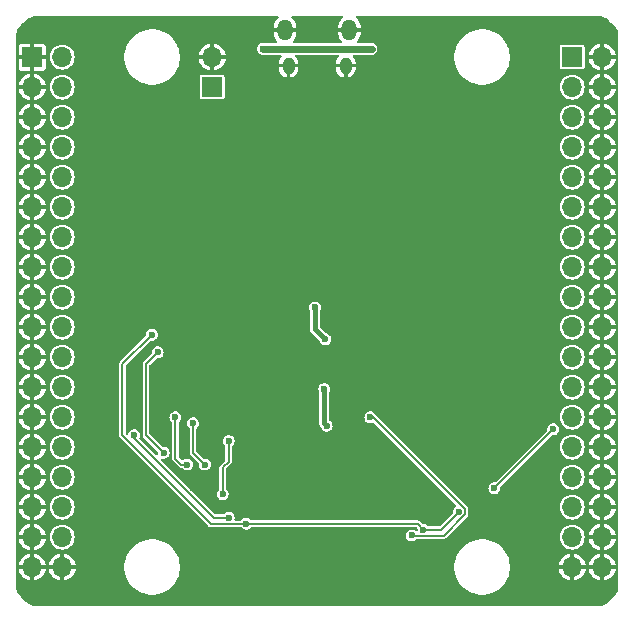
<source format=gbr>
G04 #@! TF.GenerationSoftware,KiCad,Pcbnew,8.0.1*
G04 #@! TF.CreationDate,2024-04-21T17:46:32-05:00*
G04 #@! TF.ProjectId,RP2040_minimal_r2,52503230-3430-45f6-9d69-6e696d616c5f,REV2*
G04 #@! TF.SameCoordinates,Original*
G04 #@! TF.FileFunction,Copper,L2,Bot*
G04 #@! TF.FilePolarity,Positive*
%FSLAX46Y46*%
G04 Gerber Fmt 4.6, Leading zero omitted, Abs format (unit mm)*
G04 Created by KiCad (PCBNEW 8.0.1) date 2024-04-21 17:46:32*
%MOMM*%
%LPD*%
G01*
G04 APERTURE LIST*
G04 #@! TA.AperFunction,ComponentPad*
%ADD10O,1.300000X1.800000*%
G04 #@! TD*
G04 #@! TA.AperFunction,ComponentPad*
%ADD11O,1.050000X1.450000*%
G04 #@! TD*
G04 #@! TA.AperFunction,ComponentPad*
%ADD12R,1.700000X1.700000*%
G04 #@! TD*
G04 #@! TA.AperFunction,ComponentPad*
%ADD13O,1.700000X1.700000*%
G04 #@! TD*
G04 #@! TA.AperFunction,ComponentPad*
%ADD14C,0.600000*%
G04 #@! TD*
G04 #@! TA.AperFunction,ViaPad*
%ADD15C,0.600000*%
G04 #@! TD*
G04 #@! TA.AperFunction,Conductor*
%ADD16C,0.200000*%
G04 #@! TD*
G04 #@! TA.AperFunction,Conductor*
%ADD17C,0.600000*%
G04 #@! TD*
G04 #@! TA.AperFunction,Conductor*
%ADD18C,0.400000*%
G04 #@! TD*
G04 #@! TA.AperFunction,Conductor*
%ADD19C,0.150000*%
G04 #@! TD*
G04 APERTURE END LIST*
D10*
X102725000Y-71700000D03*
D11*
X102425000Y-74730000D03*
X97575000Y-74730000D03*
D10*
X97275000Y-71700000D03*
D12*
X91110000Y-76540000D03*
D13*
X91110000Y-74000000D03*
D12*
X75870000Y-74000000D03*
D13*
X78410000Y-74000000D03*
X75870000Y-76540000D03*
X78410000Y-76540000D03*
X75870000Y-79080000D03*
X78410000Y-79080000D03*
X75870000Y-81620000D03*
X78410000Y-81620000D03*
X75870000Y-84160000D03*
X78410000Y-84160000D03*
X75870000Y-86700000D03*
X78410000Y-86700000D03*
X75870000Y-89240000D03*
X78410000Y-89240000D03*
X75870000Y-91780000D03*
X78410000Y-91780000D03*
X75870000Y-94320000D03*
X78410000Y-94320000D03*
X75870000Y-96860000D03*
X78410000Y-96860000D03*
X75870000Y-99400000D03*
X78410000Y-99400000D03*
X75870000Y-101940000D03*
X78410000Y-101940000D03*
X75870000Y-104480000D03*
X78410000Y-104480000D03*
X75870000Y-107020000D03*
X78410000Y-107020000D03*
X75870000Y-109560000D03*
X78410000Y-109560000D03*
X75870000Y-112100000D03*
X78410000Y-112100000D03*
X75870000Y-114640000D03*
X78410000Y-114640000D03*
X75870000Y-117180000D03*
X78410000Y-117180000D03*
D12*
X121590000Y-74000000D03*
D13*
X124130000Y-74000000D03*
X121590000Y-76540000D03*
X124130000Y-76540000D03*
X121590000Y-79080000D03*
X124130000Y-79080000D03*
X121590000Y-81620000D03*
X124130000Y-81620000D03*
X121590000Y-84160000D03*
X124130000Y-84160000D03*
X121590000Y-86700000D03*
X124130000Y-86700000D03*
X121590000Y-89240000D03*
X124130000Y-89240000D03*
X121590000Y-91780000D03*
X124130000Y-91780000D03*
X121590000Y-94320000D03*
X124130000Y-94320000D03*
X121590000Y-96860000D03*
X124130000Y-96860000D03*
X121590000Y-99400000D03*
X124130000Y-99400000D03*
X121590000Y-101940000D03*
X124130000Y-101940000D03*
X121590000Y-104480000D03*
X124130000Y-104480000D03*
X121590000Y-107020000D03*
X124130000Y-107020000D03*
X121590000Y-109560000D03*
X124130000Y-109560000D03*
X121590000Y-112100000D03*
X124130000Y-112100000D03*
X121590000Y-114640000D03*
X124130000Y-114640000D03*
X121590000Y-117180000D03*
X124130000Y-117180000D03*
D14*
X98725000Y-98725000D03*
X98725000Y-100000000D03*
X98725000Y-101275000D03*
X100000000Y-98725000D03*
X100000000Y-100000000D03*
X100000000Y-101275000D03*
X101275000Y-98725000D03*
X101275000Y-100000000D03*
X101275000Y-101275000D03*
D15*
X97100000Y-112300000D03*
X97100000Y-109500000D03*
X102900000Y-109500000D03*
X110500000Y-116500000D03*
X99000000Y-91200008D03*
X97300000Y-106600000D03*
X92000000Y-97000000D03*
X91500000Y-108500000D03*
X98700000Y-76000000D03*
X108000000Y-101305000D03*
X86190000Y-79400000D03*
X101500000Y-107782004D03*
X102900000Y-112300000D03*
X92000000Y-101200000D03*
X108000000Y-94600000D03*
X111500000Y-89000000D03*
X103000000Y-92200000D03*
X94700000Y-82800000D03*
X100380994Y-107781990D03*
X108000000Y-116000000D03*
X108000000Y-95600000D03*
X106500000Y-118500000D03*
X90800000Y-89200000D03*
X104000000Y-92200000D03*
X112000000Y-110500000D03*
X93500000Y-111000000D03*
X89500000Y-110500000D03*
X110000000Y-78000000D03*
X100000000Y-91200000D03*
X104600000Y-73300000D03*
X95400000Y-73300000D03*
X99800000Y-95199994D03*
X100700000Y-97900000D03*
X100800000Y-105200000D03*
X100599970Y-102100000D03*
X109000000Y-114000000D03*
X86000000Y-97500000D03*
X94000000Y-113500000D03*
X112000000Y-112500000D03*
X86500000Y-99000000D03*
X87000000Y-107500000D03*
X92500000Y-113000000D03*
X84500000Y-106000000D03*
X89500000Y-105000000D03*
X90500000Y-108500000D03*
X89000000Y-108500000D03*
X88000000Y-104500000D03*
X92500000Y-106500000D03*
X92000000Y-111000000D03*
X115000000Y-110500000D03*
X120000000Y-105500000D03*
X104500000Y-104500000D03*
X108000000Y-114500000D03*
D16*
X103299999Y-92499999D02*
X103000000Y-92200000D01*
X104000000Y-93000000D02*
X103800000Y-93000000D01*
X103800000Y-93000000D02*
X103299999Y-92499999D01*
D17*
X104600000Y-73300000D02*
X95400000Y-73300000D01*
D18*
X100800000Y-105200000D02*
X100590000Y-104990000D01*
X100590000Y-104990000D02*
X100590000Y-102109970D01*
X100590000Y-102109970D02*
X100599970Y-102100000D01*
X99800000Y-97010000D02*
X100690000Y-97900000D01*
X99800000Y-95199994D02*
X99800000Y-97010000D01*
X100690000Y-97900000D02*
X100700000Y-97900000D01*
D19*
X83500000Y-100000000D02*
X83500000Y-106000000D01*
X110500000Y-114000000D02*
X112000000Y-112500000D01*
X93975000Y-113525000D02*
X94000000Y-113500000D01*
X91025000Y-113525000D02*
X93975000Y-113525000D01*
X94000000Y-113500000D02*
X108500000Y-113500000D01*
X86000000Y-97500000D02*
X83500000Y-100000000D01*
X108500000Y-113500000D02*
X109000000Y-114000000D01*
X109000000Y-114000000D02*
X110500000Y-114000000D01*
X83500000Y-106000000D02*
X91025000Y-113525000D01*
X85500000Y-106000000D02*
X85500000Y-100000000D01*
X87000000Y-107500000D02*
X85500000Y-106000000D01*
X85500000Y-100000000D02*
X86500000Y-99000000D01*
X84500000Y-106000000D02*
X84500000Y-106242463D01*
X91257537Y-113000000D02*
X92500000Y-113000000D01*
X84500000Y-106242463D02*
X91257537Y-113000000D01*
X89500000Y-107500000D02*
X90500000Y-108500000D01*
X89500000Y-105000000D02*
X89500000Y-107500000D01*
X88000000Y-104500000D02*
X88000000Y-105000000D01*
X88500000Y-108500000D02*
X89000000Y-108500000D01*
X88000000Y-105000000D02*
X88000000Y-108000000D01*
X88000000Y-108000000D02*
X88500000Y-108500000D01*
X92500000Y-108242463D02*
X92000000Y-108742463D01*
X92500000Y-106500000D02*
X92500000Y-108242463D01*
X92000000Y-108742463D02*
X92000000Y-111000000D01*
X120000000Y-105500000D02*
X115000000Y-110500000D01*
X108025000Y-114525000D02*
X110717463Y-114525000D01*
X104742463Y-104500000D02*
X104500000Y-104500000D01*
X112525000Y-112282537D02*
X104742463Y-104500000D01*
X108000000Y-114500000D02*
X108025000Y-114525000D01*
X110717463Y-114525000D02*
X112525000Y-112717463D01*
X112525000Y-112717463D02*
X112525000Y-112282537D01*
G04 #@! TA.AperFunction,Conductor*
G36*
X96718653Y-70518907D02*
G01*
X96754617Y-70568407D01*
X96754617Y-70629593D01*
X96718653Y-70679093D01*
X96715464Y-70681315D01*
X96669410Y-70712087D01*
X96669406Y-70712090D01*
X96537090Y-70844406D01*
X96537087Y-70844410D01*
X96433124Y-70999998D01*
X96433118Y-71000010D01*
X96361508Y-71172893D01*
X96361508Y-71172895D01*
X96325000Y-71356430D01*
X96325000Y-71549999D01*
X96325001Y-71550000D01*
X96925000Y-71550000D01*
X96925000Y-71850000D01*
X96325001Y-71850000D01*
X96325000Y-71850001D01*
X96325000Y-72043569D01*
X96361508Y-72227104D01*
X96361508Y-72227106D01*
X96433118Y-72399989D01*
X96433124Y-72400001D01*
X96537087Y-72555589D01*
X96537090Y-72555593D01*
X96611993Y-72630496D01*
X96639770Y-72685013D01*
X96630199Y-72745445D01*
X96586934Y-72788710D01*
X96541989Y-72799500D01*
X95328035Y-72799500D01*
X95265845Y-72817761D01*
X95263579Y-72818397D01*
X95206815Y-72833607D01*
X95200818Y-72836091D01*
X95200589Y-72835539D01*
X95190245Y-72839958D01*
X95189954Y-72840043D01*
X95189944Y-72840048D01*
X95141410Y-72871238D01*
X95137391Y-72873688D01*
X95092684Y-72899500D01*
X95092682Y-72899502D01*
X95091658Y-72900527D01*
X95075200Y-72913789D01*
X95068872Y-72917856D01*
X95068871Y-72917857D01*
X95035768Y-72956059D01*
X95030956Y-72961227D01*
X94999500Y-72992685D01*
X94999499Y-72992686D01*
X94995172Y-73000180D01*
X94984266Y-73015496D01*
X94974622Y-73026627D01*
X94974621Y-73026628D01*
X94956591Y-73066107D01*
X94952277Y-73074475D01*
X94933608Y-73106813D01*
X94933607Y-73106813D01*
X94929507Y-73122117D01*
X94923938Y-73137608D01*
X94923933Y-73137621D01*
X94914835Y-73157543D01*
X94909674Y-73193430D01*
X94907310Y-73204953D01*
X94899500Y-73234104D01*
X94899500Y-73257122D01*
X94898492Y-73271211D01*
X94894353Y-73299998D01*
X94894353Y-73300001D01*
X94898492Y-73328786D01*
X94899500Y-73342876D01*
X94899500Y-73365893D01*
X94907310Y-73395042D01*
X94909675Y-73406572D01*
X94914835Y-73442457D01*
X94923937Y-73462388D01*
X94929506Y-73477881D01*
X94933608Y-73493186D01*
X94952277Y-73525523D01*
X94956592Y-73533893D01*
X94974622Y-73573373D01*
X94984259Y-73584494D01*
X94995172Y-73599820D01*
X94999497Y-73607310D01*
X94999498Y-73607311D01*
X94999500Y-73607314D01*
X95030958Y-73638772D01*
X95030961Y-73638775D01*
X95035764Y-73643934D01*
X95068872Y-73682143D01*
X95075186Y-73686201D01*
X95091662Y-73699476D01*
X95092686Y-73700500D01*
X95133256Y-73723923D01*
X95137392Y-73726311D01*
X95141414Y-73728763D01*
X95189947Y-73759953D01*
X95190046Y-73759982D01*
X95190215Y-73760032D01*
X95200584Y-73764474D01*
X95200819Y-73763909D01*
X95206809Y-73766389D01*
X95206814Y-73766392D01*
X95263579Y-73781601D01*
X95265813Y-73782228D01*
X95276814Y-73785458D01*
X95328033Y-73800499D01*
X95328038Y-73800499D01*
X95328039Y-73800500D01*
X95328040Y-73800500D01*
X96898766Y-73800500D01*
X96956957Y-73819407D01*
X96992921Y-73868907D01*
X96992921Y-73930093D01*
X96968770Y-73969504D01*
X96934180Y-74004093D01*
X96843892Y-74139217D01*
X96843892Y-74139218D01*
X96781704Y-74289354D01*
X96781704Y-74289356D01*
X96750000Y-74448742D01*
X96750000Y-74579999D01*
X96750001Y-74580000D01*
X97250000Y-74580000D01*
X97250000Y-74880000D01*
X96750001Y-74880000D01*
X96750000Y-74880001D01*
X96750000Y-75011257D01*
X96781704Y-75170643D01*
X96781704Y-75170645D01*
X96843892Y-75320781D01*
X96843892Y-75320782D01*
X96934180Y-75455906D01*
X97049093Y-75570819D01*
X97184218Y-75661107D01*
X97334349Y-75723293D01*
X97334360Y-75723296D01*
X97425000Y-75741324D01*
X97425000Y-75218674D01*
X97449555Y-75232851D01*
X97532213Y-75255000D01*
X97617787Y-75255000D01*
X97700445Y-75232851D01*
X97725000Y-75218674D01*
X97725000Y-75741323D01*
X97815639Y-75723296D01*
X97815650Y-75723293D01*
X97965781Y-75661107D01*
X97965782Y-75661107D01*
X98100906Y-75570819D01*
X98215819Y-75455906D01*
X98306107Y-75320782D01*
X98306107Y-75320781D01*
X98368295Y-75170645D01*
X98368295Y-75170643D01*
X98399999Y-75011257D01*
X98400000Y-75011254D01*
X98400000Y-74880001D01*
X98399999Y-74880000D01*
X97900000Y-74880000D01*
X97900000Y-74580000D01*
X98399999Y-74580000D01*
X98400000Y-74579999D01*
X98400000Y-74448745D01*
X98399999Y-74448742D01*
X98368295Y-74289356D01*
X98368295Y-74289354D01*
X98306107Y-74139218D01*
X98306107Y-74139217D01*
X98215819Y-74004093D01*
X98181230Y-73969504D01*
X98153453Y-73914987D01*
X98163024Y-73854555D01*
X98206289Y-73811290D01*
X98251234Y-73800500D01*
X101748766Y-73800500D01*
X101806957Y-73819407D01*
X101842921Y-73868907D01*
X101842921Y-73930093D01*
X101818770Y-73969504D01*
X101784180Y-74004093D01*
X101693892Y-74139217D01*
X101693892Y-74139218D01*
X101631704Y-74289354D01*
X101631704Y-74289356D01*
X101600000Y-74448742D01*
X101600000Y-74579999D01*
X101600001Y-74580000D01*
X102100000Y-74580000D01*
X102100000Y-74880000D01*
X101600001Y-74880000D01*
X101600000Y-74880001D01*
X101600000Y-75011257D01*
X101631704Y-75170643D01*
X101631704Y-75170645D01*
X101693892Y-75320781D01*
X101693892Y-75320782D01*
X101784180Y-75455906D01*
X101899093Y-75570819D01*
X102034218Y-75661107D01*
X102184349Y-75723293D01*
X102184360Y-75723296D01*
X102275000Y-75741324D01*
X102275000Y-75218674D01*
X102299555Y-75232851D01*
X102382213Y-75255000D01*
X102467787Y-75255000D01*
X102550445Y-75232851D01*
X102575000Y-75218674D01*
X102575000Y-75741323D01*
X102665639Y-75723296D01*
X102665650Y-75723293D01*
X102815781Y-75661107D01*
X102815782Y-75661107D01*
X102950906Y-75570819D01*
X103065819Y-75455906D01*
X103156107Y-75320782D01*
X103156107Y-75320781D01*
X103218295Y-75170645D01*
X103218295Y-75170643D01*
X103249999Y-75011257D01*
X103250000Y-75011254D01*
X103250000Y-74880001D01*
X103249999Y-74880000D01*
X102750000Y-74880000D01*
X102750000Y-74580000D01*
X103249999Y-74580000D01*
X103250000Y-74579999D01*
X103250000Y-74448745D01*
X103249999Y-74448742D01*
X103218295Y-74289356D01*
X103218295Y-74289354D01*
X103162255Y-74154060D01*
X111619500Y-74154060D01*
X111659717Y-74459536D01*
X111659717Y-74459541D01*
X111739464Y-74757163D01*
X111857375Y-75041825D01*
X112011440Y-75308673D01*
X112199003Y-75553110D01*
X112199005Y-75553112D01*
X112199009Y-75553117D01*
X112416883Y-75770991D01*
X112416887Y-75770994D01*
X112416889Y-75770996D01*
X112654794Y-75953547D01*
X112661330Y-75958562D01*
X112928170Y-76112622D01*
X112928171Y-76112622D01*
X112928174Y-76112624D01*
X113212836Y-76230535D01*
X113510456Y-76310282D01*
X113815940Y-76350500D01*
X113815941Y-76350500D01*
X114124059Y-76350500D01*
X114124060Y-76350500D01*
X114429544Y-76310282D01*
X114727164Y-76230535D01*
X115011830Y-76112622D01*
X115278670Y-75958562D01*
X115523117Y-75770991D01*
X115740991Y-75553117D01*
X115928562Y-75308670D01*
X116082622Y-75041830D01*
X116153902Y-74869746D01*
X120539500Y-74869746D01*
X120539501Y-74869758D01*
X120551132Y-74928227D01*
X120551134Y-74928233D01*
X120595445Y-74994548D01*
X120595448Y-74994552D01*
X120661769Y-75038867D01*
X120706231Y-75047711D01*
X120720241Y-75050498D01*
X120720246Y-75050498D01*
X120720252Y-75050500D01*
X120720253Y-75050500D01*
X122459747Y-75050500D01*
X122459748Y-75050500D01*
X122518231Y-75038867D01*
X122584552Y-74994552D01*
X122628867Y-74928231D01*
X122640500Y-74869748D01*
X122640500Y-74150000D01*
X122988973Y-74150000D01*
X122994738Y-74212216D01*
X123053064Y-74417210D01*
X123148057Y-74607983D01*
X123148062Y-74607992D01*
X123276496Y-74778064D01*
X123276506Y-74778075D01*
X123433995Y-74921647D01*
X123433994Y-74921647D01*
X123615206Y-75033847D01*
X123813941Y-75110838D01*
X123979999Y-75141880D01*
X123980000Y-75141880D01*
X123980000Y-74477445D01*
X124064174Y-74500000D01*
X124195826Y-74500000D01*
X124280000Y-74477445D01*
X124280000Y-75141880D01*
X124446058Y-75110838D01*
X124644793Y-75033847D01*
X124826004Y-74921647D01*
X124983493Y-74778075D01*
X124983503Y-74778064D01*
X125111937Y-74607992D01*
X125111942Y-74607983D01*
X125206935Y-74417210D01*
X125265261Y-74212216D01*
X125271027Y-74150000D01*
X124607445Y-74150000D01*
X124630000Y-74065826D01*
X124630000Y-73934174D01*
X124607445Y-73850000D01*
X125271026Y-73850000D01*
X125265261Y-73787783D01*
X125206935Y-73582789D01*
X125111942Y-73392016D01*
X125111937Y-73392007D01*
X124983503Y-73221935D01*
X124983493Y-73221924D01*
X124826004Y-73078352D01*
X124826005Y-73078352D01*
X124644793Y-72966152D01*
X124446061Y-72889162D01*
X124446055Y-72889160D01*
X124280000Y-72858118D01*
X124280000Y-73522554D01*
X124195826Y-73500000D01*
X124064174Y-73500000D01*
X123980000Y-73522554D01*
X123980000Y-72858119D01*
X123979999Y-72858118D01*
X123813944Y-72889160D01*
X123813938Y-72889162D01*
X123615206Y-72966152D01*
X123433995Y-73078352D01*
X123276506Y-73221924D01*
X123276496Y-73221935D01*
X123148062Y-73392007D01*
X123148057Y-73392016D01*
X123053064Y-73582789D01*
X122994738Y-73787783D01*
X122988973Y-73850000D01*
X123652555Y-73850000D01*
X123630000Y-73934174D01*
X123630000Y-74065826D01*
X123652555Y-74150000D01*
X122988973Y-74150000D01*
X122640500Y-74150000D01*
X122640500Y-73130252D01*
X122638921Y-73122316D01*
X122635517Y-73105202D01*
X122628867Y-73071769D01*
X122584552Y-73005448D01*
X122584548Y-73005445D01*
X122518233Y-72961134D01*
X122518231Y-72961133D01*
X122518228Y-72961132D01*
X122518227Y-72961132D01*
X122459758Y-72949501D01*
X122459748Y-72949500D01*
X120720252Y-72949500D01*
X120720251Y-72949500D01*
X120720241Y-72949501D01*
X120661772Y-72961132D01*
X120661766Y-72961134D01*
X120595451Y-73005445D01*
X120595445Y-73005451D01*
X120551134Y-73071766D01*
X120551132Y-73071772D01*
X120539501Y-73130241D01*
X120539500Y-73130253D01*
X120539500Y-74869746D01*
X116153902Y-74869746D01*
X116200535Y-74757164D01*
X116280282Y-74459544D01*
X116320500Y-74154060D01*
X116320500Y-73845940D01*
X116280282Y-73540456D01*
X116200535Y-73242836D01*
X116196918Y-73234104D01*
X116082624Y-72958174D01*
X116081403Y-72956059D01*
X115928562Y-72691330D01*
X115912124Y-72669907D01*
X115740996Y-72446889D01*
X115740994Y-72446887D01*
X115740991Y-72446883D01*
X115523117Y-72229009D01*
X115523112Y-72229005D01*
X115523110Y-72229003D01*
X115278673Y-72041440D01*
X115011825Y-71887375D01*
X114727163Y-71769464D01*
X114523881Y-71714995D01*
X114429544Y-71689718D01*
X114429541Y-71689717D01*
X114429539Y-71689717D01*
X114124060Y-71649500D01*
X113815940Y-71649500D01*
X113815939Y-71649500D01*
X113510463Y-71689717D01*
X113510458Y-71689717D01*
X113212836Y-71769464D01*
X112928174Y-71887375D01*
X112661326Y-72041440D01*
X112416889Y-72229003D01*
X112199003Y-72446889D01*
X112011440Y-72691326D01*
X111857375Y-72958174D01*
X111739464Y-73242836D01*
X111659717Y-73540458D01*
X111659717Y-73540463D01*
X111619500Y-73845939D01*
X111619500Y-74154060D01*
X103162255Y-74154060D01*
X103156107Y-74139218D01*
X103156107Y-74139217D01*
X103065819Y-74004093D01*
X103031230Y-73969504D01*
X103003453Y-73914987D01*
X103013024Y-73854555D01*
X103056289Y-73811290D01*
X103101234Y-73800500D01*
X104671958Y-73800500D01*
X104671961Y-73800500D01*
X104734190Y-73782227D01*
X104736393Y-73781608D01*
X104793186Y-73766392D01*
X104793192Y-73766388D01*
X104799188Y-73763906D01*
X104799424Y-73764476D01*
X104809792Y-73760029D01*
X104810053Y-73759953D01*
X104858605Y-73728749D01*
X104862580Y-73726326D01*
X104907314Y-73700500D01*
X104908326Y-73699487D01*
X104924808Y-73686203D01*
X104931128Y-73682143D01*
X104964236Y-73643932D01*
X104969025Y-73638787D01*
X105000500Y-73607314D01*
X105004818Y-73599833D01*
X105015744Y-73584489D01*
X105017217Y-73582789D01*
X105025377Y-73573373D01*
X105043412Y-73533880D01*
X105047713Y-73525537D01*
X105066392Y-73493186D01*
X105070491Y-73477885D01*
X105076064Y-73462383D01*
X105085165Y-73442457D01*
X105090326Y-73406557D01*
X105092683Y-73395061D01*
X105100500Y-73365892D01*
X105100500Y-73342876D01*
X105101508Y-73328786D01*
X105105647Y-73300001D01*
X105105647Y-73299998D01*
X105101508Y-73271211D01*
X105100500Y-73257122D01*
X105100500Y-73234109D01*
X105100500Y-73234108D01*
X105092688Y-73204953D01*
X105090324Y-73193431D01*
X105085165Y-73157543D01*
X105076058Y-73137603D01*
X105070489Y-73122106D01*
X105066394Y-73106819D01*
X105066391Y-73106813D01*
X105065464Y-73105208D01*
X105058492Y-73093131D01*
X105047720Y-73074472D01*
X105043404Y-73066099D01*
X105025377Y-73026627D01*
X105015742Y-73015508D01*
X105004823Y-73000174D01*
X105000500Y-72992686D01*
X104969041Y-72961227D01*
X104964230Y-72956058D01*
X104931129Y-72917858D01*
X104931127Y-72917856D01*
X104924807Y-72913794D01*
X104908338Y-72900523D01*
X104907318Y-72899503D01*
X104907309Y-72899496D01*
X104862613Y-72873691D01*
X104858589Y-72871239D01*
X104858587Y-72871238D01*
X104838174Y-72858119D01*
X104810054Y-72840047D01*
X104809770Y-72839964D01*
X104799408Y-72835528D01*
X104799176Y-72836089D01*
X104793187Y-72833608D01*
X104736421Y-72818398D01*
X104734153Y-72817761D01*
X104671964Y-72799500D01*
X104671961Y-72799500D01*
X104665892Y-72799500D01*
X103458011Y-72799500D01*
X103399820Y-72780593D01*
X103363856Y-72731093D01*
X103363856Y-72669907D01*
X103388007Y-72630496D01*
X103462909Y-72555593D01*
X103462912Y-72555589D01*
X103566875Y-72400001D01*
X103566881Y-72399989D01*
X103638491Y-72227106D01*
X103638491Y-72227104D01*
X103674999Y-72043569D01*
X103675000Y-72043565D01*
X103675000Y-71850001D01*
X103674999Y-71850000D01*
X103075000Y-71850000D01*
X103075000Y-71550000D01*
X103674999Y-71550000D01*
X103675000Y-71549999D01*
X103675000Y-71356434D01*
X103674999Y-71356430D01*
X103638491Y-71172895D01*
X103638491Y-71172893D01*
X103566881Y-71000010D01*
X103566875Y-70999998D01*
X103462912Y-70844410D01*
X103462909Y-70844406D01*
X103330593Y-70712090D01*
X103330589Y-70712087D01*
X103284536Y-70681315D01*
X103246657Y-70633265D01*
X103244255Y-70572127D01*
X103278248Y-70521253D01*
X103335652Y-70500076D01*
X103339538Y-70500000D01*
X123987808Y-70500000D01*
X124025694Y-70507536D01*
X124166134Y-70565708D01*
X124176136Y-70570525D01*
X124431354Y-70711578D01*
X124440755Y-70717485D01*
X124678575Y-70886228D01*
X124687254Y-70893149D01*
X124717388Y-70920078D01*
X124904697Y-71087467D01*
X124912532Y-71095302D01*
X125006053Y-71199952D01*
X125106850Y-71312745D01*
X125113771Y-71321424D01*
X125282514Y-71559244D01*
X125288421Y-71568645D01*
X125429474Y-71823863D01*
X125434291Y-71833865D01*
X125440975Y-71850001D01*
X125492464Y-71974306D01*
X125500000Y-72012190D01*
X125500000Y-118987808D01*
X125492464Y-119025694D01*
X125434291Y-119166134D01*
X125429474Y-119176136D01*
X125288421Y-119431354D01*
X125282514Y-119440755D01*
X125113771Y-119678575D01*
X125106850Y-119687254D01*
X124912540Y-119904689D01*
X124904689Y-119912540D01*
X124687254Y-120106850D01*
X124678575Y-120113771D01*
X124440755Y-120282514D01*
X124431354Y-120288421D01*
X124176136Y-120429474D01*
X124166134Y-120434291D01*
X124025694Y-120492464D01*
X123987808Y-120500000D01*
X76012192Y-120500000D01*
X75974306Y-120492464D01*
X75833865Y-120434291D01*
X75823863Y-120429474D01*
X75568645Y-120288421D01*
X75559244Y-120282514D01*
X75321424Y-120113771D01*
X75312745Y-120106850D01*
X75211695Y-120016547D01*
X75095302Y-119912532D01*
X75087467Y-119904697D01*
X74969745Y-119772966D01*
X74893149Y-119687254D01*
X74886228Y-119678575D01*
X74717485Y-119440755D01*
X74711578Y-119431354D01*
X74570525Y-119176136D01*
X74565708Y-119166134D01*
X74507536Y-119025694D01*
X74500000Y-118987808D01*
X74500000Y-117330000D01*
X74728973Y-117330000D01*
X74734738Y-117392216D01*
X74793064Y-117597210D01*
X74888057Y-117787983D01*
X74888062Y-117787992D01*
X75016496Y-117958064D01*
X75016506Y-117958075D01*
X75173995Y-118101647D01*
X75173994Y-118101647D01*
X75355206Y-118213847D01*
X75553941Y-118290838D01*
X75719999Y-118321880D01*
X75720000Y-118321880D01*
X75720000Y-117657445D01*
X75804174Y-117680000D01*
X75935826Y-117680000D01*
X76020000Y-117657445D01*
X76020000Y-118321880D01*
X76186058Y-118290838D01*
X76384793Y-118213847D01*
X76566004Y-118101647D01*
X76723493Y-117958075D01*
X76723503Y-117958064D01*
X76851937Y-117787992D01*
X76851942Y-117787983D01*
X76946935Y-117597210D01*
X77005261Y-117392216D01*
X77011027Y-117330000D01*
X77268973Y-117330000D01*
X77274738Y-117392216D01*
X77333064Y-117597210D01*
X77428057Y-117787983D01*
X77428062Y-117787992D01*
X77556496Y-117958064D01*
X77556506Y-117958075D01*
X77713995Y-118101647D01*
X77713994Y-118101647D01*
X77895206Y-118213847D01*
X78093941Y-118290838D01*
X78259999Y-118321880D01*
X78260000Y-118321880D01*
X78260000Y-117657445D01*
X78344174Y-117680000D01*
X78475826Y-117680000D01*
X78560000Y-117657445D01*
X78560000Y-118321880D01*
X78726058Y-118290838D01*
X78924793Y-118213847D01*
X79106004Y-118101647D01*
X79263493Y-117958075D01*
X79263503Y-117958064D01*
X79391937Y-117787992D01*
X79391942Y-117787983D01*
X79486935Y-117597210D01*
X79545261Y-117392216D01*
X79550651Y-117334060D01*
X83679500Y-117334060D01*
X83719717Y-117639536D01*
X83719717Y-117639541D01*
X83799464Y-117937163D01*
X83917375Y-118221825D01*
X84071440Y-118488673D01*
X84259003Y-118733110D01*
X84259005Y-118733112D01*
X84259009Y-118733117D01*
X84476883Y-118950991D01*
X84476887Y-118950994D01*
X84476889Y-118950996D01*
X84721326Y-119138559D01*
X84721330Y-119138562D01*
X84988170Y-119292622D01*
X84988171Y-119292622D01*
X84988174Y-119292624D01*
X85272836Y-119410535D01*
X85570456Y-119490282D01*
X85875940Y-119530500D01*
X85875941Y-119530500D01*
X86184059Y-119530500D01*
X86184060Y-119530500D01*
X86489544Y-119490282D01*
X86787164Y-119410535D01*
X87071830Y-119292622D01*
X87338670Y-119138562D01*
X87583117Y-118950991D01*
X87800991Y-118733117D01*
X87988562Y-118488670D01*
X88142622Y-118221830D01*
X88260535Y-117937164D01*
X88340282Y-117639544D01*
X88380500Y-117334060D01*
X111619500Y-117334060D01*
X111659717Y-117639536D01*
X111659717Y-117639541D01*
X111739464Y-117937163D01*
X111857375Y-118221825D01*
X112011440Y-118488673D01*
X112199003Y-118733110D01*
X112199005Y-118733112D01*
X112199009Y-118733117D01*
X112416883Y-118950991D01*
X112416887Y-118950994D01*
X112416889Y-118950996D01*
X112661326Y-119138559D01*
X112661330Y-119138562D01*
X112928170Y-119292622D01*
X112928171Y-119292622D01*
X112928174Y-119292624D01*
X113212836Y-119410535D01*
X113510456Y-119490282D01*
X113815940Y-119530500D01*
X113815941Y-119530500D01*
X114124059Y-119530500D01*
X114124060Y-119530500D01*
X114429544Y-119490282D01*
X114727164Y-119410535D01*
X115011830Y-119292622D01*
X115278670Y-119138562D01*
X115523117Y-118950991D01*
X115740991Y-118733117D01*
X115928562Y-118488670D01*
X116082622Y-118221830D01*
X116200535Y-117937164D01*
X116280282Y-117639544D01*
X116320500Y-117334060D01*
X116320500Y-117330000D01*
X120448973Y-117330000D01*
X120454738Y-117392216D01*
X120513064Y-117597210D01*
X120608057Y-117787983D01*
X120608062Y-117787992D01*
X120736496Y-117958064D01*
X120736506Y-117958075D01*
X120893995Y-118101647D01*
X120893994Y-118101647D01*
X121075206Y-118213847D01*
X121273941Y-118290838D01*
X121439999Y-118321880D01*
X121440000Y-118321880D01*
X121440000Y-117657445D01*
X121524174Y-117680000D01*
X121655826Y-117680000D01*
X121740000Y-117657445D01*
X121740000Y-118321880D01*
X121906058Y-118290838D01*
X122104793Y-118213847D01*
X122286004Y-118101647D01*
X122443493Y-117958075D01*
X122443503Y-117958064D01*
X122571937Y-117787992D01*
X122571942Y-117787983D01*
X122666935Y-117597210D01*
X122725261Y-117392216D01*
X122731027Y-117330000D01*
X122988973Y-117330000D01*
X122994738Y-117392216D01*
X123053064Y-117597210D01*
X123148057Y-117787983D01*
X123148062Y-117787992D01*
X123276496Y-117958064D01*
X123276506Y-117958075D01*
X123433995Y-118101647D01*
X123433994Y-118101647D01*
X123615206Y-118213847D01*
X123813941Y-118290838D01*
X123979999Y-118321880D01*
X123980000Y-118321880D01*
X123980000Y-117657445D01*
X124064174Y-117680000D01*
X124195826Y-117680000D01*
X124280000Y-117657445D01*
X124280000Y-118321880D01*
X124446058Y-118290838D01*
X124644793Y-118213847D01*
X124826004Y-118101647D01*
X124983493Y-117958075D01*
X124983503Y-117958064D01*
X125111937Y-117787992D01*
X125111942Y-117787983D01*
X125206935Y-117597210D01*
X125265261Y-117392216D01*
X125271027Y-117330000D01*
X124607445Y-117330000D01*
X124630000Y-117245826D01*
X124630000Y-117114174D01*
X124607445Y-117030000D01*
X125271026Y-117030000D01*
X125265261Y-116967783D01*
X125206935Y-116762789D01*
X125111942Y-116572016D01*
X125111937Y-116572007D01*
X124983503Y-116401935D01*
X124983493Y-116401924D01*
X124826004Y-116258352D01*
X124826005Y-116258352D01*
X124644793Y-116146152D01*
X124446061Y-116069162D01*
X124446055Y-116069160D01*
X124280000Y-116038118D01*
X124280000Y-116702554D01*
X124195826Y-116680000D01*
X124064174Y-116680000D01*
X123980000Y-116702554D01*
X123980000Y-116038119D01*
X123979999Y-116038118D01*
X123813944Y-116069160D01*
X123813938Y-116069162D01*
X123615206Y-116146152D01*
X123433995Y-116258352D01*
X123276506Y-116401924D01*
X123276496Y-116401935D01*
X123148062Y-116572007D01*
X123148057Y-116572016D01*
X123053064Y-116762789D01*
X122994738Y-116967783D01*
X122988973Y-117030000D01*
X123652555Y-117030000D01*
X123630000Y-117114174D01*
X123630000Y-117245826D01*
X123652555Y-117330000D01*
X122988973Y-117330000D01*
X122731027Y-117330000D01*
X122067445Y-117330000D01*
X122090000Y-117245826D01*
X122090000Y-117114174D01*
X122067445Y-117030000D01*
X122731026Y-117030000D01*
X122725261Y-116967783D01*
X122666935Y-116762789D01*
X122571942Y-116572016D01*
X122571937Y-116572007D01*
X122443503Y-116401935D01*
X122443493Y-116401924D01*
X122286004Y-116258352D01*
X122286005Y-116258352D01*
X122104793Y-116146152D01*
X121906061Y-116069162D01*
X121906055Y-116069160D01*
X121740000Y-116038118D01*
X121740000Y-116702554D01*
X121655826Y-116680000D01*
X121524174Y-116680000D01*
X121440000Y-116702554D01*
X121440000Y-116038119D01*
X121439999Y-116038118D01*
X121273944Y-116069160D01*
X121273938Y-116069162D01*
X121075206Y-116146152D01*
X120893995Y-116258352D01*
X120736506Y-116401924D01*
X120736496Y-116401935D01*
X120608062Y-116572007D01*
X120608057Y-116572016D01*
X120513064Y-116762789D01*
X120454738Y-116967783D01*
X120448973Y-117030000D01*
X121112555Y-117030000D01*
X121090000Y-117114174D01*
X121090000Y-117245826D01*
X121112555Y-117330000D01*
X120448973Y-117330000D01*
X116320500Y-117330000D01*
X116320500Y-117025940D01*
X116280282Y-116720456D01*
X116200535Y-116422836D01*
X116082624Y-116138174D01*
X116042779Y-116069160D01*
X115928562Y-115871330D01*
X115836105Y-115750838D01*
X115740996Y-115626889D01*
X115740994Y-115626887D01*
X115740991Y-115626883D01*
X115523117Y-115409009D01*
X115523112Y-115409005D01*
X115523110Y-115409003D01*
X115278673Y-115221440D01*
X115011825Y-115067375D01*
X114727163Y-114949464D01*
X114475918Y-114882144D01*
X114429544Y-114869718D01*
X114429541Y-114869717D01*
X114429539Y-114869717D01*
X114124060Y-114829500D01*
X113815940Y-114829500D01*
X113815939Y-114829500D01*
X113510463Y-114869717D01*
X113510458Y-114869717D01*
X113212836Y-114949464D01*
X112928174Y-115067375D01*
X112661326Y-115221440D01*
X112416889Y-115409003D01*
X112199003Y-115626889D01*
X112011440Y-115871326D01*
X111857375Y-116138174D01*
X111739464Y-116422836D01*
X111659717Y-116720458D01*
X111659717Y-116720463D01*
X111619500Y-117025939D01*
X111619500Y-117334060D01*
X88380500Y-117334060D01*
X88380500Y-117025940D01*
X88340282Y-116720456D01*
X88260535Y-116422836D01*
X88142624Y-116138174D01*
X88102779Y-116069160D01*
X87988562Y-115871330D01*
X87896105Y-115750838D01*
X87800996Y-115626889D01*
X87800994Y-115626887D01*
X87800991Y-115626883D01*
X87583117Y-115409009D01*
X87583112Y-115409005D01*
X87583110Y-115409003D01*
X87338673Y-115221440D01*
X87071825Y-115067375D01*
X86787163Y-114949464D01*
X86535918Y-114882144D01*
X86489544Y-114869718D01*
X86489541Y-114869717D01*
X86489539Y-114869717D01*
X86184060Y-114829500D01*
X85875940Y-114829500D01*
X85875939Y-114829500D01*
X85570463Y-114869717D01*
X85570458Y-114869717D01*
X85272836Y-114949464D01*
X84988174Y-115067375D01*
X84721326Y-115221440D01*
X84476889Y-115409003D01*
X84259003Y-115626889D01*
X84071440Y-115871326D01*
X83917375Y-116138174D01*
X83799464Y-116422836D01*
X83719717Y-116720458D01*
X83719717Y-116720463D01*
X83679500Y-117025939D01*
X83679500Y-117334060D01*
X79550651Y-117334060D01*
X79551027Y-117330000D01*
X78887445Y-117330000D01*
X78910000Y-117245826D01*
X78910000Y-117114174D01*
X78887445Y-117030000D01*
X79551026Y-117030000D01*
X79545261Y-116967783D01*
X79486935Y-116762789D01*
X79391942Y-116572016D01*
X79391937Y-116572007D01*
X79263503Y-116401935D01*
X79263493Y-116401924D01*
X79106004Y-116258352D01*
X79106005Y-116258352D01*
X78924793Y-116146152D01*
X78726061Y-116069162D01*
X78726055Y-116069160D01*
X78560000Y-116038118D01*
X78560000Y-116702554D01*
X78475826Y-116680000D01*
X78344174Y-116680000D01*
X78260000Y-116702554D01*
X78260000Y-116038119D01*
X78259999Y-116038118D01*
X78093944Y-116069160D01*
X78093938Y-116069162D01*
X77895206Y-116146152D01*
X77713995Y-116258352D01*
X77556506Y-116401924D01*
X77556496Y-116401935D01*
X77428062Y-116572007D01*
X77428057Y-116572016D01*
X77333064Y-116762789D01*
X77274738Y-116967783D01*
X77268973Y-117030000D01*
X77932555Y-117030000D01*
X77910000Y-117114174D01*
X77910000Y-117245826D01*
X77932555Y-117330000D01*
X77268973Y-117330000D01*
X77011027Y-117330000D01*
X76347445Y-117330000D01*
X76370000Y-117245826D01*
X76370000Y-117114174D01*
X76347445Y-117030000D01*
X77011026Y-117030000D01*
X77005261Y-116967783D01*
X76946935Y-116762789D01*
X76851942Y-116572016D01*
X76851937Y-116572007D01*
X76723503Y-116401935D01*
X76723493Y-116401924D01*
X76566004Y-116258352D01*
X76566005Y-116258352D01*
X76384793Y-116146152D01*
X76186061Y-116069162D01*
X76186055Y-116069160D01*
X76020000Y-116038118D01*
X76020000Y-116702554D01*
X75935826Y-116680000D01*
X75804174Y-116680000D01*
X75720000Y-116702554D01*
X75720000Y-116038119D01*
X75719999Y-116038118D01*
X75553944Y-116069160D01*
X75553938Y-116069162D01*
X75355206Y-116146152D01*
X75173995Y-116258352D01*
X75016506Y-116401924D01*
X75016496Y-116401935D01*
X74888062Y-116572007D01*
X74888057Y-116572016D01*
X74793064Y-116762789D01*
X74734738Y-116967783D01*
X74728973Y-117030000D01*
X75392555Y-117030000D01*
X75370000Y-117114174D01*
X75370000Y-117245826D01*
X75392555Y-117330000D01*
X74728973Y-117330000D01*
X74500000Y-117330000D01*
X74500000Y-114790000D01*
X74728973Y-114790000D01*
X74734738Y-114852216D01*
X74793064Y-115057210D01*
X74888057Y-115247983D01*
X74888062Y-115247992D01*
X75016496Y-115418064D01*
X75016506Y-115418075D01*
X75173995Y-115561647D01*
X75173994Y-115561647D01*
X75355206Y-115673847D01*
X75553941Y-115750838D01*
X75719999Y-115781880D01*
X75720000Y-115781880D01*
X75720000Y-115117445D01*
X75804174Y-115140000D01*
X75935826Y-115140000D01*
X76020000Y-115117445D01*
X76020000Y-115781880D01*
X76186058Y-115750838D01*
X76384793Y-115673847D01*
X76566004Y-115561647D01*
X76723493Y-115418075D01*
X76723503Y-115418064D01*
X76851937Y-115247992D01*
X76851942Y-115247983D01*
X76946935Y-115057210D01*
X77005261Y-114852216D01*
X77011027Y-114790000D01*
X76347445Y-114790000D01*
X76370000Y-114705826D01*
X76370000Y-114640003D01*
X77354417Y-114640003D01*
X77374698Y-114845929D01*
X77374699Y-114845934D01*
X77434768Y-115043954D01*
X77532316Y-115226452D01*
X77663585Y-115386404D01*
X77663590Y-115386410D01*
X77663595Y-115386414D01*
X77823547Y-115517683D01*
X77823548Y-115517683D01*
X77823550Y-115517685D01*
X78006046Y-115615232D01*
X78143997Y-115657078D01*
X78204065Y-115675300D01*
X78204070Y-115675301D01*
X78409997Y-115695583D01*
X78410000Y-115695583D01*
X78410003Y-115695583D01*
X78615929Y-115675301D01*
X78615934Y-115675300D01*
X78620724Y-115673847D01*
X78813954Y-115615232D01*
X78996450Y-115517685D01*
X79156410Y-115386410D01*
X79287685Y-115226450D01*
X79385232Y-115043954D01*
X79445300Y-114845934D01*
X79445301Y-114845929D01*
X79465583Y-114640003D01*
X79465583Y-114639996D01*
X79445301Y-114434070D01*
X79445300Y-114434065D01*
X79386401Y-114239901D01*
X79385232Y-114236046D01*
X79287685Y-114053550D01*
X79276603Y-114040047D01*
X79156414Y-113893595D01*
X79156410Y-113893590D01*
X79117825Y-113861924D01*
X78996452Y-113762316D01*
X78813954Y-113664768D01*
X78615934Y-113604699D01*
X78615929Y-113604698D01*
X78410003Y-113584417D01*
X78409997Y-113584417D01*
X78204070Y-113604698D01*
X78204065Y-113604699D01*
X78006045Y-113664768D01*
X77823547Y-113762316D01*
X77663595Y-113893585D01*
X77663585Y-113893595D01*
X77532316Y-114053547D01*
X77434768Y-114236045D01*
X77374699Y-114434065D01*
X77374698Y-114434070D01*
X77354417Y-114639996D01*
X77354417Y-114640003D01*
X76370000Y-114640003D01*
X76370000Y-114574174D01*
X76347445Y-114490000D01*
X77011026Y-114490000D01*
X77005261Y-114427783D01*
X76946935Y-114222789D01*
X76851942Y-114032016D01*
X76851937Y-114032007D01*
X76723503Y-113861935D01*
X76723493Y-113861924D01*
X76566004Y-113718352D01*
X76566005Y-113718352D01*
X76384793Y-113606152D01*
X76186061Y-113529162D01*
X76186055Y-113529160D01*
X76020000Y-113498118D01*
X76020000Y-114162554D01*
X75935826Y-114140000D01*
X75804174Y-114140000D01*
X75720000Y-114162554D01*
X75720000Y-113498119D01*
X75719999Y-113498118D01*
X75553944Y-113529160D01*
X75553938Y-113529162D01*
X75355206Y-113606152D01*
X75173995Y-113718352D01*
X75016506Y-113861924D01*
X75016496Y-113861935D01*
X74888062Y-114032007D01*
X74888057Y-114032016D01*
X74793064Y-114222789D01*
X74734738Y-114427783D01*
X74728973Y-114490000D01*
X75392555Y-114490000D01*
X75370000Y-114574174D01*
X75370000Y-114705826D01*
X75392555Y-114790000D01*
X74728973Y-114790000D01*
X74500000Y-114790000D01*
X74500000Y-112250000D01*
X74728973Y-112250000D01*
X74734738Y-112312216D01*
X74793064Y-112517210D01*
X74888057Y-112707983D01*
X74888062Y-112707992D01*
X75016496Y-112878064D01*
X75016506Y-112878075D01*
X75173995Y-113021647D01*
X75173994Y-113021647D01*
X75355206Y-113133847D01*
X75553941Y-113210838D01*
X75719999Y-113241880D01*
X75720000Y-113241880D01*
X75720000Y-112577445D01*
X75804174Y-112600000D01*
X75935826Y-112600000D01*
X76020000Y-112577445D01*
X76020000Y-113241880D01*
X76186058Y-113210838D01*
X76384793Y-113133847D01*
X76566004Y-113021647D01*
X76723493Y-112878075D01*
X76723503Y-112878064D01*
X76851937Y-112707992D01*
X76851942Y-112707983D01*
X76946935Y-112517210D01*
X77005261Y-112312216D01*
X77011027Y-112250000D01*
X76347445Y-112250000D01*
X76370000Y-112165826D01*
X76370000Y-112100003D01*
X77354417Y-112100003D01*
X77374698Y-112305929D01*
X77374699Y-112305934D01*
X77434768Y-112503954D01*
X77532316Y-112686452D01*
X77663585Y-112846404D01*
X77663590Y-112846410D01*
X77663595Y-112846414D01*
X77823547Y-112977683D01*
X77823548Y-112977683D01*
X77823550Y-112977685D01*
X78006046Y-113075232D01*
X78143997Y-113117078D01*
X78204065Y-113135300D01*
X78204070Y-113135301D01*
X78409997Y-113155583D01*
X78410000Y-113155583D01*
X78410003Y-113155583D01*
X78615929Y-113135301D01*
X78615934Y-113135300D01*
X78620724Y-113133847D01*
X78813954Y-113075232D01*
X78996450Y-112977685D01*
X79156410Y-112846410D01*
X79287685Y-112686450D01*
X79385232Y-112503954D01*
X79445300Y-112305934D01*
X79445301Y-112305929D01*
X79465583Y-112100003D01*
X79465583Y-112099996D01*
X79445301Y-111894070D01*
X79445300Y-111894065D01*
X79386401Y-111699901D01*
X79385232Y-111696046D01*
X79287685Y-111513550D01*
X79276975Y-111500500D01*
X79156414Y-111353595D01*
X79156410Y-111353590D01*
X79058665Y-111273373D01*
X78996452Y-111222316D01*
X78813954Y-111124768D01*
X78615934Y-111064699D01*
X78615929Y-111064698D01*
X78410003Y-111044417D01*
X78409997Y-111044417D01*
X78204070Y-111064698D01*
X78204065Y-111064699D01*
X78006045Y-111124768D01*
X77823547Y-111222316D01*
X77663595Y-111353585D01*
X77663585Y-111353595D01*
X77532316Y-111513547D01*
X77434768Y-111696045D01*
X77374699Y-111894065D01*
X77374698Y-111894070D01*
X77354417Y-112099996D01*
X77354417Y-112100003D01*
X76370000Y-112100003D01*
X76370000Y-112034174D01*
X76347445Y-111950000D01*
X77011026Y-111950000D01*
X77005261Y-111887783D01*
X76946935Y-111682789D01*
X76851942Y-111492016D01*
X76851937Y-111492007D01*
X76723503Y-111321935D01*
X76723493Y-111321924D01*
X76566004Y-111178352D01*
X76566005Y-111178352D01*
X76384793Y-111066152D01*
X76186061Y-110989162D01*
X76186055Y-110989160D01*
X76020000Y-110958118D01*
X76020000Y-111622554D01*
X75935826Y-111600000D01*
X75804174Y-111600000D01*
X75720000Y-111622554D01*
X75720000Y-110958119D01*
X75719999Y-110958118D01*
X75553944Y-110989160D01*
X75553938Y-110989162D01*
X75355206Y-111066152D01*
X75173995Y-111178352D01*
X75016506Y-111321924D01*
X75016496Y-111321935D01*
X74888062Y-111492007D01*
X74888057Y-111492016D01*
X74793064Y-111682789D01*
X74734738Y-111887783D01*
X74728973Y-111950000D01*
X75392555Y-111950000D01*
X75370000Y-112034174D01*
X75370000Y-112165826D01*
X75392555Y-112250000D01*
X74728973Y-112250000D01*
X74500000Y-112250000D01*
X74500000Y-109710000D01*
X74728973Y-109710000D01*
X74734738Y-109772216D01*
X74793064Y-109977210D01*
X74888057Y-110167983D01*
X74888062Y-110167992D01*
X75016496Y-110338064D01*
X75016506Y-110338075D01*
X75173995Y-110481647D01*
X75173994Y-110481647D01*
X75355206Y-110593847D01*
X75553941Y-110670838D01*
X75719999Y-110701880D01*
X75720000Y-110701880D01*
X75720000Y-110037445D01*
X75804174Y-110060000D01*
X75935826Y-110060000D01*
X76020000Y-110037445D01*
X76020000Y-110701880D01*
X76186058Y-110670838D01*
X76384793Y-110593847D01*
X76566004Y-110481647D01*
X76723493Y-110338075D01*
X76723503Y-110338064D01*
X76851937Y-110167992D01*
X76851942Y-110167983D01*
X76946935Y-109977210D01*
X77005261Y-109772216D01*
X77011027Y-109710000D01*
X76347445Y-109710000D01*
X76370000Y-109625826D01*
X76370000Y-109560003D01*
X77354417Y-109560003D01*
X77374698Y-109765929D01*
X77374699Y-109765934D01*
X77434768Y-109963954D01*
X77532316Y-110146452D01*
X77598114Y-110226627D01*
X77663590Y-110306410D01*
X77663595Y-110306414D01*
X77823547Y-110437683D01*
X77823548Y-110437683D01*
X77823550Y-110437685D01*
X78006046Y-110535232D01*
X78100774Y-110563967D01*
X78204065Y-110595300D01*
X78204070Y-110595301D01*
X78409997Y-110615583D01*
X78410000Y-110615583D01*
X78410003Y-110615583D01*
X78615929Y-110595301D01*
X78615934Y-110595300D01*
X78645801Y-110586240D01*
X78813954Y-110535232D01*
X78996450Y-110437685D01*
X79156410Y-110306410D01*
X79287685Y-110146450D01*
X79385232Y-109963954D01*
X79445300Y-109765934D01*
X79445301Y-109765929D01*
X79465583Y-109560003D01*
X79465583Y-109559996D01*
X79445301Y-109354070D01*
X79445300Y-109354065D01*
X79386401Y-109159901D01*
X79385232Y-109156046D01*
X79287685Y-108973550D01*
X79276526Y-108959953D01*
X79156414Y-108813595D01*
X79156410Y-108813590D01*
X79151632Y-108809669D01*
X78996452Y-108682316D01*
X78813954Y-108584768D01*
X78615934Y-108524699D01*
X78615929Y-108524698D01*
X78410003Y-108504417D01*
X78409997Y-108504417D01*
X78204070Y-108524698D01*
X78204065Y-108524699D01*
X78006045Y-108584768D01*
X77823547Y-108682316D01*
X77663595Y-108813585D01*
X77663585Y-108813595D01*
X77532316Y-108973547D01*
X77434768Y-109156045D01*
X77374699Y-109354065D01*
X77374698Y-109354070D01*
X77354417Y-109559996D01*
X77354417Y-109560003D01*
X76370000Y-109560003D01*
X76370000Y-109494174D01*
X76347445Y-109410000D01*
X77011026Y-109410000D01*
X77005261Y-109347783D01*
X76946935Y-109142789D01*
X76851942Y-108952016D01*
X76851937Y-108952007D01*
X76723503Y-108781935D01*
X76723493Y-108781924D01*
X76566004Y-108638352D01*
X76566005Y-108638352D01*
X76384793Y-108526152D01*
X76186061Y-108449162D01*
X76186055Y-108449160D01*
X76020000Y-108418118D01*
X76020000Y-109082554D01*
X75935826Y-109060000D01*
X75804174Y-109060000D01*
X75720000Y-109082554D01*
X75720000Y-108418119D01*
X75719999Y-108418118D01*
X75553944Y-108449160D01*
X75553938Y-108449162D01*
X75355206Y-108526152D01*
X75173995Y-108638352D01*
X75016506Y-108781924D01*
X75016496Y-108781935D01*
X74888062Y-108952007D01*
X74888057Y-108952016D01*
X74793064Y-109142789D01*
X74734738Y-109347783D01*
X74728973Y-109410000D01*
X75392555Y-109410000D01*
X75370000Y-109494174D01*
X75370000Y-109625826D01*
X75392555Y-109710000D01*
X74728973Y-109710000D01*
X74500000Y-109710000D01*
X74500000Y-107170000D01*
X74728973Y-107170000D01*
X74734738Y-107232216D01*
X74793064Y-107437210D01*
X74888057Y-107627983D01*
X74888062Y-107627992D01*
X75016496Y-107798064D01*
X75016506Y-107798075D01*
X75173995Y-107941647D01*
X75173994Y-107941647D01*
X75355206Y-108053847D01*
X75553941Y-108130838D01*
X75719999Y-108161880D01*
X75720000Y-108161880D01*
X75720000Y-107497445D01*
X75804174Y-107520000D01*
X75935826Y-107520000D01*
X76020000Y-107497445D01*
X76020000Y-108161880D01*
X76186058Y-108130838D01*
X76384793Y-108053847D01*
X76566004Y-107941647D01*
X76723493Y-107798075D01*
X76723503Y-107798064D01*
X76851937Y-107627992D01*
X76851942Y-107627983D01*
X76946935Y-107437210D01*
X77005261Y-107232216D01*
X77011027Y-107170000D01*
X76347445Y-107170000D01*
X76370000Y-107085826D01*
X76370000Y-107020003D01*
X77354417Y-107020003D01*
X77374698Y-107225929D01*
X77374699Y-107225934D01*
X77434768Y-107423954D01*
X77532316Y-107606452D01*
X77663585Y-107766404D01*
X77663590Y-107766410D01*
X77692838Y-107790413D01*
X77823547Y-107897683D01*
X77823548Y-107897683D01*
X77823550Y-107897685D01*
X78006046Y-107995232D01*
X78143997Y-108037078D01*
X78204065Y-108055300D01*
X78204070Y-108055301D01*
X78409997Y-108075583D01*
X78410000Y-108075583D01*
X78410003Y-108075583D01*
X78615929Y-108055301D01*
X78615934Y-108055300D01*
X78620724Y-108053847D01*
X78813954Y-107995232D01*
X78996450Y-107897685D01*
X79156410Y-107766410D01*
X79287685Y-107606450D01*
X79385232Y-107423954D01*
X79445300Y-107225934D01*
X79445301Y-107225929D01*
X79465583Y-107020003D01*
X79465583Y-107019996D01*
X79445301Y-106814070D01*
X79445300Y-106814065D01*
X79414640Y-106712993D01*
X79385232Y-106616046D01*
X79287685Y-106433550D01*
X79270005Y-106412007D01*
X79156414Y-106273595D01*
X79156410Y-106273590D01*
X79117825Y-106241924D01*
X78996452Y-106142316D01*
X78832721Y-106054799D01*
X83224500Y-106054799D01*
X83260807Y-106142455D01*
X83260808Y-106142455D01*
X83260809Y-106142457D01*
X83266443Y-106156058D01*
X90868941Y-113758557D01*
X90878014Y-113762315D01*
X90878016Y-113762316D01*
X90878015Y-113762316D01*
X90909845Y-113775500D01*
X90970200Y-113800500D01*
X93552917Y-113800500D01*
X93611108Y-113819407D01*
X93627733Y-113834667D01*
X93668872Y-113882143D01*
X93686692Y-113893595D01*
X93770731Y-113947604D01*
X93789947Y-113959953D01*
X93896403Y-113991211D01*
X93928035Y-114000499D01*
X93928036Y-114000499D01*
X93928039Y-114000500D01*
X93928041Y-114000500D01*
X94071959Y-114000500D01*
X94071961Y-114000500D01*
X94210053Y-113959953D01*
X94331128Y-113882143D01*
X94393927Y-113809668D01*
X94446322Y-113778073D01*
X94468746Y-113775500D01*
X108344877Y-113775500D01*
X108403068Y-113794407D01*
X108414881Y-113804496D01*
X108473897Y-113863512D01*
X108501674Y-113918029D01*
X108501886Y-113947604D01*
X108494353Y-114000003D01*
X108499164Y-114033465D01*
X108488731Y-114093754D01*
X108444853Y-114136397D01*
X108384290Y-114145104D01*
X108336344Y-114122376D01*
X108331127Y-114117856D01*
X108210057Y-114040049D01*
X108210054Y-114040047D01*
X108210053Y-114040047D01*
X108187637Y-114033465D01*
X108071964Y-113999500D01*
X108071961Y-113999500D01*
X107928039Y-113999500D01*
X107928035Y-113999500D01*
X107789949Y-114040046D01*
X107789942Y-114040049D01*
X107668873Y-114117855D01*
X107574622Y-114226628D01*
X107514834Y-114357543D01*
X107494353Y-114499997D01*
X107494353Y-114500002D01*
X107514834Y-114642456D01*
X107543775Y-114705826D01*
X107574623Y-114773373D01*
X107658105Y-114869717D01*
X107668873Y-114882144D01*
X107773627Y-114949465D01*
X107789947Y-114959953D01*
X107896403Y-114991211D01*
X107928035Y-115000499D01*
X107928036Y-115000499D01*
X107928039Y-115000500D01*
X107928041Y-115000500D01*
X108071959Y-115000500D01*
X108071961Y-115000500D01*
X108210053Y-114959953D01*
X108331128Y-114882143D01*
X108372264Y-114834668D01*
X108424660Y-114803073D01*
X108447083Y-114800500D01*
X110772262Y-114800500D01*
X110772263Y-114800500D01*
X110873521Y-114758557D01*
X110951020Y-114681058D01*
X110951019Y-114681058D01*
X110992074Y-114640003D01*
X120534417Y-114640003D01*
X120554698Y-114845929D01*
X120554699Y-114845934D01*
X120614768Y-115043954D01*
X120712316Y-115226452D01*
X120843585Y-115386404D01*
X120843590Y-115386410D01*
X120843595Y-115386414D01*
X121003547Y-115517683D01*
X121003548Y-115517683D01*
X121003550Y-115517685D01*
X121186046Y-115615232D01*
X121323997Y-115657078D01*
X121384065Y-115675300D01*
X121384070Y-115675301D01*
X121589997Y-115695583D01*
X121590000Y-115695583D01*
X121590003Y-115695583D01*
X121795929Y-115675301D01*
X121795934Y-115675300D01*
X121800724Y-115673847D01*
X121993954Y-115615232D01*
X122176450Y-115517685D01*
X122336410Y-115386410D01*
X122467685Y-115226450D01*
X122565232Y-115043954D01*
X122625300Y-114845934D01*
X122625301Y-114845929D01*
X122630810Y-114790000D01*
X122988973Y-114790000D01*
X122994738Y-114852216D01*
X123053064Y-115057210D01*
X123148057Y-115247983D01*
X123148062Y-115247992D01*
X123276496Y-115418064D01*
X123276506Y-115418075D01*
X123433995Y-115561647D01*
X123433994Y-115561647D01*
X123615206Y-115673847D01*
X123813941Y-115750838D01*
X123979999Y-115781880D01*
X123980000Y-115781880D01*
X123980000Y-115117445D01*
X124064174Y-115140000D01*
X124195826Y-115140000D01*
X124280000Y-115117445D01*
X124280000Y-115781880D01*
X124446058Y-115750838D01*
X124644793Y-115673847D01*
X124826004Y-115561647D01*
X124983493Y-115418075D01*
X124983503Y-115418064D01*
X125111937Y-115247992D01*
X125111942Y-115247983D01*
X125206935Y-115057210D01*
X125265261Y-114852216D01*
X125271027Y-114790000D01*
X124607445Y-114790000D01*
X124630000Y-114705826D01*
X124630000Y-114574174D01*
X124607445Y-114490000D01*
X125271026Y-114490000D01*
X125265261Y-114427783D01*
X125206935Y-114222789D01*
X125111942Y-114032016D01*
X125111937Y-114032007D01*
X124983503Y-113861935D01*
X124983493Y-113861924D01*
X124826004Y-113718352D01*
X124826005Y-113718352D01*
X124644793Y-113606152D01*
X124446061Y-113529162D01*
X124446055Y-113529160D01*
X124280000Y-113498118D01*
X124280000Y-114162554D01*
X124195826Y-114140000D01*
X124064174Y-114140000D01*
X123980000Y-114162554D01*
X123980000Y-113498119D01*
X123979999Y-113498118D01*
X123813944Y-113529160D01*
X123813938Y-113529162D01*
X123615206Y-113606152D01*
X123433995Y-113718352D01*
X123276506Y-113861924D01*
X123276496Y-113861935D01*
X123148062Y-114032007D01*
X123148057Y-114032016D01*
X123053064Y-114222789D01*
X122994738Y-114427783D01*
X122988973Y-114490000D01*
X123652555Y-114490000D01*
X123630000Y-114574174D01*
X123630000Y-114705826D01*
X123652555Y-114790000D01*
X122988973Y-114790000D01*
X122630810Y-114790000D01*
X122645583Y-114640003D01*
X122645583Y-114639996D01*
X122625301Y-114434070D01*
X122625300Y-114434065D01*
X122566401Y-114239901D01*
X122565232Y-114236046D01*
X122467685Y-114053550D01*
X122456603Y-114040047D01*
X122336414Y-113893595D01*
X122336410Y-113893590D01*
X122297825Y-113861924D01*
X122176452Y-113762316D01*
X121993954Y-113664768D01*
X121795934Y-113604699D01*
X121795929Y-113604698D01*
X121590003Y-113584417D01*
X121589997Y-113584417D01*
X121384070Y-113604698D01*
X121384065Y-113604699D01*
X121186045Y-113664768D01*
X121003547Y-113762316D01*
X120843595Y-113893585D01*
X120843585Y-113893595D01*
X120712316Y-114053547D01*
X120614768Y-114236045D01*
X120554699Y-114434065D01*
X120554698Y-114434070D01*
X120534417Y-114639996D01*
X120534417Y-114640003D01*
X110992074Y-114640003D01*
X112758557Y-112873522D01*
X112770841Y-112843863D01*
X112800500Y-112772263D01*
X112800500Y-112227737D01*
X112758557Y-112126479D01*
X112758557Y-112126478D01*
X112732082Y-112100003D01*
X120534417Y-112100003D01*
X120554698Y-112305929D01*
X120554699Y-112305934D01*
X120614768Y-112503954D01*
X120712316Y-112686452D01*
X120843585Y-112846404D01*
X120843590Y-112846410D01*
X120843595Y-112846414D01*
X121003547Y-112977683D01*
X121003548Y-112977683D01*
X121003550Y-112977685D01*
X121186046Y-113075232D01*
X121323997Y-113117078D01*
X121384065Y-113135300D01*
X121384070Y-113135301D01*
X121589997Y-113155583D01*
X121590000Y-113155583D01*
X121590003Y-113155583D01*
X121795929Y-113135301D01*
X121795934Y-113135300D01*
X121800724Y-113133847D01*
X121993954Y-113075232D01*
X122176450Y-112977685D01*
X122336410Y-112846410D01*
X122467685Y-112686450D01*
X122565232Y-112503954D01*
X122625300Y-112305934D01*
X122625301Y-112305929D01*
X122630810Y-112250000D01*
X122988973Y-112250000D01*
X122994738Y-112312216D01*
X123053064Y-112517210D01*
X123148057Y-112707983D01*
X123148062Y-112707992D01*
X123276496Y-112878064D01*
X123276506Y-112878075D01*
X123433995Y-113021647D01*
X123433994Y-113021647D01*
X123615206Y-113133847D01*
X123813941Y-113210838D01*
X123979999Y-113241880D01*
X123980000Y-113241880D01*
X123980000Y-112577445D01*
X124064174Y-112600000D01*
X124195826Y-112600000D01*
X124280000Y-112577445D01*
X124280000Y-113241880D01*
X124446058Y-113210838D01*
X124644793Y-113133847D01*
X124826004Y-113021647D01*
X124983493Y-112878075D01*
X124983503Y-112878064D01*
X125111937Y-112707992D01*
X125111942Y-112707983D01*
X125206935Y-112517210D01*
X125265261Y-112312216D01*
X125271027Y-112250000D01*
X124607445Y-112250000D01*
X124630000Y-112165826D01*
X124630000Y-112034174D01*
X124607445Y-111950000D01*
X125271026Y-111950000D01*
X125265261Y-111887783D01*
X125206935Y-111682789D01*
X125111942Y-111492016D01*
X125111937Y-111492007D01*
X124983503Y-111321935D01*
X124983493Y-111321924D01*
X124826004Y-111178352D01*
X124826005Y-111178352D01*
X124644793Y-111066152D01*
X124446061Y-110989162D01*
X124446055Y-110989160D01*
X124280000Y-110958118D01*
X124280000Y-111622554D01*
X124195826Y-111600000D01*
X124064174Y-111600000D01*
X123980000Y-111622554D01*
X123980000Y-110958119D01*
X123979999Y-110958118D01*
X123813944Y-110989160D01*
X123813938Y-110989162D01*
X123615206Y-111066152D01*
X123433995Y-111178352D01*
X123276506Y-111321924D01*
X123276496Y-111321935D01*
X123148062Y-111492007D01*
X123148057Y-111492016D01*
X123053064Y-111682789D01*
X122994738Y-111887783D01*
X122988973Y-111950000D01*
X123652555Y-111950000D01*
X123630000Y-112034174D01*
X123630000Y-112165826D01*
X123652555Y-112250000D01*
X122988973Y-112250000D01*
X122630810Y-112250000D01*
X122645583Y-112100003D01*
X122645583Y-112099996D01*
X122625301Y-111894070D01*
X122625300Y-111894065D01*
X122566401Y-111699901D01*
X122565232Y-111696046D01*
X122467685Y-111513550D01*
X122456975Y-111500500D01*
X122336414Y-111353595D01*
X122336410Y-111353590D01*
X122238665Y-111273373D01*
X122176452Y-111222316D01*
X121993954Y-111124768D01*
X121795934Y-111064699D01*
X121795929Y-111064698D01*
X121590003Y-111044417D01*
X121589997Y-111044417D01*
X121384070Y-111064698D01*
X121384065Y-111064699D01*
X121186045Y-111124768D01*
X121003547Y-111222316D01*
X120843595Y-111353585D01*
X120843585Y-111353595D01*
X120712316Y-111513547D01*
X120614768Y-111696045D01*
X120554699Y-111894065D01*
X120554698Y-111894070D01*
X120534417Y-112099996D01*
X120534417Y-112100003D01*
X112732082Y-112100003D01*
X111132081Y-110500002D01*
X114494353Y-110500002D01*
X114514834Y-110642456D01*
X114553275Y-110726628D01*
X114574623Y-110773373D01*
X114647556Y-110857543D01*
X114668873Y-110882144D01*
X114787093Y-110958119D01*
X114789947Y-110959953D01*
X114889418Y-110989160D01*
X114928035Y-111000499D01*
X114928036Y-111000499D01*
X114928039Y-111000500D01*
X114928041Y-111000500D01*
X115071959Y-111000500D01*
X115071961Y-111000500D01*
X115210053Y-110959953D01*
X115331128Y-110882143D01*
X115425377Y-110773373D01*
X115485165Y-110642457D01*
X115496450Y-110563967D01*
X115505647Y-110500002D01*
X115505647Y-110500000D01*
X115503008Y-110481647D01*
X115498113Y-110447603D01*
X115508545Y-110387318D01*
X115526098Y-110363515D01*
X116329610Y-109560003D01*
X120534417Y-109560003D01*
X120554698Y-109765929D01*
X120554699Y-109765934D01*
X120614768Y-109963954D01*
X120712316Y-110146452D01*
X120778114Y-110226627D01*
X120843590Y-110306410D01*
X120843595Y-110306414D01*
X121003547Y-110437683D01*
X121003548Y-110437683D01*
X121003550Y-110437685D01*
X121186046Y-110535232D01*
X121280774Y-110563967D01*
X121384065Y-110595300D01*
X121384070Y-110595301D01*
X121589997Y-110615583D01*
X121590000Y-110615583D01*
X121590003Y-110615583D01*
X121795929Y-110595301D01*
X121795934Y-110595300D01*
X121825801Y-110586240D01*
X121993954Y-110535232D01*
X122176450Y-110437685D01*
X122336410Y-110306410D01*
X122467685Y-110146450D01*
X122565232Y-109963954D01*
X122625300Y-109765934D01*
X122625301Y-109765929D01*
X122630810Y-109710000D01*
X122988973Y-109710000D01*
X122994738Y-109772216D01*
X123053064Y-109977210D01*
X123148057Y-110167983D01*
X123148062Y-110167992D01*
X123276496Y-110338064D01*
X123276506Y-110338075D01*
X123433995Y-110481647D01*
X123433994Y-110481647D01*
X123615206Y-110593847D01*
X123813941Y-110670838D01*
X123979999Y-110701880D01*
X123980000Y-110701880D01*
X123980000Y-110037445D01*
X124064174Y-110060000D01*
X124195826Y-110060000D01*
X124280000Y-110037445D01*
X124280000Y-110701880D01*
X124446058Y-110670838D01*
X124644793Y-110593847D01*
X124826004Y-110481647D01*
X124983493Y-110338075D01*
X124983503Y-110338064D01*
X125111937Y-110167992D01*
X125111942Y-110167983D01*
X125206935Y-109977210D01*
X125265261Y-109772216D01*
X125271027Y-109710000D01*
X124607445Y-109710000D01*
X124630000Y-109625826D01*
X124630000Y-109494174D01*
X124607445Y-109410000D01*
X125271026Y-109410000D01*
X125265261Y-109347783D01*
X125206935Y-109142789D01*
X125111942Y-108952016D01*
X125111937Y-108952007D01*
X124983503Y-108781935D01*
X124983493Y-108781924D01*
X124826004Y-108638352D01*
X124826005Y-108638352D01*
X124644793Y-108526152D01*
X124446061Y-108449162D01*
X124446055Y-108449160D01*
X124280000Y-108418118D01*
X124280000Y-109082554D01*
X124195826Y-109060000D01*
X124064174Y-109060000D01*
X123980000Y-109082554D01*
X123980000Y-108418119D01*
X123979999Y-108418118D01*
X123813944Y-108449160D01*
X123813938Y-108449162D01*
X123615206Y-108526152D01*
X123433995Y-108638352D01*
X123276506Y-108781924D01*
X123276496Y-108781935D01*
X123148062Y-108952007D01*
X123148057Y-108952016D01*
X123053064Y-109142789D01*
X122994738Y-109347783D01*
X122988973Y-109410000D01*
X123652555Y-109410000D01*
X123630000Y-109494174D01*
X123630000Y-109625826D01*
X123652555Y-109710000D01*
X122988973Y-109710000D01*
X122630810Y-109710000D01*
X122645583Y-109560003D01*
X122645583Y-109559996D01*
X122625301Y-109354070D01*
X122625300Y-109354065D01*
X122566401Y-109159901D01*
X122565232Y-109156046D01*
X122467685Y-108973550D01*
X122456526Y-108959953D01*
X122336414Y-108813595D01*
X122336410Y-108813590D01*
X122331632Y-108809669D01*
X122176452Y-108682316D01*
X121993954Y-108584768D01*
X121795934Y-108524699D01*
X121795929Y-108524698D01*
X121590003Y-108504417D01*
X121589997Y-108504417D01*
X121384070Y-108524698D01*
X121384065Y-108524699D01*
X121186045Y-108584768D01*
X121003547Y-108682316D01*
X120843595Y-108813585D01*
X120843585Y-108813595D01*
X120712316Y-108973547D01*
X120614768Y-109156045D01*
X120554699Y-109354065D01*
X120554698Y-109354070D01*
X120534417Y-109559996D01*
X120534417Y-109560003D01*
X116329610Y-109560003D01*
X118869612Y-107020003D01*
X120534417Y-107020003D01*
X120554698Y-107225929D01*
X120554699Y-107225934D01*
X120614768Y-107423954D01*
X120712316Y-107606452D01*
X120843585Y-107766404D01*
X120843590Y-107766410D01*
X120872838Y-107790413D01*
X121003547Y-107897683D01*
X121003548Y-107897683D01*
X121003550Y-107897685D01*
X121186046Y-107995232D01*
X121323997Y-108037078D01*
X121384065Y-108055300D01*
X121384070Y-108055301D01*
X121589997Y-108075583D01*
X121590000Y-108075583D01*
X121590003Y-108075583D01*
X121795929Y-108055301D01*
X121795934Y-108055300D01*
X121800724Y-108053847D01*
X121993954Y-107995232D01*
X122176450Y-107897685D01*
X122336410Y-107766410D01*
X122467685Y-107606450D01*
X122565232Y-107423954D01*
X122625300Y-107225934D01*
X122625301Y-107225929D01*
X122630810Y-107170000D01*
X122988973Y-107170000D01*
X122994738Y-107232216D01*
X123053064Y-107437210D01*
X123148057Y-107627983D01*
X123148062Y-107627992D01*
X123276496Y-107798064D01*
X123276506Y-107798075D01*
X123433995Y-107941647D01*
X123433994Y-107941647D01*
X123615206Y-108053847D01*
X123813941Y-108130838D01*
X123979999Y-108161880D01*
X123980000Y-108161880D01*
X123980000Y-107497445D01*
X124064174Y-107520000D01*
X124195826Y-107520000D01*
X124280000Y-107497445D01*
X124280000Y-108161880D01*
X124446058Y-108130838D01*
X124644793Y-108053847D01*
X124826004Y-107941647D01*
X124983493Y-107798075D01*
X124983503Y-107798064D01*
X125111937Y-107627992D01*
X125111942Y-107627983D01*
X125206935Y-107437210D01*
X125265261Y-107232216D01*
X125271027Y-107170000D01*
X124607445Y-107170000D01*
X124630000Y-107085826D01*
X124630000Y-106954174D01*
X124607445Y-106870000D01*
X125271026Y-106870000D01*
X125265261Y-106807783D01*
X125206935Y-106602789D01*
X125111942Y-106412016D01*
X125111937Y-106412007D01*
X124983503Y-106241935D01*
X124983493Y-106241924D01*
X124826004Y-106098352D01*
X124826005Y-106098352D01*
X124644793Y-105986152D01*
X124446061Y-105909162D01*
X124446055Y-105909160D01*
X124280000Y-105878118D01*
X124280000Y-106542554D01*
X124195826Y-106520000D01*
X124064174Y-106520000D01*
X123980000Y-106542554D01*
X123980000Y-105878119D01*
X123979999Y-105878118D01*
X123813944Y-105909160D01*
X123813938Y-105909162D01*
X123615206Y-105986152D01*
X123433995Y-106098352D01*
X123276506Y-106241924D01*
X123276496Y-106241935D01*
X123148062Y-106412007D01*
X123148057Y-106412016D01*
X123053064Y-106602789D01*
X122994738Y-106807783D01*
X122988973Y-106870000D01*
X123652555Y-106870000D01*
X123630000Y-106954174D01*
X123630000Y-107085826D01*
X123652555Y-107170000D01*
X122988973Y-107170000D01*
X122630810Y-107170000D01*
X122645583Y-107020003D01*
X122645583Y-107019996D01*
X122625301Y-106814070D01*
X122625300Y-106814065D01*
X122594640Y-106712993D01*
X122565232Y-106616046D01*
X122467685Y-106433550D01*
X122450005Y-106412007D01*
X122336414Y-106273595D01*
X122336410Y-106273590D01*
X122297825Y-106241924D01*
X122176452Y-106142316D01*
X121993954Y-106044768D01*
X121795934Y-105984699D01*
X121795929Y-105984698D01*
X121590003Y-105964417D01*
X121589997Y-105964417D01*
X121384070Y-105984698D01*
X121384065Y-105984699D01*
X121186045Y-106044768D01*
X121003547Y-106142316D01*
X120843595Y-106273585D01*
X120843585Y-106273595D01*
X120712316Y-106433547D01*
X120614768Y-106616045D01*
X120554699Y-106814065D01*
X120554698Y-106814070D01*
X120534417Y-107019996D01*
X120534417Y-107020003D01*
X118869612Y-107020003D01*
X119860119Y-106029496D01*
X119914636Y-106001719D01*
X119930123Y-106000500D01*
X120071959Y-106000500D01*
X120071961Y-106000500D01*
X120210053Y-105959953D01*
X120331128Y-105882143D01*
X120425377Y-105773373D01*
X120485165Y-105642457D01*
X120505647Y-105500000D01*
X120505575Y-105499500D01*
X120485165Y-105357543D01*
X120460512Y-105303561D01*
X120425377Y-105226627D01*
X120331128Y-105117857D01*
X120331127Y-105117856D01*
X120331126Y-105117855D01*
X120210057Y-105040049D01*
X120210054Y-105040047D01*
X120210053Y-105040047D01*
X120210050Y-105040046D01*
X120071964Y-104999500D01*
X120071961Y-104999500D01*
X119928039Y-104999500D01*
X119928035Y-104999500D01*
X119789949Y-105040046D01*
X119789942Y-105040049D01*
X119668873Y-105117855D01*
X119574622Y-105226628D01*
X119514834Y-105357543D01*
X119494353Y-105499997D01*
X119494353Y-105500003D01*
X119501885Y-105552393D01*
X119491451Y-105612682D01*
X119473897Y-105636485D01*
X115139880Y-109970504D01*
X115085363Y-109998281D01*
X115069876Y-109999500D01*
X114928035Y-109999500D01*
X114789949Y-110040046D01*
X114789942Y-110040049D01*
X114668873Y-110117855D01*
X114574622Y-110226628D01*
X114514834Y-110357543D01*
X114494353Y-110499997D01*
X114494353Y-110500002D01*
X111132081Y-110500002D01*
X105112081Y-104480003D01*
X120534417Y-104480003D01*
X120554698Y-104685929D01*
X120554699Y-104685934D01*
X120614768Y-104883954D01*
X120712316Y-105066452D01*
X120843585Y-105226404D01*
X120843590Y-105226410D01*
X120843856Y-105226628D01*
X121003547Y-105357683D01*
X121003548Y-105357683D01*
X121003550Y-105357685D01*
X121186046Y-105455232D01*
X121323997Y-105497078D01*
X121384065Y-105515300D01*
X121384070Y-105515301D01*
X121589997Y-105535583D01*
X121590000Y-105535583D01*
X121590003Y-105535583D01*
X121795929Y-105515301D01*
X121795934Y-105515300D01*
X121800724Y-105513847D01*
X121993954Y-105455232D01*
X122176450Y-105357685D01*
X122336410Y-105226410D01*
X122467685Y-105066450D01*
X122565232Y-104883954D01*
X122625300Y-104685934D01*
X122625301Y-104685929D01*
X122630810Y-104630000D01*
X122988973Y-104630000D01*
X122994738Y-104692216D01*
X123053064Y-104897210D01*
X123148057Y-105087983D01*
X123148062Y-105087992D01*
X123276496Y-105258064D01*
X123276506Y-105258075D01*
X123433995Y-105401647D01*
X123433994Y-105401647D01*
X123615206Y-105513847D01*
X123813941Y-105590838D01*
X123979999Y-105621880D01*
X123980000Y-105621880D01*
X123980000Y-104957445D01*
X124064174Y-104980000D01*
X124195826Y-104980000D01*
X124280000Y-104957445D01*
X124280000Y-105621880D01*
X124446058Y-105590838D01*
X124644793Y-105513847D01*
X124826004Y-105401647D01*
X124983493Y-105258075D01*
X124983503Y-105258064D01*
X125111937Y-105087992D01*
X125111942Y-105087983D01*
X125206935Y-104897210D01*
X125265261Y-104692216D01*
X125271027Y-104630000D01*
X124607445Y-104630000D01*
X124630000Y-104545826D01*
X124630000Y-104414174D01*
X124607445Y-104330000D01*
X125271026Y-104330000D01*
X125265261Y-104267783D01*
X125206935Y-104062789D01*
X125111942Y-103872016D01*
X125111937Y-103872007D01*
X124983503Y-103701935D01*
X124983493Y-103701924D01*
X124826004Y-103558352D01*
X124826005Y-103558352D01*
X124644793Y-103446152D01*
X124446061Y-103369162D01*
X124446055Y-103369160D01*
X124280000Y-103338118D01*
X124280000Y-104002554D01*
X124195826Y-103980000D01*
X124064174Y-103980000D01*
X123980000Y-104002554D01*
X123980000Y-103338119D01*
X123979999Y-103338118D01*
X123813944Y-103369160D01*
X123813938Y-103369162D01*
X123615206Y-103446152D01*
X123433995Y-103558352D01*
X123276506Y-103701924D01*
X123276496Y-103701935D01*
X123148062Y-103872007D01*
X123148057Y-103872016D01*
X123053064Y-104062789D01*
X122994738Y-104267783D01*
X122988973Y-104330000D01*
X123652555Y-104330000D01*
X123630000Y-104414174D01*
X123630000Y-104545826D01*
X123652555Y-104630000D01*
X122988973Y-104630000D01*
X122630810Y-104630000D01*
X122645583Y-104480003D01*
X122645583Y-104479996D01*
X122625301Y-104274070D01*
X122625300Y-104274065D01*
X122566401Y-104079901D01*
X122565232Y-104076046D01*
X122467685Y-103893550D01*
X122450005Y-103872007D01*
X122336414Y-103733595D01*
X122336410Y-103733590D01*
X122297825Y-103701924D01*
X122176452Y-103602316D01*
X121993954Y-103504768D01*
X121795934Y-103444699D01*
X121795929Y-103444698D01*
X121590003Y-103424417D01*
X121589997Y-103424417D01*
X121384070Y-103444698D01*
X121384065Y-103444699D01*
X121186045Y-103504768D01*
X121003547Y-103602316D01*
X120843595Y-103733585D01*
X120843585Y-103733595D01*
X120712316Y-103893547D01*
X120614768Y-104076045D01*
X120554699Y-104274065D01*
X120554698Y-104274070D01*
X120534417Y-104479996D01*
X120534417Y-104480003D01*
X105112081Y-104480003D01*
X104994045Y-104361967D01*
X104973999Y-104333095D01*
X104925377Y-104226627D01*
X104831128Y-104117857D01*
X104831127Y-104117856D01*
X104831126Y-104117855D01*
X104710057Y-104040049D01*
X104710054Y-104040047D01*
X104710053Y-104040047D01*
X104710050Y-104040046D01*
X104571964Y-103999500D01*
X104571961Y-103999500D01*
X104428039Y-103999500D01*
X104428035Y-103999500D01*
X104289949Y-104040046D01*
X104289942Y-104040049D01*
X104168873Y-104117855D01*
X104074622Y-104226628D01*
X104014834Y-104357543D01*
X103994353Y-104499997D01*
X103994353Y-104500002D01*
X104014834Y-104642456D01*
X104053275Y-104726628D01*
X104074623Y-104773373D01*
X104147556Y-104857543D01*
X104168873Y-104882144D01*
X104289519Y-104959678D01*
X104289947Y-104959953D01*
X104358222Y-104980000D01*
X104428035Y-105000499D01*
X104428036Y-105000499D01*
X104428039Y-105000500D01*
X104428041Y-105000500D01*
X104571959Y-105000500D01*
X104571961Y-105000500D01*
X104710053Y-104959953D01*
X104710058Y-104959950D01*
X104716498Y-104957010D01*
X104717716Y-104959678D01*
X104764628Y-104947330D01*
X104821652Y-104969509D01*
X104829015Y-104976167D01*
X111765748Y-111912901D01*
X111793525Y-111967418D01*
X111783954Y-112027850D01*
X111749268Y-112066189D01*
X111668872Y-112117857D01*
X111574622Y-112226628D01*
X111514834Y-112357543D01*
X111494353Y-112499997D01*
X111494353Y-112500003D01*
X111501885Y-112552393D01*
X111491451Y-112612682D01*
X111473897Y-112636484D01*
X110414881Y-113695503D01*
X110360364Y-113723281D01*
X110344877Y-113724500D01*
X109468746Y-113724500D01*
X109410555Y-113705593D01*
X109393928Y-113690333D01*
X109331128Y-113617857D01*
X109331127Y-113617856D01*
X109331126Y-113617855D01*
X109210057Y-113540049D01*
X109210054Y-113540047D01*
X109210053Y-113540047D01*
X109210050Y-113540046D01*
X109071964Y-113499500D01*
X109071961Y-113499500D01*
X108930123Y-113499500D01*
X108871932Y-113480593D01*
X108860120Y-113470504D01*
X108656057Y-113266441D01*
X108624136Y-113253220D01*
X108624135Y-113253220D01*
X108554800Y-113224500D01*
X108554799Y-113224500D01*
X94468746Y-113224500D01*
X94410555Y-113205593D01*
X94393928Y-113190333D01*
X94331128Y-113117857D01*
X94331127Y-113117856D01*
X94331126Y-113117855D01*
X94210057Y-113040049D01*
X94210054Y-113040047D01*
X94210053Y-113040047D01*
X94210050Y-113040046D01*
X94071964Y-112999500D01*
X94071961Y-112999500D01*
X93928039Y-112999500D01*
X93928035Y-112999500D01*
X93789949Y-113040046D01*
X93789942Y-113040049D01*
X93668873Y-113117855D01*
X93652795Y-113136411D01*
X93584409Y-113215332D01*
X93532016Y-113246927D01*
X93509592Y-113249500D01*
X93084027Y-113249500D01*
X93025836Y-113230593D01*
X92989872Y-113181093D01*
X92986035Y-113136411D01*
X93005647Y-113000002D01*
X93005647Y-112999997D01*
X92985165Y-112857543D01*
X92925377Y-112726628D01*
X92925377Y-112726627D01*
X92831128Y-112617857D01*
X92831127Y-112617856D01*
X92831126Y-112617855D01*
X92710057Y-112540049D01*
X92710054Y-112540047D01*
X92710053Y-112540047D01*
X92710050Y-112540046D01*
X92571964Y-112499500D01*
X92571961Y-112499500D01*
X92428039Y-112499500D01*
X92428035Y-112499500D01*
X92289949Y-112540046D01*
X92289942Y-112540049D01*
X92168873Y-112617855D01*
X92134664Y-112657335D01*
X92106072Y-112690331D01*
X92053678Y-112721927D01*
X92031254Y-112724500D01*
X91412661Y-112724500D01*
X91354470Y-112705593D01*
X91342657Y-112695504D01*
X89647155Y-111000002D01*
X91494353Y-111000002D01*
X91514834Y-111142456D01*
X91551305Y-111222315D01*
X91574623Y-111273373D01*
X91668872Y-111382143D01*
X91668873Y-111382144D01*
X91789942Y-111459950D01*
X91789947Y-111459953D01*
X91896403Y-111491211D01*
X91928035Y-111500499D01*
X91928036Y-111500499D01*
X91928039Y-111500500D01*
X91928041Y-111500500D01*
X92071959Y-111500500D01*
X92071961Y-111500500D01*
X92210053Y-111459953D01*
X92331128Y-111382143D01*
X92425377Y-111273373D01*
X92485165Y-111142457D01*
X92505575Y-111000500D01*
X92505647Y-111000002D01*
X92505647Y-110999997D01*
X92485165Y-110857543D01*
X92446725Y-110773373D01*
X92425377Y-110726627D01*
X92331128Y-110617857D01*
X92320975Y-110611332D01*
X92282245Y-110563967D01*
X92275500Y-110528049D01*
X92275500Y-108897585D01*
X92294407Y-108839394D01*
X92304497Y-108827581D01*
X92493726Y-108638352D01*
X92733558Y-108398521D01*
X92748058Y-108363514D01*
X92775500Y-108297264D01*
X92775500Y-106971951D01*
X92794407Y-106913760D01*
X92820978Y-106888666D01*
X92822123Y-106887929D01*
X92831128Y-106882143D01*
X92925377Y-106773373D01*
X92985165Y-106642457D01*
X92997872Y-106554075D01*
X93005647Y-106500002D01*
X93005647Y-106499997D01*
X92985165Y-106357543D01*
X92925377Y-106226627D01*
X92831128Y-106117857D01*
X92831127Y-106117856D01*
X92831126Y-106117855D01*
X92710057Y-106040049D01*
X92710054Y-106040047D01*
X92710053Y-106040047D01*
X92710050Y-106040046D01*
X92571964Y-105999500D01*
X92571961Y-105999500D01*
X92428039Y-105999500D01*
X92428035Y-105999500D01*
X92289949Y-106040046D01*
X92289942Y-106040049D01*
X92168873Y-106117855D01*
X92074622Y-106226628D01*
X92014834Y-106357543D01*
X91994353Y-106499997D01*
X91994353Y-106500002D01*
X92014834Y-106642456D01*
X92047048Y-106712993D01*
X92074623Y-106773373D01*
X92168872Y-106882143D01*
X92176963Y-106887343D01*
X92179022Y-106888666D01*
X92217754Y-106936032D01*
X92224500Y-106971951D01*
X92224500Y-108087340D01*
X92205593Y-108145531D01*
X92195509Y-108157337D01*
X91843942Y-108508906D01*
X91843941Y-108508905D01*
X91766446Y-108586401D01*
X91766444Y-108586403D01*
X91766443Y-108586405D01*
X91766443Y-108586406D01*
X91724500Y-108687663D01*
X91724500Y-110528049D01*
X91705593Y-110586240D01*
X91679025Y-110611332D01*
X91668872Y-110617857D01*
X91574622Y-110726628D01*
X91514834Y-110857543D01*
X91494353Y-110999997D01*
X91494353Y-111000002D01*
X89647155Y-111000002D01*
X86805373Y-108158220D01*
X86777596Y-108103703D01*
X86787167Y-108043271D01*
X86830432Y-108000006D01*
X86890864Y-107990435D01*
X86903266Y-107993226D01*
X86928039Y-108000500D01*
X86928041Y-108000500D01*
X87071959Y-108000500D01*
X87071961Y-108000500D01*
X87210053Y-107959953D01*
X87331128Y-107882143D01*
X87425377Y-107773373D01*
X87485165Y-107642457D01*
X87497768Y-107554799D01*
X87505647Y-107500002D01*
X87505647Y-107499997D01*
X87485165Y-107357543D01*
X87479380Y-107344876D01*
X87425377Y-107226627D01*
X87331128Y-107117857D01*
X87331127Y-107117856D01*
X87331126Y-107117855D01*
X87210057Y-107040049D01*
X87210054Y-107040047D01*
X87210053Y-107040047D01*
X87210050Y-107040046D01*
X87071964Y-106999500D01*
X87071961Y-106999500D01*
X86930124Y-106999500D01*
X86871933Y-106980593D01*
X86860120Y-106970504D01*
X85804496Y-105914880D01*
X85776719Y-105860363D01*
X85775500Y-105844876D01*
X85775500Y-104500002D01*
X87494353Y-104500002D01*
X87514834Y-104642456D01*
X87553275Y-104726628D01*
X87574623Y-104773373D01*
X87668872Y-104882143D01*
X87676963Y-104887343D01*
X87679022Y-104888666D01*
X87717754Y-104936032D01*
X87724500Y-104971951D01*
X87724500Y-108054800D01*
X87724708Y-108055301D01*
X87764066Y-108150322D01*
X87764543Y-108151472D01*
X87766443Y-108156058D01*
X88343942Y-108733558D01*
X88343943Y-108733558D01*
X88343944Y-108733559D01*
X88445198Y-108775500D01*
X88445200Y-108775500D01*
X88531254Y-108775500D01*
X88589445Y-108794407D01*
X88606071Y-108809666D01*
X88631830Y-108839394D01*
X88668873Y-108882144D01*
X88789942Y-108959950D01*
X88789947Y-108959953D01*
X88896403Y-108991211D01*
X88928035Y-109000499D01*
X88928036Y-109000499D01*
X88928039Y-109000500D01*
X88928041Y-109000500D01*
X89071959Y-109000500D01*
X89071961Y-109000500D01*
X89210053Y-108959953D01*
X89331128Y-108882143D01*
X89425377Y-108773373D01*
X89485165Y-108642457D01*
X89505647Y-108500000D01*
X89498337Y-108449160D01*
X89485165Y-108357543D01*
X89425377Y-108226628D01*
X89425377Y-108226627D01*
X89331128Y-108117857D01*
X89331127Y-108117856D01*
X89331126Y-108117855D01*
X89210057Y-108040049D01*
X89210054Y-108040047D01*
X89210053Y-108040047D01*
X89210050Y-108040046D01*
X89071964Y-107999500D01*
X89071961Y-107999500D01*
X88928039Y-107999500D01*
X88928035Y-107999500D01*
X88789949Y-108040046D01*
X88789942Y-108040049D01*
X88668871Y-108117856D01*
X88668867Y-108117860D01*
X88663571Y-108123972D01*
X88611172Y-108155563D01*
X88550212Y-108150322D01*
X88518754Y-108129138D01*
X88304496Y-107914880D01*
X88276719Y-107860363D01*
X88275500Y-107844876D01*
X88275500Y-105000002D01*
X88994353Y-105000002D01*
X89014834Y-105142456D01*
X89073515Y-105270946D01*
X89074623Y-105273373D01*
X89168872Y-105382143D01*
X89176963Y-105387343D01*
X89179022Y-105388666D01*
X89217754Y-105436032D01*
X89224500Y-105471951D01*
X89224500Y-107554799D01*
X89256943Y-107633125D01*
X89266441Y-107656056D01*
X89266443Y-107656058D01*
X89973897Y-108363514D01*
X90001674Y-108418030D01*
X90001885Y-108447604D01*
X89994354Y-108499997D01*
X89994353Y-108500003D01*
X90014834Y-108642456D01*
X90033038Y-108682316D01*
X90074623Y-108773373D01*
X90131830Y-108839394D01*
X90168873Y-108882144D01*
X90289942Y-108959950D01*
X90289947Y-108959953D01*
X90396403Y-108991211D01*
X90428035Y-109000499D01*
X90428036Y-109000499D01*
X90428039Y-109000500D01*
X90428041Y-109000500D01*
X90571959Y-109000500D01*
X90571961Y-109000500D01*
X90710053Y-108959953D01*
X90831128Y-108882143D01*
X90925377Y-108773373D01*
X90985165Y-108642457D01*
X91005647Y-108500000D01*
X90998337Y-108449160D01*
X90985165Y-108357543D01*
X90925377Y-108226628D01*
X90925377Y-108226627D01*
X90831128Y-108117857D01*
X90831127Y-108117856D01*
X90831126Y-108117855D01*
X90710057Y-108040049D01*
X90710054Y-108040047D01*
X90710053Y-108040047D01*
X90710050Y-108040046D01*
X90571964Y-107999500D01*
X90571961Y-107999500D01*
X90430124Y-107999500D01*
X90371933Y-107980593D01*
X90360120Y-107970504D01*
X89804496Y-107414880D01*
X89776719Y-107360363D01*
X89775500Y-107344876D01*
X89775500Y-105471951D01*
X89794407Y-105413760D01*
X89820978Y-105388666D01*
X89822123Y-105387929D01*
X89831128Y-105382143D01*
X89925377Y-105273373D01*
X89985165Y-105142457D01*
X90005575Y-105000500D01*
X90005647Y-105000002D01*
X90005647Y-104999997D01*
X89985165Y-104857543D01*
X89946725Y-104773373D01*
X89925377Y-104726627D01*
X89831128Y-104617857D01*
X89831127Y-104617856D01*
X89831126Y-104617855D01*
X89710057Y-104540049D01*
X89710054Y-104540047D01*
X89710053Y-104540047D01*
X89710050Y-104540046D01*
X89571964Y-104499500D01*
X89571961Y-104499500D01*
X89428039Y-104499500D01*
X89428035Y-104499500D01*
X89289949Y-104540046D01*
X89289942Y-104540049D01*
X89168873Y-104617855D01*
X89074622Y-104726628D01*
X89014834Y-104857543D01*
X88994353Y-104999997D01*
X88994353Y-105000002D01*
X88275500Y-105000002D01*
X88275500Y-104971951D01*
X88294407Y-104913760D01*
X88320978Y-104888666D01*
X88322123Y-104887929D01*
X88331128Y-104882143D01*
X88425377Y-104773373D01*
X88485165Y-104642457D01*
X88505647Y-104500000D01*
X88505575Y-104499500D01*
X88485165Y-104357543D01*
X88481419Y-104349341D01*
X88425377Y-104226627D01*
X88331128Y-104117857D01*
X88331127Y-104117856D01*
X88331126Y-104117855D01*
X88210057Y-104040049D01*
X88210054Y-104040047D01*
X88210053Y-104040047D01*
X88210050Y-104040046D01*
X88071964Y-103999500D01*
X88071961Y-103999500D01*
X87928039Y-103999500D01*
X87928035Y-103999500D01*
X87789949Y-104040046D01*
X87789942Y-104040049D01*
X87668873Y-104117855D01*
X87574622Y-104226628D01*
X87514834Y-104357543D01*
X87494353Y-104499997D01*
X87494353Y-104500002D01*
X85775500Y-104500002D01*
X85775500Y-102100002D01*
X100094323Y-102100002D01*
X100114804Y-102242456D01*
X100114804Y-102242458D01*
X100177534Y-102379815D01*
X100176220Y-102380415D01*
X100189500Y-102425638D01*
X100189500Y-104937273D01*
X100189500Y-105042727D01*
X100209630Y-105117855D01*
X100216794Y-105144592D01*
X100269516Y-105235908D01*
X100269518Y-105235910D01*
X100269520Y-105235913D01*
X100281255Y-105247648D01*
X100309031Y-105302163D01*
X100309242Y-105303561D01*
X100314834Y-105342456D01*
X100374622Y-105473371D01*
X100374623Y-105473373D01*
X100397698Y-105500003D01*
X100468873Y-105582144D01*
X100589942Y-105659950D01*
X100589947Y-105659953D01*
X100696403Y-105691211D01*
X100728035Y-105700499D01*
X100728036Y-105700499D01*
X100728039Y-105700500D01*
X100728041Y-105700500D01*
X100871959Y-105700500D01*
X100871961Y-105700500D01*
X101010053Y-105659953D01*
X101131128Y-105582143D01*
X101225377Y-105473373D01*
X101285165Y-105342457D01*
X101305647Y-105200000D01*
X101293836Y-105117855D01*
X101285165Y-105057543D01*
X101259114Y-105000500D01*
X101225377Y-104926627D01*
X101131128Y-104817857D01*
X101083124Y-104787007D01*
X101035976Y-104756706D01*
X100997245Y-104709339D01*
X100990500Y-104673422D01*
X100990500Y-102450514D01*
X101009407Y-102392323D01*
X101014682Y-102385682D01*
X101025345Y-102373375D01*
X101025344Y-102373375D01*
X101025347Y-102373373D01*
X101085135Y-102242457D01*
X101099013Y-102145934D01*
X101105617Y-102100002D01*
X101105617Y-102099997D01*
X101085135Y-101957543D01*
X101077125Y-101940003D01*
X120534417Y-101940003D01*
X120554698Y-102145929D01*
X120554699Y-102145934D01*
X120614768Y-102343954D01*
X120712316Y-102526452D01*
X120843585Y-102686404D01*
X120843590Y-102686410D01*
X120843595Y-102686414D01*
X121003547Y-102817683D01*
X121003548Y-102817683D01*
X121003550Y-102817685D01*
X121186046Y-102915232D01*
X121323997Y-102957078D01*
X121384065Y-102975300D01*
X121384070Y-102975301D01*
X121589997Y-102995583D01*
X121590000Y-102995583D01*
X121590003Y-102995583D01*
X121795929Y-102975301D01*
X121795934Y-102975300D01*
X121800724Y-102973847D01*
X121993954Y-102915232D01*
X122176450Y-102817685D01*
X122336410Y-102686410D01*
X122467685Y-102526450D01*
X122565232Y-102343954D01*
X122625300Y-102145934D01*
X122625301Y-102145929D01*
X122630810Y-102090000D01*
X122988973Y-102090000D01*
X122994738Y-102152216D01*
X123053064Y-102357210D01*
X123148057Y-102547983D01*
X123148062Y-102547992D01*
X123276496Y-102718064D01*
X123276506Y-102718075D01*
X123433995Y-102861647D01*
X123433994Y-102861647D01*
X123615206Y-102973847D01*
X123813941Y-103050838D01*
X123979999Y-103081880D01*
X123980000Y-103081880D01*
X123980000Y-102417445D01*
X124064174Y-102440000D01*
X124195826Y-102440000D01*
X124280000Y-102417445D01*
X124280000Y-103081880D01*
X124446058Y-103050838D01*
X124644793Y-102973847D01*
X124826004Y-102861647D01*
X124983493Y-102718075D01*
X124983503Y-102718064D01*
X125111937Y-102547992D01*
X125111942Y-102547983D01*
X125206935Y-102357210D01*
X125265261Y-102152216D01*
X125271027Y-102090000D01*
X124607445Y-102090000D01*
X124630000Y-102005826D01*
X124630000Y-101874174D01*
X124607445Y-101790000D01*
X125271026Y-101790000D01*
X125265261Y-101727783D01*
X125206935Y-101522789D01*
X125111942Y-101332016D01*
X125111937Y-101332007D01*
X124983503Y-101161935D01*
X124983493Y-101161924D01*
X124826004Y-101018352D01*
X124826005Y-101018352D01*
X124644793Y-100906152D01*
X124446061Y-100829162D01*
X124446055Y-100829160D01*
X124280000Y-100798118D01*
X124280000Y-101462554D01*
X124195826Y-101440000D01*
X124064174Y-101440000D01*
X123980000Y-101462554D01*
X123980000Y-100798119D01*
X123979999Y-100798118D01*
X123813944Y-100829160D01*
X123813938Y-100829162D01*
X123615206Y-100906152D01*
X123433995Y-101018352D01*
X123276506Y-101161924D01*
X123276496Y-101161935D01*
X123148062Y-101332007D01*
X123148057Y-101332016D01*
X123053064Y-101522789D01*
X122994738Y-101727783D01*
X122988973Y-101790000D01*
X123652555Y-101790000D01*
X123630000Y-101874174D01*
X123630000Y-102005826D01*
X123652555Y-102090000D01*
X122988973Y-102090000D01*
X122630810Y-102090000D01*
X122645583Y-101940003D01*
X122645583Y-101939996D01*
X122625301Y-101734070D01*
X122625300Y-101734065D01*
X122607078Y-101673997D01*
X122565232Y-101536046D01*
X122467685Y-101353550D01*
X122450005Y-101332007D01*
X122336414Y-101193595D01*
X122336410Y-101193590D01*
X122297825Y-101161924D01*
X122176452Y-101062316D01*
X121993954Y-100964768D01*
X121795934Y-100904699D01*
X121795929Y-100904698D01*
X121590003Y-100884417D01*
X121589997Y-100884417D01*
X121384070Y-100904698D01*
X121384065Y-100904699D01*
X121186045Y-100964768D01*
X121003547Y-101062316D01*
X120843595Y-101193585D01*
X120843585Y-101193595D01*
X120712316Y-101353547D01*
X120614768Y-101536045D01*
X120554699Y-101734065D01*
X120554698Y-101734070D01*
X120534417Y-101939996D01*
X120534417Y-101940003D01*
X101077125Y-101940003D01*
X101025347Y-101826628D01*
X101025347Y-101826627D01*
X100931098Y-101717857D01*
X100931097Y-101717856D01*
X100931096Y-101717855D01*
X100810027Y-101640049D01*
X100810024Y-101640047D01*
X100810023Y-101640047D01*
X100810020Y-101640046D01*
X100671934Y-101599500D01*
X100671931Y-101599500D01*
X100528009Y-101599500D01*
X100528005Y-101599500D01*
X100389919Y-101640046D01*
X100389912Y-101640049D01*
X100268843Y-101717855D01*
X100174592Y-101826628D01*
X100114804Y-101957543D01*
X100094323Y-102099997D01*
X100094323Y-102100002D01*
X85775500Y-102100002D01*
X85775500Y-100155123D01*
X85794407Y-100096932D01*
X85804496Y-100085119D01*
X86360119Y-99529496D01*
X86414636Y-99501719D01*
X86430123Y-99500500D01*
X86571959Y-99500500D01*
X86571961Y-99500500D01*
X86710053Y-99459953D01*
X86803337Y-99400003D01*
X120534417Y-99400003D01*
X120554698Y-99605929D01*
X120554699Y-99605934D01*
X120614768Y-99803954D01*
X120712316Y-99986452D01*
X120817086Y-100114115D01*
X120843590Y-100146410D01*
X120843595Y-100146414D01*
X121003547Y-100277683D01*
X121003548Y-100277683D01*
X121003550Y-100277685D01*
X121186046Y-100375232D01*
X121323997Y-100417078D01*
X121384065Y-100435300D01*
X121384070Y-100435301D01*
X121589997Y-100455583D01*
X121590000Y-100455583D01*
X121590003Y-100455583D01*
X121795929Y-100435301D01*
X121795934Y-100435300D01*
X121800724Y-100433847D01*
X121993954Y-100375232D01*
X122176450Y-100277685D01*
X122336410Y-100146410D01*
X122467685Y-99986450D01*
X122565232Y-99803954D01*
X122625300Y-99605934D01*
X122625301Y-99605929D01*
X122630810Y-99550000D01*
X122988973Y-99550000D01*
X122994738Y-99612216D01*
X123053064Y-99817210D01*
X123148057Y-100007983D01*
X123148062Y-100007992D01*
X123276496Y-100178064D01*
X123276506Y-100178075D01*
X123433995Y-100321647D01*
X123433994Y-100321647D01*
X123615206Y-100433847D01*
X123813941Y-100510838D01*
X123979999Y-100541880D01*
X123980000Y-100541880D01*
X123980000Y-99877445D01*
X124064174Y-99900000D01*
X124195826Y-99900000D01*
X124280000Y-99877445D01*
X124280000Y-100541880D01*
X124446058Y-100510838D01*
X124644793Y-100433847D01*
X124826004Y-100321647D01*
X124983493Y-100178075D01*
X124983503Y-100178064D01*
X125111937Y-100007992D01*
X125111942Y-100007983D01*
X125206935Y-99817210D01*
X125265261Y-99612216D01*
X125271027Y-99550000D01*
X124607445Y-99550000D01*
X124630000Y-99465826D01*
X124630000Y-99334174D01*
X124607445Y-99250000D01*
X125271026Y-99250000D01*
X125265261Y-99187783D01*
X125206935Y-98982789D01*
X125111942Y-98792016D01*
X125111937Y-98792007D01*
X124983503Y-98621935D01*
X124983493Y-98621924D01*
X124826004Y-98478352D01*
X124826005Y-98478352D01*
X124644793Y-98366152D01*
X124446061Y-98289162D01*
X124446055Y-98289160D01*
X124280000Y-98258118D01*
X124280000Y-98922554D01*
X124195826Y-98900000D01*
X124064174Y-98900000D01*
X123980000Y-98922554D01*
X123980000Y-98258119D01*
X123979999Y-98258118D01*
X123813944Y-98289160D01*
X123813938Y-98289162D01*
X123615206Y-98366152D01*
X123433995Y-98478352D01*
X123276506Y-98621924D01*
X123276496Y-98621935D01*
X123148062Y-98792007D01*
X123148057Y-98792016D01*
X123053064Y-98982789D01*
X122994738Y-99187783D01*
X122988973Y-99250000D01*
X123652555Y-99250000D01*
X123630000Y-99334174D01*
X123630000Y-99465826D01*
X123652555Y-99550000D01*
X122988973Y-99550000D01*
X122630810Y-99550000D01*
X122645583Y-99400003D01*
X122645583Y-99399996D01*
X122625301Y-99194070D01*
X122625300Y-99194065D01*
X122594640Y-99092993D01*
X122565232Y-98996046D01*
X122467685Y-98813550D01*
X122450005Y-98792007D01*
X122336414Y-98653595D01*
X122336410Y-98653590D01*
X122292867Y-98617855D01*
X122176452Y-98522316D01*
X121993954Y-98424768D01*
X121795934Y-98364699D01*
X121795929Y-98364698D01*
X121590003Y-98344417D01*
X121589997Y-98344417D01*
X121384070Y-98364698D01*
X121384065Y-98364699D01*
X121186045Y-98424768D01*
X121003547Y-98522316D01*
X120843595Y-98653585D01*
X120843585Y-98653595D01*
X120712316Y-98813547D01*
X120614768Y-98996045D01*
X120554699Y-99194065D01*
X120554698Y-99194070D01*
X120534417Y-99399996D01*
X120534417Y-99400003D01*
X86803337Y-99400003D01*
X86831128Y-99382143D01*
X86925377Y-99273373D01*
X86985165Y-99142457D01*
X87005647Y-99000000D01*
X87005078Y-98996045D01*
X86985165Y-98857543D01*
X86925377Y-98726628D01*
X86925377Y-98726627D01*
X86831128Y-98617857D01*
X86831127Y-98617856D01*
X86831126Y-98617855D01*
X86710057Y-98540049D01*
X86710054Y-98540047D01*
X86710053Y-98540047D01*
X86710050Y-98540046D01*
X86571964Y-98499500D01*
X86571961Y-98499500D01*
X86428039Y-98499500D01*
X86428035Y-98499500D01*
X86289949Y-98540046D01*
X86289942Y-98540049D01*
X86168873Y-98617855D01*
X86074622Y-98726628D01*
X86014834Y-98857543D01*
X85994353Y-98999997D01*
X85994353Y-99000003D01*
X86001885Y-99052394D01*
X85991451Y-99112683D01*
X85973897Y-99136485D01*
X85343942Y-99766442D01*
X85266446Y-99843938D01*
X85266444Y-99843940D01*
X85266443Y-99843942D01*
X85243223Y-99900000D01*
X85224500Y-99945200D01*
X85224500Y-106054799D01*
X85260807Y-106142455D01*
X85260808Y-106142455D01*
X85260809Y-106142457D01*
X85266443Y-106156058D01*
X86196210Y-107085826D01*
X86473897Y-107363513D01*
X86501674Y-107418030D01*
X86501885Y-107447604D01*
X86494354Y-107499997D01*
X86494353Y-107500003D01*
X86510323Y-107611082D01*
X86499890Y-107671372D01*
X86456011Y-107714014D01*
X86395449Y-107722721D01*
X86342327Y-107695175D01*
X84972460Y-106325308D01*
X84944683Y-106270791D01*
X84952411Y-106214177D01*
X84985166Y-106142455D01*
X85005647Y-106000002D01*
X85005647Y-105999997D01*
X84985165Y-105857543D01*
X84946725Y-105773373D01*
X84925377Y-105726627D01*
X84831128Y-105617857D01*
X84831127Y-105617856D01*
X84831126Y-105617855D01*
X84710057Y-105540049D01*
X84710054Y-105540047D01*
X84710053Y-105540047D01*
X84710050Y-105540046D01*
X84571964Y-105499500D01*
X84571961Y-105499500D01*
X84428039Y-105499500D01*
X84428035Y-105499500D01*
X84289949Y-105540046D01*
X84289942Y-105540049D01*
X84168873Y-105617855D01*
X84074622Y-105726628D01*
X84014834Y-105857543D01*
X84009332Y-105895809D01*
X83982335Y-105950716D01*
X83928220Y-105979268D01*
X83867658Y-105970560D01*
X83841341Y-105951725D01*
X83804494Y-105914878D01*
X83776719Y-105860363D01*
X83775500Y-105844877D01*
X83775500Y-100155122D01*
X83794407Y-100096931D01*
X83804490Y-100085124D01*
X85860118Y-98029495D01*
X85914635Y-98001719D01*
X85930122Y-98000500D01*
X86071959Y-98000500D01*
X86071961Y-98000500D01*
X86210053Y-97959953D01*
X86331128Y-97882143D01*
X86425377Y-97773373D01*
X86485165Y-97642457D01*
X86505647Y-97500000D01*
X86497027Y-97440049D01*
X86485165Y-97357543D01*
X86470725Y-97325925D01*
X86425377Y-97226627D01*
X86331128Y-97117857D01*
X86331127Y-97117856D01*
X86331126Y-97117855D01*
X86210057Y-97040049D01*
X86210054Y-97040047D01*
X86210053Y-97040047D01*
X86210050Y-97040046D01*
X86071964Y-96999500D01*
X86071961Y-96999500D01*
X85928039Y-96999500D01*
X85928035Y-96999500D01*
X85789949Y-97040046D01*
X85789942Y-97040049D01*
X85668873Y-97117855D01*
X85574622Y-97226628D01*
X85514834Y-97357543D01*
X85494353Y-97499997D01*
X85494353Y-97500003D01*
X85501885Y-97552394D01*
X85491451Y-97612683D01*
X85473897Y-97636486D01*
X83343942Y-99766443D01*
X83343941Y-99766442D01*
X83266446Y-99843938D01*
X83266444Y-99843940D01*
X83266443Y-99843942D01*
X83243223Y-99900000D01*
X83224500Y-99945200D01*
X83224500Y-106054799D01*
X78832721Y-106054799D01*
X78813954Y-106044768D01*
X78615934Y-105984699D01*
X78615929Y-105984698D01*
X78410003Y-105964417D01*
X78409997Y-105964417D01*
X78204070Y-105984698D01*
X78204065Y-105984699D01*
X78006045Y-106044768D01*
X77823547Y-106142316D01*
X77663595Y-106273585D01*
X77663585Y-106273595D01*
X77532316Y-106433547D01*
X77434768Y-106616045D01*
X77374699Y-106814065D01*
X77374698Y-106814070D01*
X77354417Y-107019996D01*
X77354417Y-107020003D01*
X76370000Y-107020003D01*
X76370000Y-106954174D01*
X76347445Y-106870000D01*
X77011026Y-106870000D01*
X77005261Y-106807783D01*
X76946935Y-106602789D01*
X76851942Y-106412016D01*
X76851937Y-106412007D01*
X76723503Y-106241935D01*
X76723493Y-106241924D01*
X76566004Y-106098352D01*
X76566005Y-106098352D01*
X76384793Y-105986152D01*
X76186061Y-105909162D01*
X76186055Y-105909160D01*
X76020000Y-105878118D01*
X76020000Y-106542554D01*
X75935826Y-106520000D01*
X75804174Y-106520000D01*
X75720000Y-106542554D01*
X75720000Y-105878119D01*
X75719999Y-105878118D01*
X75553944Y-105909160D01*
X75553938Y-105909162D01*
X75355206Y-105986152D01*
X75173995Y-106098352D01*
X75016506Y-106241924D01*
X75016496Y-106241935D01*
X74888062Y-106412007D01*
X74888057Y-106412016D01*
X74793064Y-106602789D01*
X74734738Y-106807783D01*
X74728973Y-106870000D01*
X75392555Y-106870000D01*
X75370000Y-106954174D01*
X75370000Y-107085826D01*
X75392555Y-107170000D01*
X74728973Y-107170000D01*
X74500000Y-107170000D01*
X74500000Y-104630000D01*
X74728973Y-104630000D01*
X74734738Y-104692216D01*
X74793064Y-104897210D01*
X74888057Y-105087983D01*
X74888062Y-105087992D01*
X75016496Y-105258064D01*
X75016506Y-105258075D01*
X75173995Y-105401647D01*
X75173994Y-105401647D01*
X75355206Y-105513847D01*
X75553941Y-105590838D01*
X75719999Y-105621880D01*
X75720000Y-105621880D01*
X75720000Y-104957445D01*
X75804174Y-104980000D01*
X75935826Y-104980000D01*
X76020000Y-104957445D01*
X76020000Y-105621880D01*
X76186058Y-105590838D01*
X76384793Y-105513847D01*
X76566004Y-105401647D01*
X76723493Y-105258075D01*
X76723503Y-105258064D01*
X76851937Y-105087992D01*
X76851942Y-105087983D01*
X76946935Y-104897210D01*
X77005261Y-104692216D01*
X77011027Y-104630000D01*
X76347445Y-104630000D01*
X76370000Y-104545826D01*
X76370000Y-104480003D01*
X77354417Y-104480003D01*
X77374698Y-104685929D01*
X77374699Y-104685934D01*
X77434768Y-104883954D01*
X77532316Y-105066452D01*
X77663585Y-105226404D01*
X77663590Y-105226410D01*
X77663856Y-105226628D01*
X77823547Y-105357683D01*
X77823548Y-105357683D01*
X77823550Y-105357685D01*
X78006046Y-105455232D01*
X78143997Y-105497078D01*
X78204065Y-105515300D01*
X78204070Y-105515301D01*
X78409997Y-105535583D01*
X78410000Y-105535583D01*
X78410003Y-105535583D01*
X78615929Y-105515301D01*
X78615934Y-105515300D01*
X78620724Y-105513847D01*
X78813954Y-105455232D01*
X78996450Y-105357685D01*
X79156410Y-105226410D01*
X79287685Y-105066450D01*
X79385232Y-104883954D01*
X79445300Y-104685934D01*
X79445301Y-104685929D01*
X79465583Y-104480003D01*
X79465583Y-104479996D01*
X79445301Y-104274070D01*
X79445300Y-104274065D01*
X79386401Y-104079901D01*
X79385232Y-104076046D01*
X79287685Y-103893550D01*
X79270005Y-103872007D01*
X79156414Y-103733595D01*
X79156410Y-103733590D01*
X79117825Y-103701924D01*
X78996452Y-103602316D01*
X78813954Y-103504768D01*
X78615934Y-103444699D01*
X78615929Y-103444698D01*
X78410003Y-103424417D01*
X78409997Y-103424417D01*
X78204070Y-103444698D01*
X78204065Y-103444699D01*
X78006045Y-103504768D01*
X77823547Y-103602316D01*
X77663595Y-103733585D01*
X77663585Y-103733595D01*
X77532316Y-103893547D01*
X77434768Y-104076045D01*
X77374699Y-104274065D01*
X77374698Y-104274070D01*
X77354417Y-104479996D01*
X77354417Y-104480003D01*
X76370000Y-104480003D01*
X76370000Y-104414174D01*
X76347445Y-104330000D01*
X77011026Y-104330000D01*
X77005261Y-104267783D01*
X76946935Y-104062789D01*
X76851942Y-103872016D01*
X76851937Y-103872007D01*
X76723503Y-103701935D01*
X76723493Y-103701924D01*
X76566004Y-103558352D01*
X76566005Y-103558352D01*
X76384793Y-103446152D01*
X76186061Y-103369162D01*
X76186055Y-103369160D01*
X76020000Y-103338118D01*
X76020000Y-104002554D01*
X75935826Y-103980000D01*
X75804174Y-103980000D01*
X75720000Y-104002554D01*
X75720000Y-103338119D01*
X75719999Y-103338118D01*
X75553944Y-103369160D01*
X75553938Y-103369162D01*
X75355206Y-103446152D01*
X75173995Y-103558352D01*
X75016506Y-103701924D01*
X75016496Y-103701935D01*
X74888062Y-103872007D01*
X74888057Y-103872016D01*
X74793064Y-104062789D01*
X74734738Y-104267783D01*
X74728973Y-104330000D01*
X75392555Y-104330000D01*
X75370000Y-104414174D01*
X75370000Y-104545826D01*
X75392555Y-104630000D01*
X74728973Y-104630000D01*
X74500000Y-104630000D01*
X74500000Y-102090000D01*
X74728973Y-102090000D01*
X74734738Y-102152216D01*
X74793064Y-102357210D01*
X74888057Y-102547983D01*
X74888062Y-102547992D01*
X75016496Y-102718064D01*
X75016506Y-102718075D01*
X75173995Y-102861647D01*
X75173994Y-102861647D01*
X75355206Y-102973847D01*
X75553941Y-103050838D01*
X75719999Y-103081880D01*
X75720000Y-103081880D01*
X75720000Y-102417445D01*
X75804174Y-102440000D01*
X75935826Y-102440000D01*
X76020000Y-102417445D01*
X76020000Y-103081880D01*
X76186058Y-103050838D01*
X76384793Y-102973847D01*
X76566004Y-102861647D01*
X76723493Y-102718075D01*
X76723503Y-102718064D01*
X76851937Y-102547992D01*
X76851942Y-102547983D01*
X76946935Y-102357210D01*
X77005261Y-102152216D01*
X77011027Y-102090000D01*
X76347445Y-102090000D01*
X76370000Y-102005826D01*
X76370000Y-101940003D01*
X77354417Y-101940003D01*
X77374698Y-102145929D01*
X77374699Y-102145934D01*
X77434768Y-102343954D01*
X77532316Y-102526452D01*
X77663585Y-102686404D01*
X77663590Y-102686410D01*
X77663595Y-102686414D01*
X77823547Y-102817683D01*
X77823548Y-102817683D01*
X77823550Y-102817685D01*
X78006046Y-102915232D01*
X78143997Y-102957078D01*
X78204065Y-102975300D01*
X78204070Y-102975301D01*
X78409997Y-102995583D01*
X78410000Y-102995583D01*
X78410003Y-102995583D01*
X78615929Y-102975301D01*
X78615934Y-102975300D01*
X78620724Y-102973847D01*
X78813954Y-102915232D01*
X78996450Y-102817685D01*
X79156410Y-102686410D01*
X79287685Y-102526450D01*
X79385232Y-102343954D01*
X79445300Y-102145934D01*
X79445301Y-102145929D01*
X79465583Y-101940003D01*
X79465583Y-101939996D01*
X79445301Y-101734070D01*
X79445300Y-101734065D01*
X79427078Y-101673997D01*
X79385232Y-101536046D01*
X79287685Y-101353550D01*
X79270005Y-101332007D01*
X79156414Y-101193595D01*
X79156410Y-101193590D01*
X79117825Y-101161924D01*
X78996452Y-101062316D01*
X78813954Y-100964768D01*
X78615934Y-100904699D01*
X78615929Y-100904698D01*
X78410003Y-100884417D01*
X78409997Y-100884417D01*
X78204070Y-100904698D01*
X78204065Y-100904699D01*
X78006045Y-100964768D01*
X77823547Y-101062316D01*
X77663595Y-101193585D01*
X77663585Y-101193595D01*
X77532316Y-101353547D01*
X77434768Y-101536045D01*
X77374699Y-101734065D01*
X77374698Y-101734070D01*
X77354417Y-101939996D01*
X77354417Y-101940003D01*
X76370000Y-101940003D01*
X76370000Y-101874174D01*
X76347445Y-101790000D01*
X77011026Y-101790000D01*
X77005261Y-101727783D01*
X76946935Y-101522789D01*
X76851942Y-101332016D01*
X76851937Y-101332007D01*
X76723503Y-101161935D01*
X76723493Y-101161924D01*
X76566004Y-101018352D01*
X76566005Y-101018352D01*
X76384793Y-100906152D01*
X76186061Y-100829162D01*
X76186055Y-100829160D01*
X76020000Y-100798118D01*
X76020000Y-101462554D01*
X75935826Y-101440000D01*
X75804174Y-101440000D01*
X75720000Y-101462554D01*
X75720000Y-100798119D01*
X75719999Y-100798118D01*
X75553944Y-100829160D01*
X75553938Y-100829162D01*
X75355206Y-100906152D01*
X75173995Y-101018352D01*
X75016506Y-101161924D01*
X75016496Y-101161935D01*
X74888062Y-101332007D01*
X74888057Y-101332016D01*
X74793064Y-101522789D01*
X74734738Y-101727783D01*
X74728973Y-101790000D01*
X75392555Y-101790000D01*
X75370000Y-101874174D01*
X75370000Y-102005826D01*
X75392555Y-102090000D01*
X74728973Y-102090000D01*
X74500000Y-102090000D01*
X74500000Y-99550000D01*
X74728973Y-99550000D01*
X74734738Y-99612216D01*
X74793064Y-99817210D01*
X74888057Y-100007983D01*
X74888062Y-100007992D01*
X75016496Y-100178064D01*
X75016506Y-100178075D01*
X75173995Y-100321647D01*
X75173994Y-100321647D01*
X75355206Y-100433847D01*
X75553941Y-100510838D01*
X75719999Y-100541880D01*
X75720000Y-100541880D01*
X75720000Y-99877445D01*
X75804174Y-99900000D01*
X75935826Y-99900000D01*
X76020000Y-99877445D01*
X76020000Y-100541880D01*
X76186058Y-100510838D01*
X76384793Y-100433847D01*
X76566004Y-100321647D01*
X76723493Y-100178075D01*
X76723503Y-100178064D01*
X76851937Y-100007992D01*
X76851942Y-100007983D01*
X76946935Y-99817210D01*
X77005261Y-99612216D01*
X77011027Y-99550000D01*
X76347445Y-99550000D01*
X76370000Y-99465826D01*
X76370000Y-99400003D01*
X77354417Y-99400003D01*
X77374698Y-99605929D01*
X77374699Y-99605934D01*
X77434768Y-99803954D01*
X77532316Y-99986452D01*
X77637086Y-100114115D01*
X77663590Y-100146410D01*
X77663595Y-100146414D01*
X77823547Y-100277683D01*
X77823548Y-100277683D01*
X77823550Y-100277685D01*
X78006046Y-100375232D01*
X78143997Y-100417078D01*
X78204065Y-100435300D01*
X78204070Y-100435301D01*
X78409997Y-100455583D01*
X78410000Y-100455583D01*
X78410003Y-100455583D01*
X78615929Y-100435301D01*
X78615934Y-100435300D01*
X78620724Y-100433847D01*
X78813954Y-100375232D01*
X78996450Y-100277685D01*
X79156410Y-100146410D01*
X79287685Y-99986450D01*
X79385232Y-99803954D01*
X79445300Y-99605934D01*
X79445301Y-99605929D01*
X79465583Y-99400003D01*
X79465583Y-99399996D01*
X79445301Y-99194070D01*
X79445300Y-99194065D01*
X79414640Y-99092993D01*
X79385232Y-98996046D01*
X79287685Y-98813550D01*
X79270005Y-98792007D01*
X79156414Y-98653595D01*
X79156410Y-98653590D01*
X79112867Y-98617855D01*
X78996452Y-98522316D01*
X78813954Y-98424768D01*
X78615934Y-98364699D01*
X78615929Y-98364698D01*
X78410003Y-98344417D01*
X78409997Y-98344417D01*
X78204070Y-98364698D01*
X78204065Y-98364699D01*
X78006045Y-98424768D01*
X77823547Y-98522316D01*
X77663595Y-98653585D01*
X77663585Y-98653595D01*
X77532316Y-98813547D01*
X77434768Y-98996045D01*
X77374699Y-99194065D01*
X77374698Y-99194070D01*
X77354417Y-99399996D01*
X77354417Y-99400003D01*
X76370000Y-99400003D01*
X76370000Y-99334174D01*
X76347445Y-99250000D01*
X77011026Y-99250000D01*
X77005261Y-99187783D01*
X76946935Y-98982789D01*
X76851942Y-98792016D01*
X76851937Y-98792007D01*
X76723503Y-98621935D01*
X76723493Y-98621924D01*
X76566004Y-98478352D01*
X76566005Y-98478352D01*
X76384793Y-98366152D01*
X76186061Y-98289162D01*
X76186055Y-98289160D01*
X76020000Y-98258118D01*
X76020000Y-98922554D01*
X75935826Y-98900000D01*
X75804174Y-98900000D01*
X75720000Y-98922554D01*
X75720000Y-98258119D01*
X75719999Y-98258118D01*
X75553944Y-98289160D01*
X75553938Y-98289162D01*
X75355206Y-98366152D01*
X75173995Y-98478352D01*
X75016506Y-98621924D01*
X75016496Y-98621935D01*
X74888062Y-98792007D01*
X74888057Y-98792016D01*
X74793064Y-98982789D01*
X74734738Y-99187783D01*
X74728973Y-99250000D01*
X75392555Y-99250000D01*
X75370000Y-99334174D01*
X75370000Y-99465826D01*
X75392555Y-99550000D01*
X74728973Y-99550000D01*
X74500000Y-99550000D01*
X74500000Y-97010000D01*
X74728973Y-97010000D01*
X74734738Y-97072216D01*
X74793064Y-97277210D01*
X74888057Y-97467983D01*
X74888062Y-97467992D01*
X75016496Y-97638064D01*
X75016506Y-97638075D01*
X75173995Y-97781647D01*
X75173994Y-97781647D01*
X75355206Y-97893847D01*
X75553941Y-97970838D01*
X75719999Y-98001880D01*
X75720000Y-98001880D01*
X75720000Y-97337445D01*
X75804174Y-97360000D01*
X75935826Y-97360000D01*
X76020000Y-97337445D01*
X76020000Y-98001880D01*
X76186058Y-97970838D01*
X76384793Y-97893847D01*
X76566004Y-97781647D01*
X76723493Y-97638075D01*
X76723503Y-97638064D01*
X76851937Y-97467992D01*
X76851942Y-97467983D01*
X76946935Y-97277210D01*
X77005261Y-97072216D01*
X77011027Y-97010000D01*
X76347445Y-97010000D01*
X76370000Y-96925826D01*
X76370000Y-96860003D01*
X77354417Y-96860003D01*
X77374698Y-97065929D01*
X77374699Y-97065934D01*
X77434768Y-97263954D01*
X77532316Y-97446452D01*
X77619260Y-97552394D01*
X77663590Y-97606410D01*
X77663595Y-97606414D01*
X77823547Y-97737683D01*
X77823548Y-97737683D01*
X77823550Y-97737685D01*
X78006046Y-97835232D01*
X78143997Y-97877078D01*
X78204065Y-97895300D01*
X78204070Y-97895301D01*
X78409997Y-97915583D01*
X78410000Y-97915583D01*
X78410003Y-97915583D01*
X78615929Y-97895301D01*
X78615934Y-97895300D01*
X78620724Y-97893847D01*
X78813954Y-97835232D01*
X78996450Y-97737685D01*
X79156410Y-97606410D01*
X79287685Y-97446450D01*
X79385232Y-97263954D01*
X79445300Y-97065934D01*
X79445301Y-97065929D01*
X79465583Y-96860003D01*
X79465583Y-96859996D01*
X79445301Y-96654070D01*
X79445300Y-96654065D01*
X79386401Y-96459901D01*
X79385232Y-96456046D01*
X79287685Y-96273550D01*
X79270005Y-96252007D01*
X79156414Y-96113595D01*
X79156410Y-96113590D01*
X79117825Y-96081924D01*
X78996452Y-95982316D01*
X78813954Y-95884768D01*
X78615934Y-95824699D01*
X78615929Y-95824698D01*
X78410003Y-95804417D01*
X78409997Y-95804417D01*
X78204070Y-95824698D01*
X78204065Y-95824699D01*
X78006045Y-95884768D01*
X77823547Y-95982316D01*
X77663595Y-96113585D01*
X77663585Y-96113595D01*
X77532316Y-96273547D01*
X77434768Y-96456045D01*
X77374699Y-96654065D01*
X77374698Y-96654070D01*
X77354417Y-96859996D01*
X77354417Y-96860003D01*
X76370000Y-96860003D01*
X76370000Y-96794174D01*
X76347445Y-96710000D01*
X77011026Y-96710000D01*
X77005261Y-96647783D01*
X76946935Y-96442789D01*
X76851942Y-96252016D01*
X76851937Y-96252007D01*
X76723503Y-96081935D01*
X76723493Y-96081924D01*
X76566004Y-95938352D01*
X76566005Y-95938352D01*
X76384793Y-95826152D01*
X76186061Y-95749162D01*
X76186055Y-95749160D01*
X76020000Y-95718118D01*
X76020000Y-96382554D01*
X75935826Y-96360000D01*
X75804174Y-96360000D01*
X75720000Y-96382554D01*
X75720000Y-95718119D01*
X75719999Y-95718118D01*
X75553944Y-95749160D01*
X75553938Y-95749162D01*
X75355206Y-95826152D01*
X75173995Y-95938352D01*
X75016506Y-96081924D01*
X75016496Y-96081935D01*
X74888062Y-96252007D01*
X74888057Y-96252016D01*
X74793064Y-96442789D01*
X74734738Y-96647783D01*
X74728973Y-96710000D01*
X75392555Y-96710000D01*
X75370000Y-96794174D01*
X75370000Y-96925826D01*
X75392555Y-97010000D01*
X74728973Y-97010000D01*
X74500000Y-97010000D01*
X74500000Y-94470000D01*
X74728973Y-94470000D01*
X74734738Y-94532216D01*
X74793064Y-94737210D01*
X74888057Y-94927983D01*
X74888062Y-94927992D01*
X75016496Y-95098064D01*
X75016506Y-95098075D01*
X75173995Y-95241647D01*
X75173994Y-95241647D01*
X75355206Y-95353847D01*
X75553941Y-95430838D01*
X75719999Y-95461880D01*
X75720000Y-95461880D01*
X75720000Y-94797445D01*
X75804174Y-94820000D01*
X75935826Y-94820000D01*
X76020000Y-94797445D01*
X76020000Y-95461880D01*
X76186058Y-95430838D01*
X76384793Y-95353847D01*
X76566004Y-95241647D01*
X76723493Y-95098075D01*
X76723503Y-95098064D01*
X76851937Y-94927992D01*
X76851942Y-94927983D01*
X76946935Y-94737210D01*
X77005261Y-94532216D01*
X77011027Y-94470000D01*
X76347445Y-94470000D01*
X76370000Y-94385826D01*
X76370000Y-94320003D01*
X77354417Y-94320003D01*
X77374698Y-94525929D01*
X77374699Y-94525934D01*
X77434768Y-94723954D01*
X77532316Y-94906452D01*
X77656308Y-95057537D01*
X77663590Y-95066410D01*
X77663595Y-95066414D01*
X77823547Y-95197683D01*
X77823548Y-95197683D01*
X77823550Y-95197685D01*
X78006046Y-95295232D01*
X78143997Y-95337078D01*
X78204065Y-95355300D01*
X78204070Y-95355301D01*
X78409997Y-95375583D01*
X78410000Y-95375583D01*
X78410003Y-95375583D01*
X78615929Y-95355301D01*
X78615934Y-95355300D01*
X78620724Y-95353847D01*
X78813954Y-95295232D01*
X78992126Y-95199996D01*
X99294353Y-95199996D01*
X99314834Y-95342450D01*
X99374623Y-95473367D01*
X99375316Y-95474167D01*
X99375660Y-95474983D01*
X99378453Y-95479328D01*
X99377701Y-95479810D01*
X99399136Y-95530525D01*
X99399500Y-95539002D01*
X99399500Y-96957273D01*
X99399500Y-97062727D01*
X99402043Y-97072216D01*
X99426794Y-97164592D01*
X99479516Y-97255908D01*
X99479517Y-97255909D01*
X99479518Y-97255910D01*
X99479520Y-97255913D01*
X99836290Y-97612683D01*
X100182933Y-97959326D01*
X100210710Y-98013843D01*
X100210921Y-98015237D01*
X100214835Y-98042457D01*
X100274623Y-98173373D01*
X100368872Y-98282143D01*
X100368873Y-98282144D01*
X100465772Y-98344417D01*
X100489947Y-98359953D01*
X100596403Y-98391211D01*
X100628035Y-98400499D01*
X100628036Y-98400499D01*
X100628039Y-98400500D01*
X100628041Y-98400500D01*
X100771959Y-98400500D01*
X100771961Y-98400500D01*
X100910053Y-98359953D01*
X101031128Y-98282143D01*
X101125377Y-98173373D01*
X101185165Y-98042457D01*
X101205647Y-97900000D01*
X101204971Y-97895301D01*
X101185165Y-97757543D01*
X101130600Y-97638064D01*
X101125377Y-97626627D01*
X101031128Y-97517857D01*
X101031127Y-97517856D01*
X101031126Y-97517855D01*
X100910057Y-97440049D01*
X100910054Y-97440047D01*
X100910053Y-97440047D01*
X100773460Y-97399940D01*
X100731347Y-97374954D01*
X100229496Y-96873103D01*
X100222821Y-96860003D01*
X120534417Y-96860003D01*
X120554698Y-97065929D01*
X120554699Y-97065934D01*
X120614768Y-97263954D01*
X120712316Y-97446452D01*
X120799260Y-97552394D01*
X120843590Y-97606410D01*
X120843595Y-97606414D01*
X121003547Y-97737683D01*
X121003548Y-97737683D01*
X121003550Y-97737685D01*
X121186046Y-97835232D01*
X121323997Y-97877078D01*
X121384065Y-97895300D01*
X121384070Y-97895301D01*
X121589997Y-97915583D01*
X121590000Y-97915583D01*
X121590003Y-97915583D01*
X121795929Y-97895301D01*
X121795934Y-97895300D01*
X121800724Y-97893847D01*
X121993954Y-97835232D01*
X122176450Y-97737685D01*
X122336410Y-97606410D01*
X122467685Y-97446450D01*
X122565232Y-97263954D01*
X122625300Y-97065934D01*
X122625301Y-97065929D01*
X122630810Y-97010000D01*
X122988973Y-97010000D01*
X122994738Y-97072216D01*
X123053064Y-97277210D01*
X123148057Y-97467983D01*
X123148062Y-97467992D01*
X123276496Y-97638064D01*
X123276506Y-97638075D01*
X123433995Y-97781647D01*
X123433994Y-97781647D01*
X123615206Y-97893847D01*
X123813941Y-97970838D01*
X123979999Y-98001880D01*
X123980000Y-98001880D01*
X123980000Y-97337445D01*
X124064174Y-97360000D01*
X124195826Y-97360000D01*
X124280000Y-97337445D01*
X124280000Y-98001880D01*
X124446058Y-97970838D01*
X124644793Y-97893847D01*
X124826004Y-97781647D01*
X124983493Y-97638075D01*
X124983503Y-97638064D01*
X125111937Y-97467992D01*
X125111942Y-97467983D01*
X125206935Y-97277210D01*
X125265261Y-97072216D01*
X125271027Y-97010000D01*
X124607445Y-97010000D01*
X124630000Y-96925826D01*
X124630000Y-96794174D01*
X124607445Y-96710000D01*
X125271026Y-96710000D01*
X125265261Y-96647783D01*
X125206935Y-96442789D01*
X125111942Y-96252016D01*
X125111937Y-96252007D01*
X124983503Y-96081935D01*
X124983493Y-96081924D01*
X124826004Y-95938352D01*
X124826005Y-95938352D01*
X124644793Y-95826152D01*
X124446061Y-95749162D01*
X124446055Y-95749160D01*
X124280000Y-95718118D01*
X124280000Y-96382554D01*
X124195826Y-96360000D01*
X124064174Y-96360000D01*
X123980000Y-96382554D01*
X123980000Y-95718119D01*
X123979999Y-95718118D01*
X123813944Y-95749160D01*
X123813938Y-95749162D01*
X123615206Y-95826152D01*
X123433995Y-95938352D01*
X123276506Y-96081924D01*
X123276496Y-96081935D01*
X123148062Y-96252007D01*
X123148057Y-96252016D01*
X123053064Y-96442789D01*
X122994738Y-96647783D01*
X122988973Y-96710000D01*
X123652555Y-96710000D01*
X123630000Y-96794174D01*
X123630000Y-96925826D01*
X123652555Y-97010000D01*
X122988973Y-97010000D01*
X122630810Y-97010000D01*
X122645583Y-96860003D01*
X122645583Y-96859996D01*
X122625301Y-96654070D01*
X122625300Y-96654065D01*
X122566401Y-96459901D01*
X122565232Y-96456046D01*
X122467685Y-96273550D01*
X122450005Y-96252007D01*
X122336414Y-96113595D01*
X122336410Y-96113590D01*
X122297825Y-96081924D01*
X122176452Y-95982316D01*
X121993954Y-95884768D01*
X121795934Y-95824699D01*
X121795929Y-95824698D01*
X121590003Y-95804417D01*
X121589997Y-95804417D01*
X121384070Y-95824698D01*
X121384065Y-95824699D01*
X121186045Y-95884768D01*
X121003547Y-95982316D01*
X120843595Y-96113585D01*
X120843585Y-96113595D01*
X120712316Y-96273547D01*
X120614768Y-96456045D01*
X120554699Y-96654065D01*
X120554698Y-96654070D01*
X120534417Y-96859996D01*
X120534417Y-96860003D01*
X100222821Y-96860003D01*
X100201719Y-96818586D01*
X100200500Y-96803099D01*
X100200500Y-95539002D01*
X100219407Y-95480811D01*
X100224684Y-95474167D01*
X100224807Y-95474023D01*
X100225377Y-95473367D01*
X100285165Y-95342451D01*
X100305647Y-95199994D01*
X100290993Y-95098075D01*
X100285165Y-95057537D01*
X100225377Y-94926622D01*
X100225377Y-94926621D01*
X100131128Y-94817851D01*
X100131127Y-94817850D01*
X100131126Y-94817849D01*
X100010057Y-94740043D01*
X100010054Y-94740041D01*
X100010053Y-94740041D01*
X100010050Y-94740040D01*
X99871964Y-94699494D01*
X99871961Y-94699494D01*
X99728039Y-94699494D01*
X99728035Y-94699494D01*
X99589949Y-94740040D01*
X99589942Y-94740043D01*
X99468873Y-94817849D01*
X99374622Y-94926622D01*
X99314834Y-95057537D01*
X99294353Y-95199991D01*
X99294353Y-95199996D01*
X78992126Y-95199996D01*
X78996450Y-95197685D01*
X79156410Y-95066410D01*
X79287685Y-94906450D01*
X79385232Y-94723954D01*
X79445300Y-94525934D01*
X79445301Y-94525929D01*
X79465583Y-94320003D01*
X120534417Y-94320003D01*
X120554698Y-94525929D01*
X120554699Y-94525934D01*
X120614768Y-94723954D01*
X120712316Y-94906452D01*
X120836308Y-95057537D01*
X120843590Y-95066410D01*
X120843595Y-95066414D01*
X121003547Y-95197683D01*
X121003548Y-95197683D01*
X121003550Y-95197685D01*
X121186046Y-95295232D01*
X121323997Y-95337078D01*
X121384065Y-95355300D01*
X121384070Y-95355301D01*
X121589997Y-95375583D01*
X121590000Y-95375583D01*
X121590003Y-95375583D01*
X121795929Y-95355301D01*
X121795934Y-95355300D01*
X121800724Y-95353847D01*
X121993954Y-95295232D01*
X122176450Y-95197685D01*
X122336410Y-95066410D01*
X122467685Y-94906450D01*
X122565232Y-94723954D01*
X122625300Y-94525934D01*
X122625301Y-94525929D01*
X122630810Y-94470000D01*
X122988973Y-94470000D01*
X122994738Y-94532216D01*
X123053064Y-94737210D01*
X123148057Y-94927983D01*
X123148062Y-94927992D01*
X123276496Y-95098064D01*
X123276506Y-95098075D01*
X123433995Y-95241647D01*
X123433994Y-95241647D01*
X123615206Y-95353847D01*
X123813941Y-95430838D01*
X123979999Y-95461880D01*
X123980000Y-95461880D01*
X123980000Y-94797445D01*
X124064174Y-94820000D01*
X124195826Y-94820000D01*
X124280000Y-94797445D01*
X124280000Y-95461880D01*
X124446058Y-95430838D01*
X124644793Y-95353847D01*
X124826004Y-95241647D01*
X124983493Y-95098075D01*
X124983503Y-95098064D01*
X125111937Y-94927992D01*
X125111942Y-94927983D01*
X125206935Y-94737210D01*
X125265261Y-94532216D01*
X125271027Y-94470000D01*
X124607445Y-94470000D01*
X124630000Y-94385826D01*
X124630000Y-94254174D01*
X124607445Y-94170000D01*
X125271026Y-94170000D01*
X125265261Y-94107783D01*
X125206935Y-93902789D01*
X125111942Y-93712016D01*
X125111937Y-93712007D01*
X124983503Y-93541935D01*
X124983493Y-93541924D01*
X124826004Y-93398352D01*
X124826005Y-93398352D01*
X124644793Y-93286152D01*
X124446061Y-93209162D01*
X124446055Y-93209160D01*
X124280000Y-93178118D01*
X124280000Y-93842554D01*
X124195826Y-93820000D01*
X124064174Y-93820000D01*
X123980000Y-93842554D01*
X123980000Y-93178119D01*
X123979999Y-93178118D01*
X123813944Y-93209160D01*
X123813938Y-93209162D01*
X123615206Y-93286152D01*
X123433995Y-93398352D01*
X123276506Y-93541924D01*
X123276496Y-93541935D01*
X123148062Y-93712007D01*
X123148057Y-93712016D01*
X123053064Y-93902789D01*
X122994738Y-94107783D01*
X122988973Y-94170000D01*
X123652555Y-94170000D01*
X123630000Y-94254174D01*
X123630000Y-94385826D01*
X123652555Y-94470000D01*
X122988973Y-94470000D01*
X122630810Y-94470000D01*
X122645583Y-94320003D01*
X122645583Y-94319996D01*
X122625301Y-94114070D01*
X122625300Y-94114065D01*
X122566401Y-93919901D01*
X122565232Y-93916046D01*
X122467685Y-93733550D01*
X122450005Y-93712007D01*
X122336414Y-93573595D01*
X122336410Y-93573590D01*
X122297825Y-93541924D01*
X122176452Y-93442316D01*
X121993954Y-93344768D01*
X121795934Y-93284699D01*
X121795929Y-93284698D01*
X121590003Y-93264417D01*
X121589997Y-93264417D01*
X121384070Y-93284698D01*
X121384065Y-93284699D01*
X121186045Y-93344768D01*
X121003547Y-93442316D01*
X120843595Y-93573585D01*
X120843585Y-93573595D01*
X120712316Y-93733547D01*
X120614768Y-93916045D01*
X120554699Y-94114065D01*
X120554698Y-94114070D01*
X120534417Y-94319996D01*
X120534417Y-94320003D01*
X79465583Y-94320003D01*
X79465583Y-94319996D01*
X79445301Y-94114070D01*
X79445300Y-94114065D01*
X79386401Y-93919901D01*
X79385232Y-93916046D01*
X79287685Y-93733550D01*
X79270005Y-93712007D01*
X79156414Y-93573595D01*
X79156410Y-93573590D01*
X79117825Y-93541924D01*
X78996452Y-93442316D01*
X78813954Y-93344768D01*
X78615934Y-93284699D01*
X78615929Y-93284698D01*
X78410003Y-93264417D01*
X78409997Y-93264417D01*
X78204070Y-93284698D01*
X78204065Y-93284699D01*
X78006045Y-93344768D01*
X77823547Y-93442316D01*
X77663595Y-93573585D01*
X77663585Y-93573595D01*
X77532316Y-93733547D01*
X77434768Y-93916045D01*
X77374699Y-94114065D01*
X77374698Y-94114070D01*
X77354417Y-94319996D01*
X77354417Y-94320003D01*
X76370000Y-94320003D01*
X76370000Y-94254174D01*
X76347445Y-94170000D01*
X77011026Y-94170000D01*
X77005261Y-94107783D01*
X76946935Y-93902789D01*
X76851942Y-93712016D01*
X76851937Y-93712007D01*
X76723503Y-93541935D01*
X76723493Y-93541924D01*
X76566004Y-93398352D01*
X76566005Y-93398352D01*
X76384793Y-93286152D01*
X76186061Y-93209162D01*
X76186055Y-93209160D01*
X76020000Y-93178118D01*
X76020000Y-93842554D01*
X75935826Y-93820000D01*
X75804174Y-93820000D01*
X75720000Y-93842554D01*
X75720000Y-93178119D01*
X75719999Y-93178118D01*
X75553944Y-93209160D01*
X75553938Y-93209162D01*
X75355206Y-93286152D01*
X75173995Y-93398352D01*
X75016506Y-93541924D01*
X75016496Y-93541935D01*
X74888062Y-93712007D01*
X74888057Y-93712016D01*
X74793064Y-93902789D01*
X74734738Y-94107783D01*
X74728973Y-94170000D01*
X75392555Y-94170000D01*
X75370000Y-94254174D01*
X75370000Y-94385826D01*
X75392555Y-94470000D01*
X74728973Y-94470000D01*
X74500000Y-94470000D01*
X74500000Y-91930000D01*
X74728973Y-91930000D01*
X74734738Y-91992216D01*
X74793064Y-92197210D01*
X74888057Y-92387983D01*
X74888062Y-92387992D01*
X75016496Y-92558064D01*
X75016506Y-92558075D01*
X75173995Y-92701647D01*
X75173994Y-92701647D01*
X75355206Y-92813847D01*
X75553941Y-92890838D01*
X75719999Y-92921880D01*
X75720000Y-92921880D01*
X75720000Y-92257445D01*
X75804174Y-92280000D01*
X75935826Y-92280000D01*
X76020000Y-92257445D01*
X76020000Y-92921880D01*
X76186058Y-92890838D01*
X76384793Y-92813847D01*
X76566004Y-92701647D01*
X76723493Y-92558075D01*
X76723503Y-92558064D01*
X76851937Y-92387992D01*
X76851942Y-92387983D01*
X76946935Y-92197210D01*
X77005261Y-91992216D01*
X77011027Y-91930000D01*
X76347445Y-91930000D01*
X76370000Y-91845826D01*
X76370000Y-91780003D01*
X77354417Y-91780003D01*
X77374698Y-91985929D01*
X77374699Y-91985934D01*
X77434768Y-92183954D01*
X77532316Y-92366452D01*
X77663585Y-92526404D01*
X77663590Y-92526410D01*
X77663595Y-92526414D01*
X77823547Y-92657683D01*
X77823548Y-92657683D01*
X77823550Y-92657685D01*
X78006046Y-92755232D01*
X78143997Y-92797078D01*
X78204065Y-92815300D01*
X78204070Y-92815301D01*
X78409997Y-92835583D01*
X78410000Y-92835583D01*
X78410003Y-92835583D01*
X78615929Y-92815301D01*
X78615934Y-92815300D01*
X78620724Y-92813847D01*
X78813954Y-92755232D01*
X78996450Y-92657685D01*
X79156410Y-92526410D01*
X79287685Y-92366450D01*
X79385232Y-92183954D01*
X79445300Y-91985934D01*
X79445301Y-91985929D01*
X79465583Y-91780003D01*
X120534417Y-91780003D01*
X120554698Y-91985929D01*
X120554699Y-91985934D01*
X120614768Y-92183954D01*
X120712316Y-92366452D01*
X120843585Y-92526404D01*
X120843590Y-92526410D01*
X120843595Y-92526414D01*
X121003547Y-92657683D01*
X121003548Y-92657683D01*
X121003550Y-92657685D01*
X121186046Y-92755232D01*
X121323997Y-92797078D01*
X121384065Y-92815300D01*
X121384070Y-92815301D01*
X121589997Y-92835583D01*
X121590000Y-92835583D01*
X121590003Y-92835583D01*
X121795929Y-92815301D01*
X121795934Y-92815300D01*
X121800724Y-92813847D01*
X121993954Y-92755232D01*
X122176450Y-92657685D01*
X122336410Y-92526410D01*
X122467685Y-92366450D01*
X122565232Y-92183954D01*
X122625300Y-91985934D01*
X122625301Y-91985929D01*
X122630810Y-91930000D01*
X122988973Y-91930000D01*
X122994738Y-91992216D01*
X123053064Y-92197210D01*
X123148057Y-92387983D01*
X123148062Y-92387992D01*
X123276496Y-92558064D01*
X123276506Y-92558075D01*
X123433995Y-92701647D01*
X123433994Y-92701647D01*
X123615206Y-92813847D01*
X123813941Y-92890838D01*
X123979999Y-92921880D01*
X123980000Y-92921880D01*
X123980000Y-92257445D01*
X124064174Y-92280000D01*
X124195826Y-92280000D01*
X124280000Y-92257445D01*
X124280000Y-92921880D01*
X124446058Y-92890838D01*
X124644793Y-92813847D01*
X124826004Y-92701647D01*
X124983493Y-92558075D01*
X124983503Y-92558064D01*
X125111937Y-92387992D01*
X125111942Y-92387983D01*
X125206935Y-92197210D01*
X125265261Y-91992216D01*
X125271027Y-91930000D01*
X124607445Y-91930000D01*
X124630000Y-91845826D01*
X124630000Y-91714174D01*
X124607445Y-91630000D01*
X125271026Y-91630000D01*
X125265261Y-91567783D01*
X125206935Y-91362789D01*
X125111942Y-91172016D01*
X125111937Y-91172007D01*
X124983503Y-91001935D01*
X124983493Y-91001924D01*
X124826004Y-90858352D01*
X124826005Y-90858352D01*
X124644793Y-90746152D01*
X124446061Y-90669162D01*
X124446055Y-90669160D01*
X124280000Y-90638118D01*
X124280000Y-91302554D01*
X124195826Y-91280000D01*
X124064174Y-91280000D01*
X123980000Y-91302554D01*
X123980000Y-90638119D01*
X123979999Y-90638118D01*
X123813944Y-90669160D01*
X123813938Y-90669162D01*
X123615206Y-90746152D01*
X123433995Y-90858352D01*
X123276506Y-91001924D01*
X123276496Y-91001935D01*
X123148062Y-91172007D01*
X123148057Y-91172016D01*
X123053064Y-91362789D01*
X122994738Y-91567783D01*
X122988973Y-91630000D01*
X123652555Y-91630000D01*
X123630000Y-91714174D01*
X123630000Y-91845826D01*
X123652555Y-91930000D01*
X122988973Y-91930000D01*
X122630810Y-91930000D01*
X122645583Y-91780003D01*
X122645583Y-91779996D01*
X122625301Y-91574070D01*
X122625300Y-91574065D01*
X122566401Y-91379901D01*
X122565232Y-91376046D01*
X122467685Y-91193550D01*
X122450005Y-91172007D01*
X122336414Y-91033595D01*
X122336410Y-91033590D01*
X122297825Y-91001924D01*
X122176452Y-90902316D01*
X121993954Y-90804768D01*
X121795934Y-90744699D01*
X121795929Y-90744698D01*
X121590003Y-90724417D01*
X121589997Y-90724417D01*
X121384070Y-90744698D01*
X121384065Y-90744699D01*
X121186045Y-90804768D01*
X121003547Y-90902316D01*
X120843595Y-91033585D01*
X120843585Y-91033595D01*
X120712316Y-91193547D01*
X120614768Y-91376045D01*
X120554699Y-91574065D01*
X120554698Y-91574070D01*
X120534417Y-91779996D01*
X120534417Y-91780003D01*
X79465583Y-91780003D01*
X79465583Y-91779996D01*
X79445301Y-91574070D01*
X79445300Y-91574065D01*
X79386401Y-91379901D01*
X79385232Y-91376046D01*
X79287685Y-91193550D01*
X79270005Y-91172007D01*
X79156414Y-91033595D01*
X79156410Y-91033590D01*
X79117825Y-91001924D01*
X78996452Y-90902316D01*
X78813954Y-90804768D01*
X78615934Y-90744699D01*
X78615929Y-90744698D01*
X78410003Y-90724417D01*
X78409997Y-90724417D01*
X78204070Y-90744698D01*
X78204065Y-90744699D01*
X78006045Y-90804768D01*
X77823547Y-90902316D01*
X77663595Y-91033585D01*
X77663585Y-91033595D01*
X77532316Y-91193547D01*
X77434768Y-91376045D01*
X77374699Y-91574065D01*
X77374698Y-91574070D01*
X77354417Y-91779996D01*
X77354417Y-91780003D01*
X76370000Y-91780003D01*
X76370000Y-91714174D01*
X76347445Y-91630000D01*
X77011026Y-91630000D01*
X77005261Y-91567783D01*
X76946935Y-91362789D01*
X76851942Y-91172016D01*
X76851937Y-91172007D01*
X76723503Y-91001935D01*
X76723493Y-91001924D01*
X76566004Y-90858352D01*
X76566005Y-90858352D01*
X76384793Y-90746152D01*
X76186061Y-90669162D01*
X76186055Y-90669160D01*
X76020000Y-90638118D01*
X76020000Y-91302554D01*
X75935826Y-91280000D01*
X75804174Y-91280000D01*
X75720000Y-91302554D01*
X75720000Y-90638119D01*
X75719999Y-90638118D01*
X75553944Y-90669160D01*
X75553938Y-90669162D01*
X75355206Y-90746152D01*
X75173995Y-90858352D01*
X75016506Y-91001924D01*
X75016496Y-91001935D01*
X74888062Y-91172007D01*
X74888057Y-91172016D01*
X74793064Y-91362789D01*
X74734738Y-91567783D01*
X74728973Y-91630000D01*
X75392555Y-91630000D01*
X75370000Y-91714174D01*
X75370000Y-91845826D01*
X75392555Y-91930000D01*
X74728973Y-91930000D01*
X74500000Y-91930000D01*
X74500000Y-89390000D01*
X74728973Y-89390000D01*
X74734738Y-89452216D01*
X74793064Y-89657210D01*
X74888057Y-89847983D01*
X74888062Y-89847992D01*
X75016496Y-90018064D01*
X75016506Y-90018075D01*
X75173995Y-90161647D01*
X75173994Y-90161647D01*
X75355206Y-90273847D01*
X75553941Y-90350838D01*
X75719999Y-90381880D01*
X75720000Y-90381880D01*
X75720000Y-89717445D01*
X75804174Y-89740000D01*
X75935826Y-89740000D01*
X76020000Y-89717445D01*
X76020000Y-90381880D01*
X76186058Y-90350838D01*
X76384793Y-90273847D01*
X76566004Y-90161647D01*
X76723493Y-90018075D01*
X76723503Y-90018064D01*
X76851937Y-89847992D01*
X76851942Y-89847983D01*
X76946935Y-89657210D01*
X77005261Y-89452216D01*
X77011027Y-89390000D01*
X76347445Y-89390000D01*
X76370000Y-89305826D01*
X76370000Y-89240003D01*
X77354417Y-89240003D01*
X77374698Y-89445929D01*
X77374699Y-89445934D01*
X77434768Y-89643954D01*
X77532316Y-89826452D01*
X77663585Y-89986404D01*
X77663590Y-89986410D01*
X77663595Y-89986414D01*
X77823547Y-90117683D01*
X77823548Y-90117683D01*
X77823550Y-90117685D01*
X78006046Y-90215232D01*
X78143997Y-90257078D01*
X78204065Y-90275300D01*
X78204070Y-90275301D01*
X78409997Y-90295583D01*
X78410000Y-90295583D01*
X78410003Y-90295583D01*
X78615929Y-90275301D01*
X78615934Y-90275300D01*
X78620724Y-90273847D01*
X78813954Y-90215232D01*
X78996450Y-90117685D01*
X79156410Y-89986410D01*
X79287685Y-89826450D01*
X79385232Y-89643954D01*
X79445300Y-89445934D01*
X79445301Y-89445929D01*
X79465583Y-89240003D01*
X120534417Y-89240003D01*
X120554698Y-89445929D01*
X120554699Y-89445934D01*
X120614768Y-89643954D01*
X120712316Y-89826452D01*
X120843585Y-89986404D01*
X120843590Y-89986410D01*
X120843595Y-89986414D01*
X121003547Y-90117683D01*
X121003548Y-90117683D01*
X121003550Y-90117685D01*
X121186046Y-90215232D01*
X121323997Y-90257078D01*
X121384065Y-90275300D01*
X121384070Y-90275301D01*
X121589997Y-90295583D01*
X121590000Y-90295583D01*
X121590003Y-90295583D01*
X121795929Y-90275301D01*
X121795934Y-90275300D01*
X121800724Y-90273847D01*
X121993954Y-90215232D01*
X122176450Y-90117685D01*
X122336410Y-89986410D01*
X122467685Y-89826450D01*
X122565232Y-89643954D01*
X122625300Y-89445934D01*
X122625301Y-89445929D01*
X122630810Y-89390000D01*
X122988973Y-89390000D01*
X122994738Y-89452216D01*
X123053064Y-89657210D01*
X123148057Y-89847983D01*
X123148062Y-89847992D01*
X123276496Y-90018064D01*
X123276506Y-90018075D01*
X123433995Y-90161647D01*
X123433994Y-90161647D01*
X123615206Y-90273847D01*
X123813941Y-90350838D01*
X123979999Y-90381880D01*
X123980000Y-90381880D01*
X123980000Y-89717445D01*
X124064174Y-89740000D01*
X124195826Y-89740000D01*
X124280000Y-89717445D01*
X124280000Y-90381880D01*
X124446058Y-90350838D01*
X124644793Y-90273847D01*
X124826004Y-90161647D01*
X124983493Y-90018075D01*
X124983503Y-90018064D01*
X125111937Y-89847992D01*
X125111942Y-89847983D01*
X125206935Y-89657210D01*
X125265261Y-89452216D01*
X125271027Y-89390000D01*
X124607445Y-89390000D01*
X124630000Y-89305826D01*
X124630000Y-89174174D01*
X124607445Y-89090000D01*
X125271026Y-89090000D01*
X125265261Y-89027783D01*
X125206935Y-88822789D01*
X125111942Y-88632016D01*
X125111937Y-88632007D01*
X124983503Y-88461935D01*
X124983493Y-88461924D01*
X124826004Y-88318352D01*
X124826005Y-88318352D01*
X124644793Y-88206152D01*
X124446061Y-88129162D01*
X124446055Y-88129160D01*
X124280000Y-88098118D01*
X124280000Y-88762554D01*
X124195826Y-88740000D01*
X124064174Y-88740000D01*
X123980000Y-88762554D01*
X123980000Y-88098119D01*
X123979999Y-88098118D01*
X123813944Y-88129160D01*
X123813938Y-88129162D01*
X123615206Y-88206152D01*
X123433995Y-88318352D01*
X123276506Y-88461924D01*
X123276496Y-88461935D01*
X123148062Y-88632007D01*
X123148057Y-88632016D01*
X123053064Y-88822789D01*
X122994738Y-89027783D01*
X122988973Y-89090000D01*
X123652555Y-89090000D01*
X123630000Y-89174174D01*
X123630000Y-89305826D01*
X123652555Y-89390000D01*
X122988973Y-89390000D01*
X122630810Y-89390000D01*
X122645583Y-89240003D01*
X122645583Y-89239996D01*
X122625301Y-89034070D01*
X122625300Y-89034065D01*
X122566401Y-88839901D01*
X122565232Y-88836046D01*
X122467685Y-88653550D01*
X122450005Y-88632007D01*
X122336414Y-88493595D01*
X122336410Y-88493590D01*
X122297825Y-88461924D01*
X122176452Y-88362316D01*
X121993954Y-88264768D01*
X121795934Y-88204699D01*
X121795929Y-88204698D01*
X121590003Y-88184417D01*
X121589997Y-88184417D01*
X121384070Y-88204698D01*
X121384065Y-88204699D01*
X121186045Y-88264768D01*
X121003547Y-88362316D01*
X120843595Y-88493585D01*
X120843585Y-88493595D01*
X120712316Y-88653547D01*
X120614768Y-88836045D01*
X120554699Y-89034065D01*
X120554698Y-89034070D01*
X120534417Y-89239996D01*
X120534417Y-89240003D01*
X79465583Y-89240003D01*
X79465583Y-89239996D01*
X79445301Y-89034070D01*
X79445300Y-89034065D01*
X79386401Y-88839901D01*
X79385232Y-88836046D01*
X79287685Y-88653550D01*
X79270005Y-88632007D01*
X79156414Y-88493595D01*
X79156410Y-88493590D01*
X79117825Y-88461924D01*
X78996452Y-88362316D01*
X78813954Y-88264768D01*
X78615934Y-88204699D01*
X78615929Y-88204698D01*
X78410003Y-88184417D01*
X78409997Y-88184417D01*
X78204070Y-88204698D01*
X78204065Y-88204699D01*
X78006045Y-88264768D01*
X77823547Y-88362316D01*
X77663595Y-88493585D01*
X77663585Y-88493595D01*
X77532316Y-88653547D01*
X77434768Y-88836045D01*
X77374699Y-89034065D01*
X77374698Y-89034070D01*
X77354417Y-89239996D01*
X77354417Y-89240003D01*
X76370000Y-89240003D01*
X76370000Y-89174174D01*
X76347445Y-89090000D01*
X77011026Y-89090000D01*
X77005261Y-89027783D01*
X76946935Y-88822789D01*
X76851942Y-88632016D01*
X76851937Y-88632007D01*
X76723503Y-88461935D01*
X76723493Y-88461924D01*
X76566004Y-88318352D01*
X76566005Y-88318352D01*
X76384793Y-88206152D01*
X76186061Y-88129162D01*
X76186055Y-88129160D01*
X76020000Y-88098118D01*
X76020000Y-88762554D01*
X75935826Y-88740000D01*
X75804174Y-88740000D01*
X75720000Y-88762554D01*
X75720000Y-88098119D01*
X75719999Y-88098118D01*
X75553944Y-88129160D01*
X75553938Y-88129162D01*
X75355206Y-88206152D01*
X75173995Y-88318352D01*
X75016506Y-88461924D01*
X75016496Y-88461935D01*
X74888062Y-88632007D01*
X74888057Y-88632016D01*
X74793064Y-88822789D01*
X74734738Y-89027783D01*
X74728973Y-89090000D01*
X75392555Y-89090000D01*
X75370000Y-89174174D01*
X75370000Y-89305826D01*
X75392555Y-89390000D01*
X74728973Y-89390000D01*
X74500000Y-89390000D01*
X74500000Y-86850000D01*
X74728973Y-86850000D01*
X74734738Y-86912216D01*
X74793064Y-87117210D01*
X74888057Y-87307983D01*
X74888062Y-87307992D01*
X75016496Y-87478064D01*
X75016506Y-87478075D01*
X75173995Y-87621647D01*
X75173994Y-87621647D01*
X75355206Y-87733847D01*
X75553941Y-87810838D01*
X75719999Y-87841880D01*
X75720000Y-87841880D01*
X75720000Y-87177445D01*
X75804174Y-87200000D01*
X75935826Y-87200000D01*
X76020000Y-87177445D01*
X76020000Y-87841880D01*
X76186058Y-87810838D01*
X76384793Y-87733847D01*
X76566004Y-87621647D01*
X76723493Y-87478075D01*
X76723503Y-87478064D01*
X76851937Y-87307992D01*
X76851942Y-87307983D01*
X76946935Y-87117210D01*
X77005261Y-86912216D01*
X77011027Y-86850000D01*
X76347445Y-86850000D01*
X76370000Y-86765826D01*
X76370000Y-86700003D01*
X77354417Y-86700003D01*
X77374698Y-86905929D01*
X77374699Y-86905934D01*
X77434768Y-87103954D01*
X77532316Y-87286452D01*
X77663585Y-87446404D01*
X77663590Y-87446410D01*
X77663595Y-87446414D01*
X77823547Y-87577683D01*
X77823548Y-87577683D01*
X77823550Y-87577685D01*
X78006046Y-87675232D01*
X78143997Y-87717078D01*
X78204065Y-87735300D01*
X78204070Y-87735301D01*
X78409997Y-87755583D01*
X78410000Y-87755583D01*
X78410003Y-87755583D01*
X78615929Y-87735301D01*
X78615934Y-87735300D01*
X78620724Y-87733847D01*
X78813954Y-87675232D01*
X78996450Y-87577685D01*
X79156410Y-87446410D01*
X79287685Y-87286450D01*
X79385232Y-87103954D01*
X79445300Y-86905934D01*
X79445301Y-86905929D01*
X79465583Y-86700003D01*
X120534417Y-86700003D01*
X120554698Y-86905929D01*
X120554699Y-86905934D01*
X120614768Y-87103954D01*
X120712316Y-87286452D01*
X120843585Y-87446404D01*
X120843590Y-87446410D01*
X120843595Y-87446414D01*
X121003547Y-87577683D01*
X121003548Y-87577683D01*
X121003550Y-87577685D01*
X121186046Y-87675232D01*
X121323997Y-87717078D01*
X121384065Y-87735300D01*
X121384070Y-87735301D01*
X121589997Y-87755583D01*
X121590000Y-87755583D01*
X121590003Y-87755583D01*
X121795929Y-87735301D01*
X121795934Y-87735300D01*
X121800724Y-87733847D01*
X121993954Y-87675232D01*
X122176450Y-87577685D01*
X122336410Y-87446410D01*
X122467685Y-87286450D01*
X122565232Y-87103954D01*
X122625300Y-86905934D01*
X122625301Y-86905929D01*
X122630810Y-86850000D01*
X122988973Y-86850000D01*
X122994738Y-86912216D01*
X123053064Y-87117210D01*
X123148057Y-87307983D01*
X123148062Y-87307992D01*
X123276496Y-87478064D01*
X123276506Y-87478075D01*
X123433995Y-87621647D01*
X123433994Y-87621647D01*
X123615206Y-87733847D01*
X123813941Y-87810838D01*
X123979999Y-87841880D01*
X123980000Y-87841880D01*
X123980000Y-87177445D01*
X124064174Y-87200000D01*
X124195826Y-87200000D01*
X124280000Y-87177445D01*
X124280000Y-87841880D01*
X124446058Y-87810838D01*
X124644793Y-87733847D01*
X124826004Y-87621647D01*
X124983493Y-87478075D01*
X124983503Y-87478064D01*
X125111937Y-87307992D01*
X125111942Y-87307983D01*
X125206935Y-87117210D01*
X125265261Y-86912216D01*
X125271027Y-86850000D01*
X124607445Y-86850000D01*
X124630000Y-86765826D01*
X124630000Y-86634174D01*
X124607445Y-86550000D01*
X125271026Y-86550000D01*
X125265261Y-86487783D01*
X125206935Y-86282789D01*
X125111942Y-86092016D01*
X125111937Y-86092007D01*
X124983503Y-85921935D01*
X124983493Y-85921924D01*
X124826004Y-85778352D01*
X124826005Y-85778352D01*
X124644793Y-85666152D01*
X124446061Y-85589162D01*
X124446055Y-85589160D01*
X124280000Y-85558118D01*
X124280000Y-86222554D01*
X124195826Y-86200000D01*
X124064174Y-86200000D01*
X123980000Y-86222554D01*
X123980000Y-85558119D01*
X123979999Y-85558118D01*
X123813944Y-85589160D01*
X123813938Y-85589162D01*
X123615206Y-85666152D01*
X123433995Y-85778352D01*
X123276506Y-85921924D01*
X123276496Y-85921935D01*
X123148062Y-86092007D01*
X123148057Y-86092016D01*
X123053064Y-86282789D01*
X122994738Y-86487783D01*
X122988973Y-86550000D01*
X123652555Y-86550000D01*
X123630000Y-86634174D01*
X123630000Y-86765826D01*
X123652555Y-86850000D01*
X122988973Y-86850000D01*
X122630810Y-86850000D01*
X122645583Y-86700003D01*
X122645583Y-86699996D01*
X122625301Y-86494070D01*
X122625300Y-86494065D01*
X122566401Y-86299901D01*
X122565232Y-86296046D01*
X122467685Y-86113550D01*
X122450005Y-86092007D01*
X122336414Y-85953595D01*
X122336410Y-85953590D01*
X122297825Y-85921924D01*
X122176452Y-85822316D01*
X121993954Y-85724768D01*
X121795934Y-85664699D01*
X121795929Y-85664698D01*
X121590003Y-85644417D01*
X121589997Y-85644417D01*
X121384070Y-85664698D01*
X121384065Y-85664699D01*
X121186045Y-85724768D01*
X121003547Y-85822316D01*
X120843595Y-85953585D01*
X120843585Y-85953595D01*
X120712316Y-86113547D01*
X120614768Y-86296045D01*
X120554699Y-86494065D01*
X120554698Y-86494070D01*
X120534417Y-86699996D01*
X120534417Y-86700003D01*
X79465583Y-86700003D01*
X79465583Y-86699996D01*
X79445301Y-86494070D01*
X79445300Y-86494065D01*
X79386401Y-86299901D01*
X79385232Y-86296046D01*
X79287685Y-86113550D01*
X79270005Y-86092007D01*
X79156414Y-85953595D01*
X79156410Y-85953590D01*
X79117825Y-85921924D01*
X78996452Y-85822316D01*
X78813954Y-85724768D01*
X78615934Y-85664699D01*
X78615929Y-85664698D01*
X78410003Y-85644417D01*
X78409997Y-85644417D01*
X78204070Y-85664698D01*
X78204065Y-85664699D01*
X78006045Y-85724768D01*
X77823547Y-85822316D01*
X77663595Y-85953585D01*
X77663585Y-85953595D01*
X77532316Y-86113547D01*
X77434768Y-86296045D01*
X77374699Y-86494065D01*
X77374698Y-86494070D01*
X77354417Y-86699996D01*
X77354417Y-86700003D01*
X76370000Y-86700003D01*
X76370000Y-86634174D01*
X76347445Y-86550000D01*
X77011026Y-86550000D01*
X77005261Y-86487783D01*
X76946935Y-86282789D01*
X76851942Y-86092016D01*
X76851937Y-86092007D01*
X76723503Y-85921935D01*
X76723493Y-85921924D01*
X76566004Y-85778352D01*
X76566005Y-85778352D01*
X76384793Y-85666152D01*
X76186061Y-85589162D01*
X76186055Y-85589160D01*
X76020000Y-85558118D01*
X76020000Y-86222554D01*
X75935826Y-86200000D01*
X75804174Y-86200000D01*
X75720000Y-86222554D01*
X75720000Y-85558119D01*
X75719999Y-85558118D01*
X75553944Y-85589160D01*
X75553938Y-85589162D01*
X75355206Y-85666152D01*
X75173995Y-85778352D01*
X75016506Y-85921924D01*
X75016496Y-85921935D01*
X74888062Y-86092007D01*
X74888057Y-86092016D01*
X74793064Y-86282789D01*
X74734738Y-86487783D01*
X74728973Y-86550000D01*
X75392555Y-86550000D01*
X75370000Y-86634174D01*
X75370000Y-86765826D01*
X75392555Y-86850000D01*
X74728973Y-86850000D01*
X74500000Y-86850000D01*
X74500000Y-84310000D01*
X74728973Y-84310000D01*
X74734738Y-84372216D01*
X74793064Y-84577210D01*
X74888057Y-84767983D01*
X74888062Y-84767992D01*
X75016496Y-84938064D01*
X75016506Y-84938075D01*
X75173995Y-85081647D01*
X75173994Y-85081647D01*
X75355206Y-85193847D01*
X75553941Y-85270838D01*
X75719999Y-85301880D01*
X75720000Y-85301880D01*
X75720000Y-84637445D01*
X75804174Y-84660000D01*
X75935826Y-84660000D01*
X76020000Y-84637445D01*
X76020000Y-85301880D01*
X76186058Y-85270838D01*
X76384793Y-85193847D01*
X76566004Y-85081647D01*
X76723493Y-84938075D01*
X76723503Y-84938064D01*
X76851937Y-84767992D01*
X76851942Y-84767983D01*
X76946935Y-84577210D01*
X77005261Y-84372216D01*
X77011027Y-84310000D01*
X76347445Y-84310000D01*
X76370000Y-84225826D01*
X76370000Y-84160003D01*
X77354417Y-84160003D01*
X77374698Y-84365929D01*
X77374699Y-84365934D01*
X77434768Y-84563954D01*
X77532316Y-84746452D01*
X77663585Y-84906404D01*
X77663590Y-84906410D01*
X77663595Y-84906414D01*
X77823547Y-85037683D01*
X77823548Y-85037683D01*
X77823550Y-85037685D01*
X78006046Y-85135232D01*
X78143997Y-85177078D01*
X78204065Y-85195300D01*
X78204070Y-85195301D01*
X78409997Y-85215583D01*
X78410000Y-85215583D01*
X78410003Y-85215583D01*
X78615929Y-85195301D01*
X78615934Y-85195300D01*
X78620724Y-85193847D01*
X78813954Y-85135232D01*
X78996450Y-85037685D01*
X79156410Y-84906410D01*
X79287685Y-84746450D01*
X79385232Y-84563954D01*
X79445300Y-84365934D01*
X79445301Y-84365929D01*
X79465583Y-84160003D01*
X120534417Y-84160003D01*
X120554698Y-84365929D01*
X120554699Y-84365934D01*
X120614768Y-84563954D01*
X120712316Y-84746452D01*
X120843585Y-84906404D01*
X120843590Y-84906410D01*
X120843595Y-84906414D01*
X121003547Y-85037683D01*
X121003548Y-85037683D01*
X121003550Y-85037685D01*
X121186046Y-85135232D01*
X121323997Y-85177078D01*
X121384065Y-85195300D01*
X121384070Y-85195301D01*
X121589997Y-85215583D01*
X121590000Y-85215583D01*
X121590003Y-85215583D01*
X121795929Y-85195301D01*
X121795934Y-85195300D01*
X121800724Y-85193847D01*
X121993954Y-85135232D01*
X122176450Y-85037685D01*
X122336410Y-84906410D01*
X122467685Y-84746450D01*
X122565232Y-84563954D01*
X122625300Y-84365934D01*
X122625301Y-84365929D01*
X122630810Y-84310000D01*
X122988973Y-84310000D01*
X122994738Y-84372216D01*
X123053064Y-84577210D01*
X123148057Y-84767983D01*
X123148062Y-84767992D01*
X123276496Y-84938064D01*
X123276506Y-84938075D01*
X123433995Y-85081647D01*
X123433994Y-85081647D01*
X123615206Y-85193847D01*
X123813941Y-85270838D01*
X123979999Y-85301880D01*
X123980000Y-85301880D01*
X123980000Y-84637445D01*
X124064174Y-84660000D01*
X124195826Y-84660000D01*
X124280000Y-84637445D01*
X124280000Y-85301880D01*
X124446058Y-85270838D01*
X124644793Y-85193847D01*
X124826004Y-85081647D01*
X124983493Y-84938075D01*
X124983503Y-84938064D01*
X125111937Y-84767992D01*
X125111942Y-84767983D01*
X125206935Y-84577210D01*
X125265261Y-84372216D01*
X125271027Y-84310000D01*
X124607445Y-84310000D01*
X124630000Y-84225826D01*
X124630000Y-84094174D01*
X124607445Y-84010000D01*
X125271026Y-84010000D01*
X125265261Y-83947783D01*
X125206935Y-83742789D01*
X125111942Y-83552016D01*
X125111937Y-83552007D01*
X124983503Y-83381935D01*
X124983493Y-83381924D01*
X124826004Y-83238352D01*
X124826005Y-83238352D01*
X124644793Y-83126152D01*
X124446061Y-83049162D01*
X124446055Y-83049160D01*
X124280000Y-83018118D01*
X124280000Y-83682554D01*
X124195826Y-83660000D01*
X124064174Y-83660000D01*
X123980000Y-83682554D01*
X123980000Y-83018119D01*
X123979999Y-83018118D01*
X123813944Y-83049160D01*
X123813938Y-83049162D01*
X123615206Y-83126152D01*
X123433995Y-83238352D01*
X123276506Y-83381924D01*
X123276496Y-83381935D01*
X123148062Y-83552007D01*
X123148057Y-83552016D01*
X123053064Y-83742789D01*
X122994738Y-83947783D01*
X122988973Y-84010000D01*
X123652555Y-84010000D01*
X123630000Y-84094174D01*
X123630000Y-84225826D01*
X123652555Y-84310000D01*
X122988973Y-84310000D01*
X122630810Y-84310000D01*
X122645583Y-84160003D01*
X122645583Y-84159996D01*
X122625301Y-83954070D01*
X122625300Y-83954065D01*
X122566401Y-83759901D01*
X122565232Y-83756046D01*
X122467685Y-83573550D01*
X122450005Y-83552007D01*
X122336414Y-83413595D01*
X122336410Y-83413590D01*
X122297825Y-83381924D01*
X122176452Y-83282316D01*
X121993954Y-83184768D01*
X121795934Y-83124699D01*
X121795929Y-83124698D01*
X121590003Y-83104417D01*
X121589997Y-83104417D01*
X121384070Y-83124698D01*
X121384065Y-83124699D01*
X121186045Y-83184768D01*
X121003547Y-83282316D01*
X120843595Y-83413585D01*
X120843585Y-83413595D01*
X120712316Y-83573547D01*
X120614768Y-83756045D01*
X120554699Y-83954065D01*
X120554698Y-83954070D01*
X120534417Y-84159996D01*
X120534417Y-84160003D01*
X79465583Y-84160003D01*
X79465583Y-84159996D01*
X79445301Y-83954070D01*
X79445300Y-83954065D01*
X79386401Y-83759901D01*
X79385232Y-83756046D01*
X79287685Y-83573550D01*
X79270005Y-83552007D01*
X79156414Y-83413595D01*
X79156410Y-83413590D01*
X79117825Y-83381924D01*
X78996452Y-83282316D01*
X78813954Y-83184768D01*
X78615934Y-83124699D01*
X78615929Y-83124698D01*
X78410003Y-83104417D01*
X78409997Y-83104417D01*
X78204070Y-83124698D01*
X78204065Y-83124699D01*
X78006045Y-83184768D01*
X77823547Y-83282316D01*
X77663595Y-83413585D01*
X77663585Y-83413595D01*
X77532316Y-83573547D01*
X77434768Y-83756045D01*
X77374699Y-83954065D01*
X77374698Y-83954070D01*
X77354417Y-84159996D01*
X77354417Y-84160003D01*
X76370000Y-84160003D01*
X76370000Y-84094174D01*
X76347445Y-84010000D01*
X77011026Y-84010000D01*
X77005261Y-83947783D01*
X76946935Y-83742789D01*
X76851942Y-83552016D01*
X76851937Y-83552007D01*
X76723503Y-83381935D01*
X76723493Y-83381924D01*
X76566004Y-83238352D01*
X76566005Y-83238352D01*
X76384793Y-83126152D01*
X76186061Y-83049162D01*
X76186055Y-83049160D01*
X76020000Y-83018118D01*
X76020000Y-83682554D01*
X75935826Y-83660000D01*
X75804174Y-83660000D01*
X75720000Y-83682554D01*
X75720000Y-83018119D01*
X75719999Y-83018118D01*
X75553944Y-83049160D01*
X75553938Y-83049162D01*
X75355206Y-83126152D01*
X75173995Y-83238352D01*
X75016506Y-83381924D01*
X75016496Y-83381935D01*
X74888062Y-83552007D01*
X74888057Y-83552016D01*
X74793064Y-83742789D01*
X74734738Y-83947783D01*
X74728973Y-84010000D01*
X75392555Y-84010000D01*
X75370000Y-84094174D01*
X75370000Y-84225826D01*
X75392555Y-84310000D01*
X74728973Y-84310000D01*
X74500000Y-84310000D01*
X74500000Y-81770000D01*
X74728973Y-81770000D01*
X74734738Y-81832216D01*
X74793064Y-82037210D01*
X74888057Y-82227983D01*
X74888062Y-82227992D01*
X75016496Y-82398064D01*
X75016506Y-82398075D01*
X75173995Y-82541647D01*
X75173994Y-82541647D01*
X75355206Y-82653847D01*
X75553941Y-82730838D01*
X75719999Y-82761880D01*
X75720000Y-82761880D01*
X75720000Y-82097445D01*
X75804174Y-82120000D01*
X75935826Y-82120000D01*
X76020000Y-82097445D01*
X76020000Y-82761880D01*
X76186058Y-82730838D01*
X76384793Y-82653847D01*
X76566004Y-82541647D01*
X76723493Y-82398075D01*
X76723503Y-82398064D01*
X76851937Y-82227992D01*
X76851942Y-82227983D01*
X76946935Y-82037210D01*
X77005261Y-81832216D01*
X77011027Y-81770000D01*
X76347445Y-81770000D01*
X76370000Y-81685826D01*
X76370000Y-81620003D01*
X77354417Y-81620003D01*
X77374698Y-81825929D01*
X77374699Y-81825934D01*
X77434768Y-82023954D01*
X77532316Y-82206452D01*
X77663585Y-82366404D01*
X77663590Y-82366410D01*
X77663595Y-82366414D01*
X77823547Y-82497683D01*
X77823548Y-82497683D01*
X77823550Y-82497685D01*
X78006046Y-82595232D01*
X78143997Y-82637078D01*
X78204065Y-82655300D01*
X78204070Y-82655301D01*
X78409997Y-82675583D01*
X78410000Y-82675583D01*
X78410003Y-82675583D01*
X78615929Y-82655301D01*
X78615934Y-82655300D01*
X78620724Y-82653847D01*
X78813954Y-82595232D01*
X78996450Y-82497685D01*
X79156410Y-82366410D01*
X79287685Y-82206450D01*
X79385232Y-82023954D01*
X79445300Y-81825934D01*
X79445301Y-81825929D01*
X79465583Y-81620003D01*
X120534417Y-81620003D01*
X120554698Y-81825929D01*
X120554699Y-81825934D01*
X120614768Y-82023954D01*
X120712316Y-82206452D01*
X120843585Y-82366404D01*
X120843590Y-82366410D01*
X120843595Y-82366414D01*
X121003547Y-82497683D01*
X121003548Y-82497683D01*
X121003550Y-82497685D01*
X121186046Y-82595232D01*
X121323997Y-82637078D01*
X121384065Y-82655300D01*
X121384070Y-82655301D01*
X121589997Y-82675583D01*
X121590000Y-82675583D01*
X121590003Y-82675583D01*
X121795929Y-82655301D01*
X121795934Y-82655300D01*
X121800724Y-82653847D01*
X121993954Y-82595232D01*
X122176450Y-82497685D01*
X122336410Y-82366410D01*
X122467685Y-82206450D01*
X122565232Y-82023954D01*
X122625300Y-81825934D01*
X122625301Y-81825929D01*
X122630810Y-81770000D01*
X122988973Y-81770000D01*
X122994738Y-81832216D01*
X123053064Y-82037210D01*
X123148057Y-82227983D01*
X123148062Y-82227992D01*
X123276496Y-82398064D01*
X123276506Y-82398075D01*
X123433995Y-82541647D01*
X123433994Y-82541647D01*
X123615206Y-82653847D01*
X123813941Y-82730838D01*
X123979999Y-82761880D01*
X123980000Y-82761880D01*
X123980000Y-82097445D01*
X124064174Y-82120000D01*
X124195826Y-82120000D01*
X124280000Y-82097445D01*
X124280000Y-82761880D01*
X124446058Y-82730838D01*
X124644793Y-82653847D01*
X124826004Y-82541647D01*
X124983493Y-82398075D01*
X124983503Y-82398064D01*
X125111937Y-82227992D01*
X125111942Y-82227983D01*
X125206935Y-82037210D01*
X125265261Y-81832216D01*
X125271027Y-81770000D01*
X124607445Y-81770000D01*
X124630000Y-81685826D01*
X124630000Y-81554174D01*
X124607445Y-81470000D01*
X125271026Y-81470000D01*
X125265261Y-81407783D01*
X125206935Y-81202789D01*
X125111942Y-81012016D01*
X125111937Y-81012007D01*
X124983503Y-80841935D01*
X124983493Y-80841924D01*
X124826004Y-80698352D01*
X124826005Y-80698352D01*
X124644793Y-80586152D01*
X124446061Y-80509162D01*
X124446055Y-80509160D01*
X124280000Y-80478118D01*
X124280000Y-81142554D01*
X124195826Y-81120000D01*
X124064174Y-81120000D01*
X123980000Y-81142554D01*
X123980000Y-80478119D01*
X123979999Y-80478118D01*
X123813944Y-80509160D01*
X123813938Y-80509162D01*
X123615206Y-80586152D01*
X123433995Y-80698352D01*
X123276506Y-80841924D01*
X123276496Y-80841935D01*
X123148062Y-81012007D01*
X123148057Y-81012016D01*
X123053064Y-81202789D01*
X122994738Y-81407783D01*
X122988973Y-81470000D01*
X123652555Y-81470000D01*
X123630000Y-81554174D01*
X123630000Y-81685826D01*
X123652555Y-81770000D01*
X122988973Y-81770000D01*
X122630810Y-81770000D01*
X122645583Y-81620003D01*
X122645583Y-81619996D01*
X122625301Y-81414070D01*
X122625300Y-81414065D01*
X122566401Y-81219901D01*
X122565232Y-81216046D01*
X122467685Y-81033550D01*
X122450005Y-81012007D01*
X122336414Y-80873595D01*
X122336410Y-80873590D01*
X122297825Y-80841924D01*
X122176452Y-80742316D01*
X121993954Y-80644768D01*
X121795934Y-80584699D01*
X121795929Y-80584698D01*
X121590003Y-80564417D01*
X121589997Y-80564417D01*
X121384070Y-80584698D01*
X121384065Y-80584699D01*
X121186045Y-80644768D01*
X121003547Y-80742316D01*
X120843595Y-80873585D01*
X120843585Y-80873595D01*
X120712316Y-81033547D01*
X120614768Y-81216045D01*
X120554699Y-81414065D01*
X120554698Y-81414070D01*
X120534417Y-81619996D01*
X120534417Y-81620003D01*
X79465583Y-81620003D01*
X79465583Y-81619996D01*
X79445301Y-81414070D01*
X79445300Y-81414065D01*
X79386401Y-81219901D01*
X79385232Y-81216046D01*
X79287685Y-81033550D01*
X79270005Y-81012007D01*
X79156414Y-80873595D01*
X79156410Y-80873590D01*
X79117825Y-80841924D01*
X78996452Y-80742316D01*
X78813954Y-80644768D01*
X78615934Y-80584699D01*
X78615929Y-80584698D01*
X78410003Y-80564417D01*
X78409997Y-80564417D01*
X78204070Y-80584698D01*
X78204065Y-80584699D01*
X78006045Y-80644768D01*
X77823547Y-80742316D01*
X77663595Y-80873585D01*
X77663585Y-80873595D01*
X77532316Y-81033547D01*
X77434768Y-81216045D01*
X77374699Y-81414065D01*
X77374698Y-81414070D01*
X77354417Y-81619996D01*
X77354417Y-81620003D01*
X76370000Y-81620003D01*
X76370000Y-81554174D01*
X76347445Y-81470000D01*
X77011026Y-81470000D01*
X77005261Y-81407783D01*
X76946935Y-81202789D01*
X76851942Y-81012016D01*
X76851937Y-81012007D01*
X76723503Y-80841935D01*
X76723493Y-80841924D01*
X76566004Y-80698352D01*
X76566005Y-80698352D01*
X76384793Y-80586152D01*
X76186061Y-80509162D01*
X76186055Y-80509160D01*
X76020000Y-80478118D01*
X76020000Y-81142554D01*
X75935826Y-81120000D01*
X75804174Y-81120000D01*
X75720000Y-81142554D01*
X75720000Y-80478119D01*
X75719999Y-80478118D01*
X75553944Y-80509160D01*
X75553938Y-80509162D01*
X75355206Y-80586152D01*
X75173995Y-80698352D01*
X75016506Y-80841924D01*
X75016496Y-80841935D01*
X74888062Y-81012007D01*
X74888057Y-81012016D01*
X74793064Y-81202789D01*
X74734738Y-81407783D01*
X74728973Y-81470000D01*
X75392555Y-81470000D01*
X75370000Y-81554174D01*
X75370000Y-81685826D01*
X75392555Y-81770000D01*
X74728973Y-81770000D01*
X74500000Y-81770000D01*
X74500000Y-79230000D01*
X74728973Y-79230000D01*
X74734738Y-79292216D01*
X74793064Y-79497210D01*
X74888057Y-79687983D01*
X74888062Y-79687992D01*
X75016496Y-79858064D01*
X75016506Y-79858075D01*
X75173995Y-80001647D01*
X75173994Y-80001647D01*
X75355206Y-80113847D01*
X75553941Y-80190838D01*
X75719999Y-80221880D01*
X75720000Y-80221880D01*
X75720000Y-79557445D01*
X75804174Y-79580000D01*
X75935826Y-79580000D01*
X76020000Y-79557445D01*
X76020000Y-80221880D01*
X76186058Y-80190838D01*
X76384793Y-80113847D01*
X76566004Y-80001647D01*
X76723493Y-79858075D01*
X76723503Y-79858064D01*
X76851937Y-79687992D01*
X76851942Y-79687983D01*
X76946935Y-79497210D01*
X77005261Y-79292216D01*
X77011027Y-79230000D01*
X76347445Y-79230000D01*
X76370000Y-79145826D01*
X76370000Y-79080003D01*
X77354417Y-79080003D01*
X77374698Y-79285929D01*
X77374699Y-79285934D01*
X77434768Y-79483954D01*
X77532316Y-79666452D01*
X77663585Y-79826404D01*
X77663590Y-79826410D01*
X77663595Y-79826414D01*
X77823547Y-79957683D01*
X77823548Y-79957683D01*
X77823550Y-79957685D01*
X78006046Y-80055232D01*
X78143997Y-80097078D01*
X78204065Y-80115300D01*
X78204070Y-80115301D01*
X78409997Y-80135583D01*
X78410000Y-80135583D01*
X78410003Y-80135583D01*
X78615929Y-80115301D01*
X78615934Y-80115300D01*
X78620724Y-80113847D01*
X78813954Y-80055232D01*
X78996450Y-79957685D01*
X79156410Y-79826410D01*
X79287685Y-79666450D01*
X79385232Y-79483954D01*
X79445300Y-79285934D01*
X79445301Y-79285929D01*
X79465583Y-79080003D01*
X120534417Y-79080003D01*
X120554698Y-79285929D01*
X120554699Y-79285934D01*
X120614768Y-79483954D01*
X120712316Y-79666452D01*
X120843585Y-79826404D01*
X120843590Y-79826410D01*
X120843595Y-79826414D01*
X121003547Y-79957683D01*
X121003548Y-79957683D01*
X121003550Y-79957685D01*
X121186046Y-80055232D01*
X121323997Y-80097078D01*
X121384065Y-80115300D01*
X121384070Y-80115301D01*
X121589997Y-80135583D01*
X121590000Y-80135583D01*
X121590003Y-80135583D01*
X121795929Y-80115301D01*
X121795934Y-80115300D01*
X121800724Y-80113847D01*
X121993954Y-80055232D01*
X122176450Y-79957685D01*
X122336410Y-79826410D01*
X122467685Y-79666450D01*
X122565232Y-79483954D01*
X122625300Y-79285934D01*
X122625301Y-79285929D01*
X122630810Y-79230000D01*
X122988973Y-79230000D01*
X122994738Y-79292216D01*
X123053064Y-79497210D01*
X123148057Y-79687983D01*
X123148062Y-79687992D01*
X123276496Y-79858064D01*
X123276506Y-79858075D01*
X123433995Y-80001647D01*
X123433994Y-80001647D01*
X123615206Y-80113847D01*
X123813941Y-80190838D01*
X123979999Y-80221880D01*
X123980000Y-80221880D01*
X123980000Y-79557445D01*
X124064174Y-79580000D01*
X124195826Y-79580000D01*
X124280000Y-79557445D01*
X124280000Y-80221880D01*
X124446058Y-80190838D01*
X124644793Y-80113847D01*
X124826004Y-80001647D01*
X124983493Y-79858075D01*
X124983503Y-79858064D01*
X125111937Y-79687992D01*
X125111942Y-79687983D01*
X125206935Y-79497210D01*
X125265261Y-79292216D01*
X125271027Y-79230000D01*
X124607445Y-79230000D01*
X124630000Y-79145826D01*
X124630000Y-79014174D01*
X124607445Y-78930000D01*
X125271026Y-78930000D01*
X125265261Y-78867783D01*
X125206935Y-78662789D01*
X125111942Y-78472016D01*
X125111937Y-78472007D01*
X124983503Y-78301935D01*
X124983493Y-78301924D01*
X124826004Y-78158352D01*
X124826005Y-78158352D01*
X124644793Y-78046152D01*
X124446061Y-77969162D01*
X124446055Y-77969160D01*
X124280000Y-77938118D01*
X124280000Y-78602554D01*
X124195826Y-78580000D01*
X124064174Y-78580000D01*
X123980000Y-78602554D01*
X123980000Y-77938119D01*
X123979999Y-77938118D01*
X123813944Y-77969160D01*
X123813938Y-77969162D01*
X123615206Y-78046152D01*
X123433995Y-78158352D01*
X123276506Y-78301924D01*
X123276496Y-78301935D01*
X123148062Y-78472007D01*
X123148057Y-78472016D01*
X123053064Y-78662789D01*
X122994738Y-78867783D01*
X122988973Y-78930000D01*
X123652555Y-78930000D01*
X123630000Y-79014174D01*
X123630000Y-79145826D01*
X123652555Y-79230000D01*
X122988973Y-79230000D01*
X122630810Y-79230000D01*
X122645583Y-79080003D01*
X122645583Y-79079996D01*
X122625301Y-78874070D01*
X122625300Y-78874065D01*
X122566401Y-78679901D01*
X122565232Y-78676046D01*
X122467685Y-78493550D01*
X122450005Y-78472007D01*
X122336414Y-78333595D01*
X122336410Y-78333590D01*
X122297825Y-78301924D01*
X122176452Y-78202316D01*
X121993954Y-78104768D01*
X121795934Y-78044699D01*
X121795929Y-78044698D01*
X121590003Y-78024417D01*
X121589997Y-78024417D01*
X121384070Y-78044698D01*
X121384065Y-78044699D01*
X121186045Y-78104768D01*
X121003547Y-78202316D01*
X120843595Y-78333585D01*
X120843585Y-78333595D01*
X120712316Y-78493547D01*
X120614768Y-78676045D01*
X120554699Y-78874065D01*
X120554698Y-78874070D01*
X120534417Y-79079996D01*
X120534417Y-79080003D01*
X79465583Y-79080003D01*
X79465583Y-79079996D01*
X79445301Y-78874070D01*
X79445300Y-78874065D01*
X79386401Y-78679901D01*
X79385232Y-78676046D01*
X79287685Y-78493550D01*
X79270005Y-78472007D01*
X79156414Y-78333595D01*
X79156410Y-78333590D01*
X79117825Y-78301924D01*
X78996452Y-78202316D01*
X78813954Y-78104768D01*
X78615934Y-78044699D01*
X78615929Y-78044698D01*
X78410003Y-78024417D01*
X78409997Y-78024417D01*
X78204070Y-78044698D01*
X78204065Y-78044699D01*
X78006045Y-78104768D01*
X77823547Y-78202316D01*
X77663595Y-78333585D01*
X77663585Y-78333595D01*
X77532316Y-78493547D01*
X77434768Y-78676045D01*
X77374699Y-78874065D01*
X77374698Y-78874070D01*
X77354417Y-79079996D01*
X77354417Y-79080003D01*
X76370000Y-79080003D01*
X76370000Y-79014174D01*
X76347445Y-78930000D01*
X77011026Y-78930000D01*
X77005261Y-78867783D01*
X76946935Y-78662789D01*
X76851942Y-78472016D01*
X76851937Y-78472007D01*
X76723503Y-78301935D01*
X76723493Y-78301924D01*
X76566004Y-78158352D01*
X76566005Y-78158352D01*
X76384793Y-78046152D01*
X76186061Y-77969162D01*
X76186055Y-77969160D01*
X76020000Y-77938118D01*
X76020000Y-78602554D01*
X75935826Y-78580000D01*
X75804174Y-78580000D01*
X75720000Y-78602554D01*
X75720000Y-77938119D01*
X75719999Y-77938118D01*
X75553944Y-77969160D01*
X75553938Y-77969162D01*
X75355206Y-78046152D01*
X75173995Y-78158352D01*
X75016506Y-78301924D01*
X75016496Y-78301935D01*
X74888062Y-78472007D01*
X74888057Y-78472016D01*
X74793064Y-78662789D01*
X74734738Y-78867783D01*
X74728973Y-78930000D01*
X75392555Y-78930000D01*
X75370000Y-79014174D01*
X75370000Y-79145826D01*
X75392555Y-79230000D01*
X74728973Y-79230000D01*
X74500000Y-79230000D01*
X74500000Y-76690000D01*
X74728973Y-76690000D01*
X74734738Y-76752216D01*
X74793064Y-76957210D01*
X74888057Y-77147983D01*
X74888062Y-77147992D01*
X75016496Y-77318064D01*
X75016506Y-77318075D01*
X75173995Y-77461647D01*
X75173994Y-77461647D01*
X75355206Y-77573847D01*
X75553941Y-77650838D01*
X75719999Y-77681880D01*
X75720000Y-77681880D01*
X75720000Y-77017445D01*
X75804174Y-77040000D01*
X75935826Y-77040000D01*
X76020000Y-77017445D01*
X76020000Y-77681880D01*
X76186058Y-77650838D01*
X76384793Y-77573847D01*
X76566004Y-77461647D01*
X76723493Y-77318075D01*
X76723503Y-77318064D01*
X76851937Y-77147992D01*
X76851942Y-77147983D01*
X76946935Y-76957210D01*
X77005261Y-76752216D01*
X77011027Y-76690000D01*
X76347445Y-76690000D01*
X76370000Y-76605826D01*
X76370000Y-76540003D01*
X77354417Y-76540003D01*
X77374698Y-76745929D01*
X77374699Y-76745934D01*
X77434768Y-76943954D01*
X77532316Y-77126452D01*
X77663585Y-77286404D01*
X77663590Y-77286410D01*
X77663595Y-77286414D01*
X77823547Y-77417683D01*
X77823548Y-77417683D01*
X77823550Y-77417685D01*
X78006046Y-77515232D01*
X78143997Y-77557078D01*
X78204065Y-77575300D01*
X78204070Y-77575301D01*
X78409997Y-77595583D01*
X78410000Y-77595583D01*
X78410003Y-77595583D01*
X78615929Y-77575301D01*
X78615934Y-77575300D01*
X78620724Y-77573847D01*
X78813954Y-77515232D01*
X78996450Y-77417685D01*
X79006124Y-77409746D01*
X90059500Y-77409746D01*
X90059501Y-77409758D01*
X90071132Y-77468227D01*
X90071134Y-77468233D01*
X90115445Y-77534548D01*
X90115448Y-77534552D01*
X90181769Y-77578867D01*
X90226231Y-77587711D01*
X90240241Y-77590498D01*
X90240246Y-77590498D01*
X90240252Y-77590500D01*
X90240253Y-77590500D01*
X91979747Y-77590500D01*
X91979748Y-77590500D01*
X92038231Y-77578867D01*
X92104552Y-77534552D01*
X92148867Y-77468231D01*
X92160500Y-77409748D01*
X92160500Y-76540003D01*
X120534417Y-76540003D01*
X120554698Y-76745929D01*
X120554699Y-76745934D01*
X120614768Y-76943954D01*
X120712316Y-77126452D01*
X120843585Y-77286404D01*
X120843590Y-77286410D01*
X120843595Y-77286414D01*
X121003547Y-77417683D01*
X121003548Y-77417683D01*
X121003550Y-77417685D01*
X121186046Y-77515232D01*
X121323997Y-77557078D01*
X121384065Y-77575300D01*
X121384070Y-77575301D01*
X121589997Y-77595583D01*
X121590000Y-77595583D01*
X121590003Y-77595583D01*
X121795929Y-77575301D01*
X121795934Y-77575300D01*
X121800724Y-77573847D01*
X121993954Y-77515232D01*
X122176450Y-77417685D01*
X122336410Y-77286410D01*
X122467685Y-77126450D01*
X122565232Y-76943954D01*
X122625300Y-76745934D01*
X122625301Y-76745929D01*
X122630810Y-76690000D01*
X122988973Y-76690000D01*
X122994738Y-76752216D01*
X123053064Y-76957210D01*
X123148057Y-77147983D01*
X123148062Y-77147992D01*
X123276496Y-77318064D01*
X123276506Y-77318075D01*
X123433995Y-77461647D01*
X123433994Y-77461647D01*
X123615206Y-77573847D01*
X123813941Y-77650838D01*
X123979999Y-77681880D01*
X123980000Y-77681880D01*
X123980000Y-77017445D01*
X124064174Y-77040000D01*
X124195826Y-77040000D01*
X124280000Y-77017445D01*
X124280000Y-77681880D01*
X124446058Y-77650838D01*
X124644793Y-77573847D01*
X124826004Y-77461647D01*
X124983493Y-77318075D01*
X124983503Y-77318064D01*
X125111937Y-77147992D01*
X125111942Y-77147983D01*
X125206935Y-76957210D01*
X125265261Y-76752216D01*
X125271027Y-76690000D01*
X124607445Y-76690000D01*
X124630000Y-76605826D01*
X124630000Y-76474174D01*
X124607445Y-76390000D01*
X125271026Y-76390000D01*
X125265261Y-76327783D01*
X125206935Y-76122789D01*
X125111942Y-75932016D01*
X125111937Y-75932007D01*
X124983503Y-75761935D01*
X124983493Y-75761924D01*
X124826004Y-75618352D01*
X124826005Y-75618352D01*
X124644793Y-75506152D01*
X124446061Y-75429162D01*
X124446055Y-75429160D01*
X124280000Y-75398118D01*
X124280000Y-76062554D01*
X124195826Y-76040000D01*
X124064174Y-76040000D01*
X123980000Y-76062554D01*
X123980000Y-75398119D01*
X123979999Y-75398118D01*
X123813944Y-75429160D01*
X123813938Y-75429162D01*
X123615206Y-75506152D01*
X123433995Y-75618352D01*
X123276506Y-75761924D01*
X123276496Y-75761935D01*
X123148062Y-75932007D01*
X123148057Y-75932016D01*
X123053064Y-76122789D01*
X122994738Y-76327783D01*
X122988973Y-76390000D01*
X123652555Y-76390000D01*
X123630000Y-76474174D01*
X123630000Y-76605826D01*
X123652555Y-76690000D01*
X122988973Y-76690000D01*
X122630810Y-76690000D01*
X122645583Y-76540003D01*
X122645583Y-76539996D01*
X122625301Y-76334070D01*
X122625300Y-76334065D01*
X122594640Y-76232993D01*
X122565232Y-76136046D01*
X122467685Y-75953550D01*
X122450005Y-75932007D01*
X122336414Y-75793595D01*
X122336410Y-75793590D01*
X122297825Y-75761924D01*
X122176452Y-75662316D01*
X121993954Y-75564768D01*
X121795934Y-75504699D01*
X121795929Y-75504698D01*
X121590003Y-75484417D01*
X121589997Y-75484417D01*
X121384070Y-75504698D01*
X121384065Y-75504699D01*
X121186045Y-75564768D01*
X121003547Y-75662316D01*
X120843595Y-75793585D01*
X120843585Y-75793595D01*
X120712316Y-75953547D01*
X120614768Y-76136045D01*
X120554699Y-76334065D01*
X120554698Y-76334070D01*
X120534417Y-76539996D01*
X120534417Y-76540003D01*
X92160500Y-76540003D01*
X92160500Y-75670252D01*
X92158921Y-75662316D01*
X92150176Y-75618352D01*
X92148867Y-75611769D01*
X92104552Y-75545448D01*
X92104548Y-75545445D01*
X92038233Y-75501134D01*
X92038231Y-75501133D01*
X92038228Y-75501132D01*
X92038227Y-75501132D01*
X91979758Y-75489501D01*
X91979748Y-75489500D01*
X90240252Y-75489500D01*
X90240251Y-75489500D01*
X90240241Y-75489501D01*
X90181772Y-75501132D01*
X90181766Y-75501134D01*
X90115451Y-75545445D01*
X90115445Y-75545451D01*
X90071134Y-75611766D01*
X90071132Y-75611772D01*
X90059501Y-75670241D01*
X90059500Y-75670253D01*
X90059500Y-77409746D01*
X79006124Y-77409746D01*
X79156410Y-77286410D01*
X79287685Y-77126450D01*
X79385232Y-76943954D01*
X79445300Y-76745934D01*
X79445301Y-76745929D01*
X79465583Y-76540003D01*
X79465583Y-76539996D01*
X79445301Y-76334070D01*
X79445300Y-76334065D01*
X79414640Y-76232993D01*
X79385232Y-76136046D01*
X79287685Y-75953550D01*
X79270005Y-75932007D01*
X79156414Y-75793595D01*
X79156410Y-75793590D01*
X79117825Y-75761924D01*
X78996452Y-75662316D01*
X78813954Y-75564768D01*
X78615934Y-75504699D01*
X78615929Y-75504698D01*
X78410003Y-75484417D01*
X78409997Y-75484417D01*
X78204070Y-75504698D01*
X78204065Y-75504699D01*
X78006045Y-75564768D01*
X77823547Y-75662316D01*
X77663595Y-75793585D01*
X77663585Y-75793595D01*
X77532316Y-75953547D01*
X77434768Y-76136045D01*
X77374699Y-76334065D01*
X77374698Y-76334070D01*
X77354417Y-76539996D01*
X77354417Y-76540003D01*
X76370000Y-76540003D01*
X76370000Y-76474174D01*
X76347445Y-76390000D01*
X77011026Y-76390000D01*
X77005261Y-76327783D01*
X76946935Y-76122789D01*
X76851942Y-75932016D01*
X76851937Y-75932007D01*
X76723503Y-75761935D01*
X76723493Y-75761924D01*
X76566004Y-75618352D01*
X76566005Y-75618352D01*
X76384793Y-75506152D01*
X76186061Y-75429162D01*
X76186055Y-75429160D01*
X76020000Y-75398118D01*
X76020000Y-76062554D01*
X75935826Y-76040000D01*
X75804174Y-76040000D01*
X75720000Y-76062554D01*
X75720000Y-75398119D01*
X75719999Y-75398118D01*
X75553944Y-75429160D01*
X75553938Y-75429162D01*
X75355206Y-75506152D01*
X75173995Y-75618352D01*
X75016506Y-75761924D01*
X75016496Y-75761935D01*
X74888062Y-75932007D01*
X74888057Y-75932016D01*
X74793064Y-76122789D01*
X74734738Y-76327783D01*
X74728973Y-76390000D01*
X75392555Y-76390000D01*
X75370000Y-76474174D01*
X75370000Y-76605826D01*
X75392555Y-76690000D01*
X74728973Y-76690000D01*
X74500000Y-76690000D01*
X74500000Y-73849999D01*
X74720000Y-73849999D01*
X74720001Y-73850000D01*
X75392555Y-73850000D01*
X75370000Y-73934174D01*
X75370000Y-74065826D01*
X75392555Y-74150000D01*
X74720002Y-74150000D01*
X74720001Y-74150001D01*
X74720001Y-74894791D01*
X74722909Y-74919874D01*
X74768213Y-75022477D01*
X74847522Y-75101786D01*
X74950127Y-75147090D01*
X74975203Y-75149999D01*
X75719998Y-75149999D01*
X75720000Y-75149998D01*
X75720000Y-74477445D01*
X75804174Y-74500000D01*
X75935826Y-74500000D01*
X76020000Y-74477445D01*
X76020000Y-75149998D01*
X76020001Y-75149999D01*
X76764790Y-75149999D01*
X76764791Y-75149998D01*
X76789874Y-75147090D01*
X76892477Y-75101786D01*
X76971786Y-75022477D01*
X77017090Y-74919872D01*
X77019999Y-74894797D01*
X77020000Y-74894795D01*
X77020000Y-74150001D01*
X77019999Y-74150000D01*
X76347445Y-74150000D01*
X76370000Y-74065826D01*
X76370000Y-74000003D01*
X77354417Y-74000003D01*
X77374698Y-74205929D01*
X77374699Y-74205934D01*
X77434768Y-74403954D01*
X77532316Y-74586452D01*
X77663585Y-74746404D01*
X77663590Y-74746410D01*
X77663595Y-74746414D01*
X77823547Y-74877683D01*
X77823548Y-74877683D01*
X77823550Y-74877685D01*
X78006046Y-74975232D01*
X78124796Y-75011254D01*
X78204065Y-75035300D01*
X78204070Y-75035301D01*
X78409997Y-75055583D01*
X78410000Y-75055583D01*
X78410003Y-75055583D01*
X78615929Y-75035301D01*
X78615934Y-75035300D01*
X78658206Y-75022477D01*
X78813954Y-74975232D01*
X78996450Y-74877685D01*
X79156410Y-74746410D01*
X79287685Y-74586450D01*
X79385232Y-74403954D01*
X79445300Y-74205934D01*
X79445301Y-74205929D01*
X79450410Y-74154060D01*
X83679500Y-74154060D01*
X83719717Y-74459536D01*
X83719717Y-74459541D01*
X83799464Y-74757163D01*
X83917375Y-75041825D01*
X84071440Y-75308673D01*
X84259003Y-75553110D01*
X84259005Y-75553112D01*
X84259009Y-75553117D01*
X84476883Y-75770991D01*
X84476887Y-75770994D01*
X84476889Y-75770996D01*
X84714794Y-75953547D01*
X84721330Y-75958562D01*
X84988170Y-76112622D01*
X84988171Y-76112622D01*
X84988174Y-76112624D01*
X85272836Y-76230535D01*
X85570456Y-76310282D01*
X85875940Y-76350500D01*
X85875941Y-76350500D01*
X86184059Y-76350500D01*
X86184060Y-76350500D01*
X86489544Y-76310282D01*
X86787164Y-76230535D01*
X87071830Y-76112622D01*
X87338670Y-75958562D01*
X87583117Y-75770991D01*
X87800991Y-75553117D01*
X87988562Y-75308670D01*
X88142622Y-75041830D01*
X88260535Y-74757164D01*
X88340282Y-74459544D01*
X88380500Y-74154060D01*
X88380500Y-74150000D01*
X89968973Y-74150000D01*
X89974738Y-74212216D01*
X90033064Y-74417210D01*
X90128057Y-74607983D01*
X90128062Y-74607992D01*
X90256496Y-74778064D01*
X90256506Y-74778075D01*
X90413995Y-74921647D01*
X90413994Y-74921647D01*
X90595206Y-75033847D01*
X90793941Y-75110838D01*
X90959999Y-75141880D01*
X90960000Y-75141880D01*
X90960000Y-74477445D01*
X91044174Y-74500000D01*
X91175826Y-74500000D01*
X91260000Y-74477445D01*
X91260000Y-75141880D01*
X91426058Y-75110838D01*
X91624793Y-75033847D01*
X91806004Y-74921647D01*
X91963493Y-74778075D01*
X91963503Y-74778064D01*
X92091937Y-74607992D01*
X92091942Y-74607983D01*
X92186935Y-74417210D01*
X92245261Y-74212216D01*
X92251027Y-74150000D01*
X91587445Y-74150000D01*
X91610000Y-74065826D01*
X91610000Y-73934174D01*
X91587445Y-73850000D01*
X92251026Y-73850000D01*
X92245261Y-73787783D01*
X92186935Y-73582789D01*
X92091942Y-73392016D01*
X92091937Y-73392007D01*
X91963503Y-73221935D01*
X91963493Y-73221924D01*
X91806004Y-73078352D01*
X91806005Y-73078352D01*
X91624793Y-72966152D01*
X91426061Y-72889162D01*
X91426055Y-72889160D01*
X91260000Y-72858118D01*
X91260000Y-73522554D01*
X91175826Y-73500000D01*
X91044174Y-73500000D01*
X90960000Y-73522554D01*
X90960000Y-72858119D01*
X90959999Y-72858118D01*
X90793944Y-72889160D01*
X90793938Y-72889162D01*
X90595206Y-72966152D01*
X90413995Y-73078352D01*
X90256506Y-73221924D01*
X90256496Y-73221935D01*
X90128062Y-73392007D01*
X90128057Y-73392016D01*
X90033064Y-73582789D01*
X89974738Y-73787783D01*
X89968973Y-73850000D01*
X90632555Y-73850000D01*
X90610000Y-73934174D01*
X90610000Y-74065826D01*
X90632555Y-74150000D01*
X89968973Y-74150000D01*
X88380500Y-74150000D01*
X88380500Y-73845940D01*
X88340282Y-73540456D01*
X88260535Y-73242836D01*
X88256918Y-73234104D01*
X88142624Y-72958174D01*
X88141403Y-72956059D01*
X87988562Y-72691330D01*
X87972124Y-72669907D01*
X87800996Y-72446889D01*
X87800994Y-72446887D01*
X87800991Y-72446883D01*
X87583117Y-72229009D01*
X87583112Y-72229005D01*
X87583110Y-72229003D01*
X87338673Y-72041440D01*
X87071825Y-71887375D01*
X86787163Y-71769464D01*
X86583881Y-71714995D01*
X86489544Y-71689718D01*
X86489541Y-71689717D01*
X86489539Y-71689717D01*
X86184060Y-71649500D01*
X85875940Y-71649500D01*
X85875939Y-71649500D01*
X85570463Y-71689717D01*
X85570458Y-71689717D01*
X85272836Y-71769464D01*
X84988174Y-71887375D01*
X84721326Y-72041440D01*
X84476889Y-72229003D01*
X84259003Y-72446889D01*
X84071440Y-72691326D01*
X83917375Y-72958174D01*
X83799464Y-73242836D01*
X83719717Y-73540458D01*
X83719717Y-73540463D01*
X83679500Y-73845939D01*
X83679500Y-74154060D01*
X79450410Y-74154060D01*
X79465583Y-74000003D01*
X79465583Y-73999996D01*
X79445301Y-73794070D01*
X79445300Y-73794065D01*
X79416917Y-73700500D01*
X79385232Y-73596046D01*
X79287685Y-73413550D01*
X79281963Y-73406578D01*
X79156414Y-73253595D01*
X79156410Y-73253590D01*
X79117825Y-73221924D01*
X78996452Y-73122316D01*
X78813954Y-73024768D01*
X78615934Y-72964699D01*
X78615929Y-72964698D01*
X78410003Y-72944417D01*
X78409997Y-72944417D01*
X78204070Y-72964698D01*
X78204065Y-72964699D01*
X78006045Y-73024768D01*
X77823547Y-73122316D01*
X77663595Y-73253585D01*
X77663585Y-73253595D01*
X77532316Y-73413547D01*
X77434768Y-73596045D01*
X77374699Y-73794065D01*
X77374698Y-73794070D01*
X77354417Y-73999996D01*
X77354417Y-74000003D01*
X76370000Y-74000003D01*
X76370000Y-73934174D01*
X76347445Y-73850000D01*
X77019998Y-73850000D01*
X77019999Y-73849999D01*
X77019999Y-73105210D01*
X77019998Y-73105208D01*
X77017090Y-73080125D01*
X76971786Y-72977522D01*
X76892477Y-72898213D01*
X76789872Y-72852909D01*
X76764797Y-72850000D01*
X76020001Y-72850000D01*
X76020000Y-72850001D01*
X76020000Y-73522554D01*
X75935826Y-73500000D01*
X75804174Y-73500000D01*
X75720000Y-73522554D01*
X75720000Y-72850001D01*
X75719999Y-72850000D01*
X74975210Y-72850000D01*
X74975207Y-72850001D01*
X74950125Y-72852909D01*
X74847522Y-72898213D01*
X74768213Y-72977522D01*
X74722909Y-73080127D01*
X74720000Y-73105202D01*
X74720000Y-73849999D01*
X74500000Y-73849999D01*
X74500000Y-72012190D01*
X74507535Y-71974306D01*
X74565711Y-71833858D01*
X74570525Y-71823863D01*
X74575101Y-71815584D01*
X74711583Y-71568636D01*
X74717479Y-71559253D01*
X74886230Y-71321421D01*
X74893149Y-71312745D01*
X74962541Y-71235095D01*
X75087475Y-71095293D01*
X75095293Y-71087475D01*
X75312748Y-70893146D01*
X75321424Y-70886228D01*
X75380361Y-70844410D01*
X75559253Y-70717479D01*
X75568636Y-70711583D01*
X75823869Y-70570522D01*
X75833866Y-70565708D01*
X75974307Y-70507536D01*
X76012192Y-70500000D01*
X96660462Y-70500000D01*
X96718653Y-70518907D01*
G37*
G04 #@! TD.AperFunction*
G04 #@! TA.AperFunction,Conductor*
G36*
X102168653Y-70518907D02*
G01*
X102204617Y-70568407D01*
X102204617Y-70629593D01*
X102168653Y-70679093D01*
X102165464Y-70681315D01*
X102119410Y-70712087D01*
X102119406Y-70712090D01*
X101987090Y-70844406D01*
X101987087Y-70844410D01*
X101883124Y-70999998D01*
X101883118Y-71000010D01*
X101811508Y-71172893D01*
X101811508Y-71172895D01*
X101775000Y-71356430D01*
X101775000Y-71549999D01*
X101775001Y-71550000D01*
X102375000Y-71550000D01*
X102375000Y-71850000D01*
X101775001Y-71850000D01*
X101775000Y-71850001D01*
X101775000Y-72043569D01*
X101811508Y-72227104D01*
X101811508Y-72227106D01*
X101883118Y-72399989D01*
X101883124Y-72400001D01*
X101987087Y-72555589D01*
X101987090Y-72555593D01*
X102061993Y-72630496D01*
X102089770Y-72685013D01*
X102080199Y-72745445D01*
X102036934Y-72788710D01*
X101991989Y-72799500D01*
X98008011Y-72799500D01*
X97949820Y-72780593D01*
X97913856Y-72731093D01*
X97913856Y-72669907D01*
X97938007Y-72630496D01*
X98012909Y-72555593D01*
X98012912Y-72555589D01*
X98116875Y-72400001D01*
X98116881Y-72399989D01*
X98188491Y-72227106D01*
X98188491Y-72227104D01*
X98224999Y-72043569D01*
X98225000Y-72043565D01*
X98225000Y-71850001D01*
X98224999Y-71850000D01*
X97625000Y-71850000D01*
X97625000Y-71550000D01*
X98224999Y-71550000D01*
X98225000Y-71549999D01*
X98225000Y-71356434D01*
X98224999Y-71356430D01*
X98188491Y-71172895D01*
X98188491Y-71172893D01*
X98116881Y-71000010D01*
X98116875Y-70999998D01*
X98012912Y-70844410D01*
X98012909Y-70844406D01*
X97880593Y-70712090D01*
X97880589Y-70712087D01*
X97834536Y-70681315D01*
X97796657Y-70633265D01*
X97794255Y-70572127D01*
X97828248Y-70521253D01*
X97885652Y-70500076D01*
X97889538Y-70500000D01*
X102110462Y-70500000D01*
X102168653Y-70518907D01*
G37*
G04 #@! TD.AperFunction*
M02*

</source>
